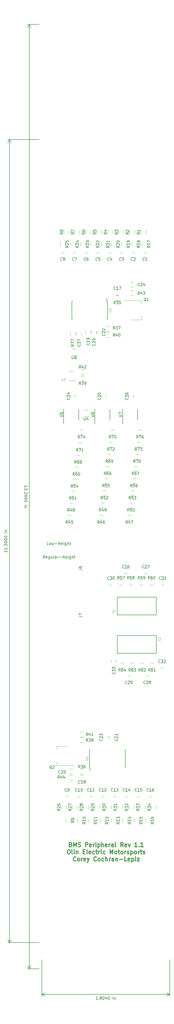
<source format=gto>
G04 #@! TF.GenerationSoftware,KiCad,Pcbnew,5.1.5-52549c5~84~ubuntu18.04.1*
G04 #@! TF.CreationDate,2020-01-27T20:19:36-05:00*
G04 #@! TF.ProjectId,BMS_peripheral,424d535f-7065-4726-9970-686572616c2e,rev?*
G04 #@! TF.SameCoordinates,Original*
G04 #@! TF.FileFunction,Legend,Top*
G04 #@! TF.FilePolarity,Positive*
%FSLAX46Y46*%
G04 Gerber Fmt 4.6, Leading zero omitted, Abs format (unit mm)*
G04 Created by KiCad (PCBNEW 5.1.5-52549c5~84~ubuntu18.04.1) date 2020-01-27 20:19:36*
%MOMM*%
%LPD*%
G04 APERTURE LIST*
%ADD10C,0.300000*%
%ADD11C,0.150000*%
%ADD12C,0.120000*%
G04 APERTURE END LIST*
D10*
X125821428Y-337317857D02*
X126035714Y-337389285D01*
X126107142Y-337460714D01*
X126178571Y-337603571D01*
X126178571Y-337817857D01*
X126107142Y-337960714D01*
X126035714Y-338032142D01*
X125892857Y-338103571D01*
X125321428Y-338103571D01*
X125321428Y-336603571D01*
X125821428Y-336603571D01*
X125964285Y-336675000D01*
X126035714Y-336746428D01*
X126107142Y-336889285D01*
X126107142Y-337032142D01*
X126035714Y-337175000D01*
X125964285Y-337246428D01*
X125821428Y-337317857D01*
X125321428Y-337317857D01*
X126821428Y-338103571D02*
X126821428Y-336603571D01*
X127321428Y-337675000D01*
X127821428Y-336603571D01*
X127821428Y-338103571D01*
X128464285Y-338032142D02*
X128678571Y-338103571D01*
X129035714Y-338103571D01*
X129178571Y-338032142D01*
X129250000Y-337960714D01*
X129321428Y-337817857D01*
X129321428Y-337675000D01*
X129250000Y-337532142D01*
X129178571Y-337460714D01*
X129035714Y-337389285D01*
X128750000Y-337317857D01*
X128607142Y-337246428D01*
X128535714Y-337175000D01*
X128464285Y-337032142D01*
X128464285Y-336889285D01*
X128535714Y-336746428D01*
X128607142Y-336675000D01*
X128750000Y-336603571D01*
X129107142Y-336603571D01*
X129321428Y-336675000D01*
X131107142Y-338103571D02*
X131107142Y-336603571D01*
X131678571Y-336603571D01*
X131821428Y-336675000D01*
X131892857Y-336746428D01*
X131964285Y-336889285D01*
X131964285Y-337103571D01*
X131892857Y-337246428D01*
X131821428Y-337317857D01*
X131678571Y-337389285D01*
X131107142Y-337389285D01*
X133178571Y-338032142D02*
X133035714Y-338103571D01*
X132750000Y-338103571D01*
X132607142Y-338032142D01*
X132535714Y-337889285D01*
X132535714Y-337317857D01*
X132607142Y-337175000D01*
X132750000Y-337103571D01*
X133035714Y-337103571D01*
X133178571Y-337175000D01*
X133250000Y-337317857D01*
X133250000Y-337460714D01*
X132535714Y-337603571D01*
X133892857Y-338103571D02*
X133892857Y-337103571D01*
X133892857Y-337389285D02*
X133964285Y-337246428D01*
X134035714Y-337175000D01*
X134178571Y-337103571D01*
X134321428Y-337103571D01*
X134821428Y-338103571D02*
X134821428Y-337103571D01*
X134821428Y-336603571D02*
X134750000Y-336675000D01*
X134821428Y-336746428D01*
X134892857Y-336675000D01*
X134821428Y-336603571D01*
X134821428Y-336746428D01*
X135535714Y-337103571D02*
X135535714Y-338603571D01*
X135535714Y-337175000D02*
X135678571Y-337103571D01*
X135964285Y-337103571D01*
X136107142Y-337175000D01*
X136178571Y-337246428D01*
X136250000Y-337389285D01*
X136250000Y-337817857D01*
X136178571Y-337960714D01*
X136107142Y-338032142D01*
X135964285Y-338103571D01*
X135678571Y-338103571D01*
X135535714Y-338032142D01*
X136892857Y-338103571D02*
X136892857Y-336603571D01*
X137535714Y-338103571D02*
X137535714Y-337317857D01*
X137464285Y-337175000D01*
X137321428Y-337103571D01*
X137107142Y-337103571D01*
X136964285Y-337175000D01*
X136892857Y-337246428D01*
X138821428Y-338032142D02*
X138678571Y-338103571D01*
X138392857Y-338103571D01*
X138250000Y-338032142D01*
X138178571Y-337889285D01*
X138178571Y-337317857D01*
X138250000Y-337175000D01*
X138392857Y-337103571D01*
X138678571Y-337103571D01*
X138821428Y-337175000D01*
X138892857Y-337317857D01*
X138892857Y-337460714D01*
X138178571Y-337603571D01*
X139535714Y-338103571D02*
X139535714Y-337103571D01*
X139535714Y-337389285D02*
X139607142Y-337246428D01*
X139678571Y-337175000D01*
X139821428Y-337103571D01*
X139964285Y-337103571D01*
X141107142Y-338103571D02*
X141107142Y-337317857D01*
X141035714Y-337175000D01*
X140892857Y-337103571D01*
X140607142Y-337103571D01*
X140464285Y-337175000D01*
X141107142Y-338032142D02*
X140964285Y-338103571D01*
X140607142Y-338103571D01*
X140464285Y-338032142D01*
X140392857Y-337889285D01*
X140392857Y-337746428D01*
X140464285Y-337603571D01*
X140607142Y-337532142D01*
X140964285Y-337532142D01*
X141107142Y-337460714D01*
X142035714Y-338103571D02*
X141892857Y-338032142D01*
X141821428Y-337889285D01*
X141821428Y-336603571D01*
X144607142Y-338103571D02*
X144107142Y-337389285D01*
X143750000Y-338103571D02*
X143750000Y-336603571D01*
X144321428Y-336603571D01*
X144464285Y-336675000D01*
X144535714Y-336746428D01*
X144607142Y-336889285D01*
X144607142Y-337103571D01*
X144535714Y-337246428D01*
X144464285Y-337317857D01*
X144321428Y-337389285D01*
X143750000Y-337389285D01*
X145821428Y-338032142D02*
X145678571Y-338103571D01*
X145392857Y-338103571D01*
X145250000Y-338032142D01*
X145178571Y-337889285D01*
X145178571Y-337317857D01*
X145250000Y-337175000D01*
X145392857Y-337103571D01*
X145678571Y-337103571D01*
X145821428Y-337175000D01*
X145892857Y-337317857D01*
X145892857Y-337460714D01*
X145178571Y-337603571D01*
X146392857Y-337103571D02*
X146750000Y-338103571D01*
X147107142Y-337103571D01*
X149607142Y-338103571D02*
X148750000Y-338103571D01*
X149178571Y-338103571D02*
X149178571Y-336603571D01*
X149035714Y-336817857D01*
X148892857Y-336960714D01*
X148750000Y-337032142D01*
X150250000Y-337960714D02*
X150321428Y-338032142D01*
X150250000Y-338103571D01*
X150178571Y-338032142D01*
X150250000Y-337960714D01*
X150250000Y-338103571D01*
X151750000Y-338103571D02*
X150892857Y-338103571D01*
X151321428Y-338103571D02*
X151321428Y-336603571D01*
X151178571Y-336817857D01*
X151035714Y-336960714D01*
X150892857Y-337032142D01*
X124964285Y-339153571D02*
X125250000Y-339153571D01*
X125392857Y-339225000D01*
X125535714Y-339367857D01*
X125607142Y-339653571D01*
X125607142Y-340153571D01*
X125535714Y-340439285D01*
X125392857Y-340582142D01*
X125250000Y-340653571D01*
X124964285Y-340653571D01*
X124821428Y-340582142D01*
X124678571Y-340439285D01*
X124607142Y-340153571D01*
X124607142Y-339653571D01*
X124678571Y-339367857D01*
X124821428Y-339225000D01*
X124964285Y-339153571D01*
X126464285Y-340653571D02*
X126321428Y-340582142D01*
X126250000Y-340439285D01*
X126250000Y-339153571D01*
X127035714Y-340653571D02*
X127035714Y-339653571D01*
X127035714Y-339153571D02*
X126964285Y-339225000D01*
X127035714Y-339296428D01*
X127107142Y-339225000D01*
X127035714Y-339153571D01*
X127035714Y-339296428D01*
X127750000Y-339653571D02*
X127750000Y-340653571D01*
X127750000Y-339796428D02*
X127821428Y-339725000D01*
X127964285Y-339653571D01*
X128178571Y-339653571D01*
X128321428Y-339725000D01*
X128392857Y-339867857D01*
X128392857Y-340653571D01*
X130250000Y-339867857D02*
X130750000Y-339867857D01*
X130964285Y-340653571D02*
X130250000Y-340653571D01*
X130250000Y-339153571D01*
X130964285Y-339153571D01*
X131821428Y-340653571D02*
X131678571Y-340582142D01*
X131607142Y-340439285D01*
X131607142Y-339153571D01*
X132964285Y-340582142D02*
X132821428Y-340653571D01*
X132535714Y-340653571D01*
X132392857Y-340582142D01*
X132321428Y-340439285D01*
X132321428Y-339867857D01*
X132392857Y-339725000D01*
X132535714Y-339653571D01*
X132821428Y-339653571D01*
X132964285Y-339725000D01*
X133035714Y-339867857D01*
X133035714Y-340010714D01*
X132321428Y-340153571D01*
X134321428Y-340582142D02*
X134178571Y-340653571D01*
X133892857Y-340653571D01*
X133750000Y-340582142D01*
X133678571Y-340510714D01*
X133607142Y-340367857D01*
X133607142Y-339939285D01*
X133678571Y-339796428D01*
X133750000Y-339725000D01*
X133892857Y-339653571D01*
X134178571Y-339653571D01*
X134321428Y-339725000D01*
X134750000Y-339653571D02*
X135321428Y-339653571D01*
X134964285Y-339153571D02*
X134964285Y-340439285D01*
X135035714Y-340582142D01*
X135178571Y-340653571D01*
X135321428Y-340653571D01*
X135821428Y-340653571D02*
X135821428Y-339653571D01*
X135821428Y-339939285D02*
X135892857Y-339796428D01*
X135964285Y-339725000D01*
X136107142Y-339653571D01*
X136250000Y-339653571D01*
X136750000Y-340653571D02*
X136750000Y-339653571D01*
X136750000Y-339153571D02*
X136678571Y-339225000D01*
X136750000Y-339296428D01*
X136821428Y-339225000D01*
X136750000Y-339153571D01*
X136750000Y-339296428D01*
X138107142Y-340582142D02*
X137964285Y-340653571D01*
X137678571Y-340653571D01*
X137535714Y-340582142D01*
X137464285Y-340510714D01*
X137392857Y-340367857D01*
X137392857Y-339939285D01*
X137464285Y-339796428D01*
X137535714Y-339725000D01*
X137678571Y-339653571D01*
X137964285Y-339653571D01*
X138107142Y-339725000D01*
X139892857Y-340653571D02*
X139892857Y-339153571D01*
X140392857Y-340225000D01*
X140892857Y-339153571D01*
X140892857Y-340653571D01*
X141821428Y-340653571D02*
X141678571Y-340582142D01*
X141607142Y-340510714D01*
X141535714Y-340367857D01*
X141535714Y-339939285D01*
X141607142Y-339796428D01*
X141678571Y-339725000D01*
X141821428Y-339653571D01*
X142035714Y-339653571D01*
X142178571Y-339725000D01*
X142250000Y-339796428D01*
X142321428Y-339939285D01*
X142321428Y-340367857D01*
X142250000Y-340510714D01*
X142178571Y-340582142D01*
X142035714Y-340653571D01*
X141821428Y-340653571D01*
X142750000Y-339653571D02*
X143321428Y-339653571D01*
X142964285Y-339153571D02*
X142964285Y-340439285D01*
X143035714Y-340582142D01*
X143178571Y-340653571D01*
X143321428Y-340653571D01*
X144035714Y-340653571D02*
X143892857Y-340582142D01*
X143821428Y-340510714D01*
X143750000Y-340367857D01*
X143750000Y-339939285D01*
X143821428Y-339796428D01*
X143892857Y-339725000D01*
X144035714Y-339653571D01*
X144250000Y-339653571D01*
X144392857Y-339725000D01*
X144464285Y-339796428D01*
X144535714Y-339939285D01*
X144535714Y-340367857D01*
X144464285Y-340510714D01*
X144392857Y-340582142D01*
X144250000Y-340653571D01*
X144035714Y-340653571D01*
X145178571Y-340653571D02*
X145178571Y-339653571D01*
X145178571Y-339939285D02*
X145250000Y-339796428D01*
X145321428Y-339725000D01*
X145464285Y-339653571D01*
X145607142Y-339653571D01*
X146035714Y-340582142D02*
X146178571Y-340653571D01*
X146464285Y-340653571D01*
X146607142Y-340582142D01*
X146678571Y-340439285D01*
X146678571Y-340367857D01*
X146607142Y-340225000D01*
X146464285Y-340153571D01*
X146250000Y-340153571D01*
X146107142Y-340082142D01*
X146035714Y-339939285D01*
X146035714Y-339867857D01*
X146107142Y-339725000D01*
X146250000Y-339653571D01*
X146464285Y-339653571D01*
X146607142Y-339725000D01*
X147321428Y-339653571D02*
X147321428Y-341153571D01*
X147321428Y-339725000D02*
X147464285Y-339653571D01*
X147750000Y-339653571D01*
X147892857Y-339725000D01*
X147964285Y-339796428D01*
X148035714Y-339939285D01*
X148035714Y-340367857D01*
X147964285Y-340510714D01*
X147892857Y-340582142D01*
X147750000Y-340653571D01*
X147464285Y-340653571D01*
X147321428Y-340582142D01*
X148892857Y-340653571D02*
X148750000Y-340582142D01*
X148678571Y-340510714D01*
X148607142Y-340367857D01*
X148607142Y-339939285D01*
X148678571Y-339796428D01*
X148750000Y-339725000D01*
X148892857Y-339653571D01*
X149107142Y-339653571D01*
X149250000Y-339725000D01*
X149321428Y-339796428D01*
X149392857Y-339939285D01*
X149392857Y-340367857D01*
X149321428Y-340510714D01*
X149250000Y-340582142D01*
X149107142Y-340653571D01*
X148892857Y-340653571D01*
X150035714Y-340653571D02*
X150035714Y-339653571D01*
X150035714Y-339939285D02*
X150107142Y-339796428D01*
X150178571Y-339725000D01*
X150321428Y-339653571D01*
X150464285Y-339653571D01*
X150750000Y-339653571D02*
X151321428Y-339653571D01*
X150964285Y-339153571D02*
X150964285Y-340439285D01*
X151035714Y-340582142D01*
X151178571Y-340653571D01*
X151321428Y-340653571D01*
X151750000Y-340582142D02*
X151892857Y-340653571D01*
X152178571Y-340653571D01*
X152321428Y-340582142D01*
X152392857Y-340439285D01*
X152392857Y-340367857D01*
X152321428Y-340225000D01*
X152178571Y-340153571D01*
X151964285Y-340153571D01*
X151821428Y-340082142D01*
X151750000Y-339939285D01*
X151750000Y-339867857D01*
X151821428Y-339725000D01*
X151964285Y-339653571D01*
X152178571Y-339653571D01*
X152321428Y-339725000D01*
X127642857Y-343060714D02*
X127571428Y-343132142D01*
X127357142Y-343203571D01*
X127214285Y-343203571D01*
X127000000Y-343132142D01*
X126857142Y-342989285D01*
X126785714Y-342846428D01*
X126714285Y-342560714D01*
X126714285Y-342346428D01*
X126785714Y-342060714D01*
X126857142Y-341917857D01*
X127000000Y-341775000D01*
X127214285Y-341703571D01*
X127357142Y-341703571D01*
X127571428Y-341775000D01*
X127642857Y-341846428D01*
X128500000Y-343203571D02*
X128357142Y-343132142D01*
X128285714Y-343060714D01*
X128214285Y-342917857D01*
X128214285Y-342489285D01*
X128285714Y-342346428D01*
X128357142Y-342275000D01*
X128500000Y-342203571D01*
X128714285Y-342203571D01*
X128857142Y-342275000D01*
X128928571Y-342346428D01*
X129000000Y-342489285D01*
X129000000Y-342917857D01*
X128928571Y-343060714D01*
X128857142Y-343132142D01*
X128714285Y-343203571D01*
X128500000Y-343203571D01*
X129642857Y-343203571D02*
X129642857Y-342203571D01*
X129642857Y-342489285D02*
X129714285Y-342346428D01*
X129785714Y-342275000D01*
X129928571Y-342203571D01*
X130071428Y-342203571D01*
X131142857Y-343132142D02*
X131000000Y-343203571D01*
X130714285Y-343203571D01*
X130571428Y-343132142D01*
X130500000Y-342989285D01*
X130500000Y-342417857D01*
X130571428Y-342275000D01*
X130714285Y-342203571D01*
X131000000Y-342203571D01*
X131142857Y-342275000D01*
X131214285Y-342417857D01*
X131214285Y-342560714D01*
X130500000Y-342703571D01*
X131714285Y-342203571D02*
X132071428Y-343203571D01*
X132428571Y-342203571D02*
X132071428Y-343203571D01*
X131928571Y-343560714D01*
X131857142Y-343632142D01*
X131714285Y-343703571D01*
X135000000Y-343060714D02*
X134928571Y-343132142D01*
X134714285Y-343203571D01*
X134571428Y-343203571D01*
X134357142Y-343132142D01*
X134214285Y-342989285D01*
X134142857Y-342846428D01*
X134071428Y-342560714D01*
X134071428Y-342346428D01*
X134142857Y-342060714D01*
X134214285Y-341917857D01*
X134357142Y-341775000D01*
X134571428Y-341703571D01*
X134714285Y-341703571D01*
X134928571Y-341775000D01*
X135000000Y-341846428D01*
X135857142Y-343203571D02*
X135714285Y-343132142D01*
X135642857Y-343060714D01*
X135571428Y-342917857D01*
X135571428Y-342489285D01*
X135642857Y-342346428D01*
X135714285Y-342275000D01*
X135857142Y-342203571D01*
X136071428Y-342203571D01*
X136214285Y-342275000D01*
X136285714Y-342346428D01*
X136357142Y-342489285D01*
X136357142Y-342917857D01*
X136285714Y-343060714D01*
X136214285Y-343132142D01*
X136071428Y-343203571D01*
X135857142Y-343203571D01*
X137642857Y-343132142D02*
X137500000Y-343203571D01*
X137214285Y-343203571D01*
X137071428Y-343132142D01*
X137000000Y-343060714D01*
X136928571Y-342917857D01*
X136928571Y-342489285D01*
X137000000Y-342346428D01*
X137071428Y-342275000D01*
X137214285Y-342203571D01*
X137500000Y-342203571D01*
X137642857Y-342275000D01*
X138285714Y-343203571D02*
X138285714Y-341703571D01*
X138928571Y-343203571D02*
X138928571Y-342417857D01*
X138857142Y-342275000D01*
X138714285Y-342203571D01*
X138500000Y-342203571D01*
X138357142Y-342275000D01*
X138285714Y-342346428D01*
X139642857Y-343203571D02*
X139642857Y-342203571D01*
X139642857Y-342489285D02*
X139714285Y-342346428D01*
X139785714Y-342275000D01*
X139928571Y-342203571D01*
X140071428Y-342203571D01*
X141214285Y-343203571D02*
X141214285Y-342417857D01*
X141142857Y-342275000D01*
X141000000Y-342203571D01*
X140714285Y-342203571D01*
X140571428Y-342275000D01*
X141214285Y-343132142D02*
X141071428Y-343203571D01*
X140714285Y-343203571D01*
X140571428Y-343132142D01*
X140500000Y-342989285D01*
X140500000Y-342846428D01*
X140571428Y-342703571D01*
X140714285Y-342632142D01*
X141071428Y-342632142D01*
X141214285Y-342560714D01*
X141928571Y-342203571D02*
X141928571Y-343203571D01*
X141928571Y-342346428D02*
X142000000Y-342275000D01*
X142142857Y-342203571D01*
X142357142Y-342203571D01*
X142500000Y-342275000D01*
X142571428Y-342417857D01*
X142571428Y-343203571D01*
X143285714Y-342632142D02*
X144428571Y-342632142D01*
X145857142Y-343203571D02*
X145142857Y-343203571D01*
X145142857Y-341703571D01*
X146928571Y-343132142D02*
X146785714Y-343203571D01*
X146500000Y-343203571D01*
X146357142Y-343132142D01*
X146285714Y-342989285D01*
X146285714Y-342417857D01*
X146357142Y-342275000D01*
X146500000Y-342203571D01*
X146785714Y-342203571D01*
X146928571Y-342275000D01*
X147000000Y-342417857D01*
X147000000Y-342560714D01*
X146285714Y-342703571D01*
X147642857Y-342203571D02*
X147642857Y-343703571D01*
X147642857Y-342275000D02*
X147785714Y-342203571D01*
X148071428Y-342203571D01*
X148214285Y-342275000D01*
X148285714Y-342346428D01*
X148357142Y-342489285D01*
X148357142Y-342917857D01*
X148285714Y-343060714D01*
X148214285Y-343132142D01*
X148071428Y-343203571D01*
X147785714Y-343203571D01*
X147642857Y-343132142D01*
X149000000Y-343203571D02*
X149000000Y-342203571D01*
X149000000Y-341703571D02*
X148928571Y-341775000D01*
X149000000Y-341846428D01*
X149071428Y-341775000D01*
X149000000Y-341703571D01*
X149000000Y-341846428D01*
X149571428Y-342203571D02*
X150357142Y-342203571D01*
X149571428Y-343203571D01*
X150357142Y-343203571D01*
D11*
X103038380Y-232258761D02*
X103038380Y-232830190D01*
X103038380Y-232544476D02*
X102038380Y-232544476D01*
X102181238Y-232639714D01*
X102276476Y-232734952D01*
X102324095Y-232830190D01*
X103038380Y-231306380D02*
X103038380Y-231877809D01*
X103038380Y-231592095D02*
X102038380Y-231592095D01*
X102181238Y-231687333D01*
X102276476Y-231782571D01*
X102324095Y-231877809D01*
X102943142Y-230877809D02*
X102990761Y-230830190D01*
X103038380Y-230877809D01*
X102990761Y-230925428D01*
X102943142Y-230877809D01*
X103038380Y-230877809D01*
X102038380Y-230496857D02*
X102038380Y-229877809D01*
X102419333Y-230211142D01*
X102419333Y-230068285D01*
X102466952Y-229973047D01*
X102514571Y-229925428D01*
X102609809Y-229877809D01*
X102847904Y-229877809D01*
X102943142Y-229925428D01*
X102990761Y-229973047D01*
X103038380Y-230068285D01*
X103038380Y-230354000D01*
X102990761Y-230449238D01*
X102943142Y-230496857D01*
X102038380Y-229258761D02*
X102038380Y-229163523D01*
X102086000Y-229068285D01*
X102133619Y-229020666D01*
X102228857Y-228973047D01*
X102419333Y-228925428D01*
X102657428Y-228925428D01*
X102847904Y-228973047D01*
X102943142Y-229020666D01*
X102990761Y-229068285D01*
X103038380Y-229163523D01*
X103038380Y-229258761D01*
X102990761Y-229354000D01*
X102943142Y-229401619D01*
X102847904Y-229449238D01*
X102657428Y-229496857D01*
X102419333Y-229496857D01*
X102228857Y-229449238D01*
X102133619Y-229401619D01*
X102086000Y-229354000D01*
X102038380Y-229258761D01*
X102038380Y-228306380D02*
X102038380Y-228211142D01*
X102086000Y-228115904D01*
X102133619Y-228068285D01*
X102228857Y-228020666D01*
X102419333Y-227973047D01*
X102657428Y-227973047D01*
X102847904Y-228020666D01*
X102943142Y-228068285D01*
X102990761Y-228115904D01*
X103038380Y-228211142D01*
X103038380Y-228306380D01*
X102990761Y-228401619D01*
X102943142Y-228449238D01*
X102847904Y-228496857D01*
X102657428Y-228544476D01*
X102419333Y-228544476D01*
X102228857Y-228496857D01*
X102133619Y-228449238D01*
X102086000Y-228401619D01*
X102038380Y-228306380D01*
X102038380Y-227354000D02*
X102038380Y-227258761D01*
X102086000Y-227163523D01*
X102133619Y-227115904D01*
X102228857Y-227068285D01*
X102419333Y-227020666D01*
X102657428Y-227020666D01*
X102847904Y-227068285D01*
X102943142Y-227115904D01*
X102990761Y-227163523D01*
X103038380Y-227258761D01*
X103038380Y-227354000D01*
X102990761Y-227449238D01*
X102943142Y-227496857D01*
X102847904Y-227544476D01*
X102657428Y-227592095D01*
X102419333Y-227592095D01*
X102228857Y-227544476D01*
X102133619Y-227496857D01*
X102086000Y-227449238D01*
X102038380Y-227354000D01*
X103038380Y-225830190D02*
X102371714Y-225830190D01*
X102038380Y-225830190D02*
X102086000Y-225877809D01*
X102133619Y-225830190D01*
X102086000Y-225782571D01*
X102038380Y-225830190D01*
X102133619Y-225830190D01*
X102371714Y-225354000D02*
X103038380Y-225354000D01*
X102466952Y-225354000D02*
X102419333Y-225306380D01*
X102371714Y-225211142D01*
X102371714Y-225068285D01*
X102419333Y-224973047D01*
X102514571Y-224925428D01*
X103038380Y-224925428D01*
X103886000Y-372364000D02*
X103886000Y-85344000D01*
X114554000Y-372364000D02*
X103299579Y-372364000D01*
X114554000Y-85344000D02*
X103299579Y-85344000D01*
X103886000Y-85344000D02*
X104472421Y-86470504D01*
X103886000Y-85344000D02*
X103299579Y-86470504D01*
X103886000Y-372364000D02*
X104472421Y-371237496D01*
X103886000Y-372364000D02*
X103299579Y-371237496D01*
X109245619Y-209574238D02*
X109245619Y-209002809D01*
X109245619Y-209288523D02*
X110245619Y-209288523D01*
X110102761Y-209193285D01*
X110007523Y-209098047D01*
X109959904Y-209002809D01*
X110245619Y-209907571D02*
X110245619Y-210526619D01*
X109864666Y-210193285D01*
X109864666Y-210336142D01*
X109817047Y-210431380D01*
X109769428Y-210479000D01*
X109674190Y-210526619D01*
X109436095Y-210526619D01*
X109340857Y-210479000D01*
X109293238Y-210431380D01*
X109245619Y-210336142D01*
X109245619Y-210050428D01*
X109293238Y-209955190D01*
X109340857Y-209907571D01*
X109340857Y-210955190D02*
X109293238Y-211002809D01*
X109245619Y-210955190D01*
X109293238Y-210907571D01*
X109340857Y-210955190D01*
X109245619Y-210955190D01*
X110150380Y-211383761D02*
X110198000Y-211431380D01*
X110245619Y-211526619D01*
X110245619Y-211764714D01*
X110198000Y-211859952D01*
X110150380Y-211907571D01*
X110055142Y-211955190D01*
X109959904Y-211955190D01*
X109817047Y-211907571D01*
X109245619Y-211336142D01*
X109245619Y-211955190D01*
X109245619Y-212431380D02*
X109245619Y-212621857D01*
X109293238Y-212717095D01*
X109340857Y-212764714D01*
X109483714Y-212859952D01*
X109674190Y-212907571D01*
X110055142Y-212907571D01*
X110150380Y-212859952D01*
X110198000Y-212812333D01*
X110245619Y-212717095D01*
X110245619Y-212526619D01*
X110198000Y-212431380D01*
X110150380Y-212383761D01*
X110055142Y-212336142D01*
X109817047Y-212336142D01*
X109721809Y-212383761D01*
X109674190Y-212431380D01*
X109626571Y-212526619D01*
X109626571Y-212717095D01*
X109674190Y-212812333D01*
X109721809Y-212859952D01*
X109817047Y-212907571D01*
X110245619Y-213526619D02*
X110245619Y-213621857D01*
X110198000Y-213717095D01*
X110150380Y-213764714D01*
X110055142Y-213812333D01*
X109864666Y-213859952D01*
X109626571Y-213859952D01*
X109436095Y-213812333D01*
X109340857Y-213764714D01*
X109293238Y-213717095D01*
X109245619Y-213621857D01*
X109245619Y-213526619D01*
X109293238Y-213431380D01*
X109340857Y-213383761D01*
X109436095Y-213336142D01*
X109626571Y-213288523D01*
X109864666Y-213288523D01*
X110055142Y-213336142D01*
X110150380Y-213383761D01*
X110198000Y-213431380D01*
X110245619Y-213526619D01*
X110245619Y-214479000D02*
X110245619Y-214574238D01*
X110198000Y-214669476D01*
X110150380Y-214717095D01*
X110055142Y-214764714D01*
X109864666Y-214812333D01*
X109626571Y-214812333D01*
X109436095Y-214764714D01*
X109340857Y-214717095D01*
X109293238Y-214669476D01*
X109245619Y-214574238D01*
X109245619Y-214479000D01*
X109293238Y-214383761D01*
X109340857Y-214336142D01*
X109436095Y-214288523D01*
X109626571Y-214240904D01*
X109864666Y-214240904D01*
X110055142Y-214288523D01*
X110150380Y-214336142D01*
X110198000Y-214383761D01*
X110245619Y-214479000D01*
X109245619Y-216002809D02*
X109912285Y-216002809D01*
X110245619Y-216002809D02*
X110198000Y-215955190D01*
X110150380Y-216002809D01*
X110198000Y-216050428D01*
X110245619Y-216002809D01*
X110150380Y-216002809D01*
X109912285Y-216479000D02*
X109245619Y-216479000D01*
X109817047Y-216479000D02*
X109864666Y-216526619D01*
X109912285Y-216621857D01*
X109912285Y-216764714D01*
X109864666Y-216859952D01*
X109769428Y-216907571D01*
X109245619Y-216907571D01*
X110998000Y-44196000D02*
X110998000Y-381762000D01*
X114554000Y-44196000D02*
X110411579Y-44196000D01*
X114554000Y-381762000D02*
X110411579Y-381762000D01*
X110998000Y-381762000D02*
X110411579Y-380635496D01*
X110998000Y-381762000D02*
X111584421Y-380635496D01*
X110998000Y-44196000D02*
X110411579Y-45322504D01*
X110998000Y-44196000D02*
X111584421Y-45322504D01*
X135450628Y-392658380D02*
X134879200Y-392658380D01*
X135164914Y-392658380D02*
X135164914Y-391658380D01*
X135069676Y-391801238D01*
X134974438Y-391896476D01*
X134879200Y-391944095D01*
X135879200Y-392563142D02*
X135926819Y-392610761D01*
X135879200Y-392658380D01*
X135831580Y-392610761D01*
X135879200Y-392563142D01*
X135879200Y-392658380D01*
X136498247Y-392086952D02*
X136403009Y-392039333D01*
X136355390Y-391991714D01*
X136307771Y-391896476D01*
X136307771Y-391848857D01*
X136355390Y-391753619D01*
X136403009Y-391706000D01*
X136498247Y-391658380D01*
X136688723Y-391658380D01*
X136783961Y-391706000D01*
X136831580Y-391753619D01*
X136879200Y-391848857D01*
X136879200Y-391896476D01*
X136831580Y-391991714D01*
X136783961Y-392039333D01*
X136688723Y-392086952D01*
X136498247Y-392086952D01*
X136403009Y-392134571D01*
X136355390Y-392182190D01*
X136307771Y-392277428D01*
X136307771Y-392467904D01*
X136355390Y-392563142D01*
X136403009Y-392610761D01*
X136498247Y-392658380D01*
X136688723Y-392658380D01*
X136783961Y-392610761D01*
X136831580Y-392563142D01*
X136879200Y-392467904D01*
X136879200Y-392277428D01*
X136831580Y-392182190D01*
X136783961Y-392134571D01*
X136688723Y-392086952D01*
X137498247Y-391658380D02*
X137593485Y-391658380D01*
X137688723Y-391706000D01*
X137736342Y-391753619D01*
X137783961Y-391848857D01*
X137831580Y-392039333D01*
X137831580Y-392277428D01*
X137783961Y-392467904D01*
X137736342Y-392563142D01*
X137688723Y-392610761D01*
X137593485Y-392658380D01*
X137498247Y-392658380D01*
X137403009Y-392610761D01*
X137355390Y-392563142D01*
X137307771Y-392467904D01*
X137260152Y-392277428D01*
X137260152Y-392039333D01*
X137307771Y-391848857D01*
X137355390Y-391753619D01*
X137403009Y-391706000D01*
X137498247Y-391658380D01*
X138688723Y-391991714D02*
X138688723Y-392658380D01*
X138450628Y-391610761D02*
X138212533Y-392325047D01*
X138831580Y-392325047D01*
X139403009Y-391658380D02*
X139498247Y-391658380D01*
X139593485Y-391706000D01*
X139641104Y-391753619D01*
X139688723Y-391848857D01*
X139736342Y-392039333D01*
X139736342Y-392277428D01*
X139688723Y-392467904D01*
X139641104Y-392563142D01*
X139593485Y-392610761D01*
X139498247Y-392658380D01*
X139403009Y-392658380D01*
X139307771Y-392610761D01*
X139260152Y-392563142D01*
X139212533Y-392467904D01*
X139164914Y-392277428D01*
X139164914Y-392039333D01*
X139212533Y-391848857D01*
X139260152Y-391753619D01*
X139307771Y-391706000D01*
X139403009Y-391658380D01*
X140926819Y-392658380D02*
X140926819Y-391991714D01*
X140926819Y-391658380D02*
X140879200Y-391706000D01*
X140926819Y-391753619D01*
X140974438Y-391706000D01*
X140926819Y-391658380D01*
X140926819Y-391753619D01*
X141403009Y-391991714D02*
X141403009Y-392658380D01*
X141403009Y-392086952D02*
X141450628Y-392039333D01*
X141545866Y-391991714D01*
X141688723Y-391991714D01*
X141783961Y-392039333D01*
X141831580Y-392134571D01*
X141831580Y-392658380D01*
X161290000Y-390906000D02*
X115468400Y-390906000D01*
X161290000Y-378460000D02*
X161290000Y-391492421D01*
X115468400Y-378460000D02*
X115468400Y-391492421D01*
X115468400Y-390906000D02*
X116594904Y-390319579D01*
X115468400Y-390906000D02*
X116594904Y-391492421D01*
X161290000Y-390906000D02*
X160163496Y-390319579D01*
X161290000Y-390906000D02*
X160163496Y-391492421D01*
X116592980Y-234970580D02*
X116259647Y-234494390D01*
X116021552Y-234970580D02*
X116021552Y-233970580D01*
X116402504Y-233970580D01*
X116497742Y-234018200D01*
X116545361Y-234065819D01*
X116592980Y-234161057D01*
X116592980Y-234303914D01*
X116545361Y-234399152D01*
X116497742Y-234446771D01*
X116402504Y-234494390D01*
X116021552Y-234494390D01*
X117402504Y-234922961D02*
X117307266Y-234970580D01*
X117116790Y-234970580D01*
X117021552Y-234922961D01*
X116973933Y-234827723D01*
X116973933Y-234446771D01*
X117021552Y-234351533D01*
X117116790Y-234303914D01*
X117307266Y-234303914D01*
X117402504Y-234351533D01*
X117450123Y-234446771D01*
X117450123Y-234542009D01*
X116973933Y-234637247D01*
X118307266Y-234303914D02*
X118307266Y-235113438D01*
X118259647Y-235208676D01*
X118212028Y-235256295D01*
X118116790Y-235303914D01*
X117973933Y-235303914D01*
X117878695Y-235256295D01*
X118307266Y-234922961D02*
X118212028Y-234970580D01*
X118021552Y-234970580D01*
X117926314Y-234922961D01*
X117878695Y-234875342D01*
X117831076Y-234780104D01*
X117831076Y-234494390D01*
X117878695Y-234399152D01*
X117926314Y-234351533D01*
X118021552Y-234303914D01*
X118212028Y-234303914D01*
X118307266Y-234351533D01*
X119212028Y-234303914D02*
X119212028Y-234970580D01*
X118783457Y-234303914D02*
X118783457Y-234827723D01*
X118831076Y-234922961D01*
X118926314Y-234970580D01*
X119069171Y-234970580D01*
X119164409Y-234922961D01*
X119212028Y-234875342D01*
X119831076Y-234970580D02*
X119735838Y-234922961D01*
X119688219Y-234827723D01*
X119688219Y-233970580D01*
X120640600Y-234970580D02*
X120640600Y-234446771D01*
X120592980Y-234351533D01*
X120497742Y-234303914D01*
X120307266Y-234303914D01*
X120212028Y-234351533D01*
X120640600Y-234922961D02*
X120545361Y-234970580D01*
X120307266Y-234970580D01*
X120212028Y-234922961D01*
X120164409Y-234827723D01*
X120164409Y-234732485D01*
X120212028Y-234637247D01*
X120307266Y-234589628D01*
X120545361Y-234589628D01*
X120640600Y-234542009D01*
X121116790Y-234970580D02*
X121116790Y-234303914D01*
X121116790Y-234494390D02*
X121164409Y-234399152D01*
X121212028Y-234351533D01*
X121307266Y-234303914D01*
X121402504Y-234303914D01*
X121735838Y-234589628D02*
X122497742Y-234589628D01*
X122973933Y-234970580D02*
X122973933Y-233970580D01*
X122973933Y-234446771D02*
X123545361Y-234446771D01*
X123545361Y-234970580D02*
X123545361Y-233970580D01*
X124402504Y-234922961D02*
X124307266Y-234970580D01*
X124116790Y-234970580D01*
X124021552Y-234922961D01*
X123973933Y-234827723D01*
X123973933Y-234446771D01*
X124021552Y-234351533D01*
X124116790Y-234303914D01*
X124307266Y-234303914D01*
X124402504Y-234351533D01*
X124450123Y-234446771D01*
X124450123Y-234542009D01*
X123973933Y-234637247D01*
X124878695Y-234970580D02*
X124878695Y-234303914D01*
X124878695Y-233970580D02*
X124831076Y-234018200D01*
X124878695Y-234065819D01*
X124926314Y-234018200D01*
X124878695Y-233970580D01*
X124878695Y-234065819D01*
X125783457Y-234303914D02*
X125783457Y-235113438D01*
X125735838Y-235208676D01*
X125688219Y-235256295D01*
X125592980Y-235303914D01*
X125450123Y-235303914D01*
X125354885Y-235256295D01*
X125783457Y-234922961D02*
X125688219Y-234970580D01*
X125497742Y-234970580D01*
X125402504Y-234922961D01*
X125354885Y-234875342D01*
X125307266Y-234780104D01*
X125307266Y-234494390D01*
X125354885Y-234399152D01*
X125402504Y-234351533D01*
X125497742Y-234303914D01*
X125688219Y-234303914D01*
X125783457Y-234351533D01*
X126259647Y-234970580D02*
X126259647Y-233970580D01*
X126688219Y-234970580D02*
X126688219Y-234446771D01*
X126640600Y-234351533D01*
X126545361Y-234303914D01*
X126402504Y-234303914D01*
X126307266Y-234351533D01*
X126259647Y-234399152D01*
X127021552Y-234303914D02*
X127402504Y-234303914D01*
X127164409Y-233970580D02*
X127164409Y-234827723D01*
X127212028Y-234922961D01*
X127307266Y-234970580D01*
X127402504Y-234970580D01*
X117872333Y-230144580D02*
X117396142Y-230144580D01*
X117396142Y-229144580D01*
X118348523Y-230144580D02*
X118253285Y-230096961D01*
X118205666Y-230049342D01*
X118158047Y-229954104D01*
X118158047Y-229668390D01*
X118205666Y-229573152D01*
X118253285Y-229525533D01*
X118348523Y-229477914D01*
X118491380Y-229477914D01*
X118586619Y-229525533D01*
X118634238Y-229573152D01*
X118681857Y-229668390D01*
X118681857Y-229954104D01*
X118634238Y-230049342D01*
X118586619Y-230096961D01*
X118491380Y-230144580D01*
X118348523Y-230144580D01*
X119015190Y-229477914D02*
X119205666Y-230144580D01*
X119396142Y-229668390D01*
X119586619Y-230144580D01*
X119777095Y-229477914D01*
X120158047Y-229763628D02*
X120919952Y-229763628D01*
X121396142Y-230144580D02*
X121396142Y-229144580D01*
X121396142Y-229620771D02*
X121967571Y-229620771D01*
X121967571Y-230144580D02*
X121967571Y-229144580D01*
X122824714Y-230096961D02*
X122729476Y-230144580D01*
X122539000Y-230144580D01*
X122443761Y-230096961D01*
X122396142Y-230001723D01*
X122396142Y-229620771D01*
X122443761Y-229525533D01*
X122539000Y-229477914D01*
X122729476Y-229477914D01*
X122824714Y-229525533D01*
X122872333Y-229620771D01*
X122872333Y-229716009D01*
X122396142Y-229811247D01*
X123300904Y-230144580D02*
X123300904Y-229477914D01*
X123300904Y-229144580D02*
X123253285Y-229192200D01*
X123300904Y-229239819D01*
X123348523Y-229192200D01*
X123300904Y-229144580D01*
X123300904Y-229239819D01*
X124205666Y-229477914D02*
X124205666Y-230287438D01*
X124158047Y-230382676D01*
X124110428Y-230430295D01*
X124015190Y-230477914D01*
X123872333Y-230477914D01*
X123777095Y-230430295D01*
X124205666Y-230096961D02*
X124110428Y-230144580D01*
X123919952Y-230144580D01*
X123824714Y-230096961D01*
X123777095Y-230049342D01*
X123729476Y-229954104D01*
X123729476Y-229668390D01*
X123777095Y-229573152D01*
X123824714Y-229525533D01*
X123919952Y-229477914D01*
X124110428Y-229477914D01*
X124205666Y-229525533D01*
X124681857Y-230144580D02*
X124681857Y-229144580D01*
X125110428Y-230144580D02*
X125110428Y-229620771D01*
X125062809Y-229525533D01*
X124967571Y-229477914D01*
X124824714Y-229477914D01*
X124729476Y-229525533D01*
X124681857Y-229573152D01*
X125443761Y-229477914D02*
X125824714Y-229477914D01*
X125586619Y-229144580D02*
X125586619Y-230001723D01*
X125634238Y-230096961D01*
X125729476Y-230144580D01*
X125824714Y-230144580D01*
D12*
X125084000Y-171536000D02*
X127534000Y-171536000D01*
X126884000Y-168316000D02*
X125084000Y-168316000D01*
X147412000Y-221308820D02*
X146212000Y-221308820D01*
X146212000Y-219548820D02*
X147412000Y-219548820D01*
X147956285Y-216960702D02*
X146756285Y-216960702D01*
X146756285Y-215200702D02*
X147956285Y-215200702D01*
X148500570Y-212612585D02*
X147300570Y-212612585D01*
X147300570Y-210852585D02*
X148500570Y-210852585D01*
X149044855Y-208264468D02*
X147844855Y-208264468D01*
X147844855Y-206504468D02*
X149044855Y-206504468D01*
X149589140Y-203916351D02*
X148389140Y-203916351D01*
X148389140Y-202156351D02*
X149589140Y-202156351D01*
X150133425Y-199568234D02*
X148933425Y-199568234D01*
X148933425Y-197808234D02*
X150133425Y-197808234D01*
X150677710Y-195220117D02*
X149477710Y-195220117D01*
X149477710Y-193460117D02*
X150677710Y-193460117D01*
X151221995Y-190872000D02*
X150021995Y-190872000D01*
X150021995Y-189112000D02*
X151221995Y-189112000D01*
D11*
X144379100Y-186917000D02*
X144379100Y-181642000D01*
X149779100Y-185642000D02*
X149779100Y-181642000D01*
D12*
X148246200Y-177538000D02*
X148246200Y-176538000D01*
X146546200Y-176538000D02*
X146546200Y-177538000D01*
X152900000Y-125769000D02*
X151900000Y-125769000D01*
X151900000Y-127469000D02*
X152900000Y-127469000D01*
X148690852Y-125769000D02*
X147690852Y-125769000D01*
X147690852Y-127469000D02*
X148690852Y-127469000D01*
X144481710Y-125769000D02*
X143481710Y-125769000D01*
X143481710Y-127469000D02*
X144481710Y-127469000D01*
X140272568Y-125769000D02*
X139272568Y-125769000D01*
X139272568Y-127469000D02*
X140272568Y-127469000D01*
X136063426Y-125769000D02*
X135063426Y-125769000D01*
X135063426Y-127469000D02*
X136063426Y-127469000D01*
X131854284Y-125769000D02*
X130854284Y-125769000D01*
X130854284Y-127469000D02*
X131854284Y-127469000D01*
X127645142Y-125769000D02*
X126645142Y-125769000D01*
X126645142Y-127469000D02*
X127645142Y-127469000D01*
X123436000Y-125769000D02*
X122436000Y-125769000D01*
X122436000Y-127469000D02*
X123436000Y-127469000D01*
X123976000Y-320128000D02*
X124976000Y-320128000D01*
X124976000Y-318428000D02*
X123976000Y-318428000D01*
X128240914Y-320128000D02*
X129240914Y-320128000D01*
X129240914Y-318428000D02*
X128240914Y-318428000D01*
X132505828Y-320128000D02*
X133505828Y-320128000D01*
X133505828Y-318428000D02*
X132505828Y-318428000D01*
X136770742Y-320128000D02*
X137770742Y-320128000D01*
X137770742Y-318428000D02*
X136770742Y-318428000D01*
X141035656Y-320128000D02*
X142035656Y-320128000D01*
X142035656Y-318428000D02*
X141035656Y-318428000D01*
X145300570Y-320128000D02*
X146300570Y-320128000D01*
X146300570Y-318428000D02*
X145300570Y-318428000D01*
X149565484Y-320128000D02*
X150565484Y-320128000D01*
X150565484Y-318428000D02*
X149565484Y-318428000D01*
X153830400Y-320128000D02*
X154830400Y-320128000D01*
X154830400Y-318428000D02*
X153830400Y-318428000D01*
X141994000Y-140804000D02*
X142994000Y-140804000D01*
X142994000Y-139104000D02*
X141994000Y-139104000D01*
X130294000Y-312586000D02*
X129294000Y-312586000D01*
X129294000Y-314286000D02*
X130294000Y-314286000D01*
X131230000Y-153662000D02*
X131230000Y-154662000D01*
X132930000Y-154662000D02*
X132930000Y-153662000D01*
X133262000Y-153678000D02*
X133262000Y-154678000D01*
X134962000Y-154678000D02*
X134962000Y-153678000D01*
X141312000Y-299474000D02*
X141312000Y-298474000D01*
X139612000Y-298474000D02*
X139612000Y-299474000D01*
X135294000Y-153678000D02*
X135294000Y-154678000D01*
X136994000Y-154678000D02*
X136994000Y-153678000D01*
X139026000Y-299458000D02*
X139026000Y-298458000D01*
X137326000Y-298458000D02*
X137326000Y-299458000D01*
X148328000Y-136310000D02*
X147328000Y-136310000D01*
X147328000Y-138010000D02*
X148328000Y-138010000D01*
X125484000Y-314286000D02*
X126484000Y-314286000D01*
X126484000Y-312586000D02*
X125484000Y-312586000D01*
X145042000Y-240372000D02*
X146042000Y-240372000D01*
X146042000Y-238672000D02*
X145042000Y-238672000D01*
X153154000Y-238672000D02*
X152154000Y-238672000D01*
X152154000Y-240372000D02*
X153154000Y-240372000D01*
X153678000Y-277026000D02*
X152678000Y-277026000D01*
X152678000Y-278726000D02*
X153678000Y-278726000D01*
X146312000Y-278726000D02*
X147312000Y-278726000D01*
X147312000Y-277026000D02*
X146312000Y-277026000D01*
X140470000Y-242736000D02*
X139470000Y-242736000D01*
X139470000Y-244436000D02*
X140470000Y-244436000D01*
X158234000Y-244436000D02*
X159234000Y-244436000D01*
X159234000Y-242736000D02*
X158234000Y-242736000D01*
X157996000Y-274154000D02*
X158996000Y-274154000D01*
X158996000Y-272454000D02*
X157996000Y-272454000D01*
X140374000Y-271280000D02*
X140374000Y-272280000D01*
X142074000Y-272280000D02*
X142074000Y-271280000D01*
X127342000Y-177538000D02*
X127342000Y-176538000D01*
X125642000Y-176538000D02*
X125642000Y-177538000D01*
X138429100Y-177538000D02*
X138429100Y-176538000D01*
X136729100Y-176538000D02*
X136729100Y-177538000D01*
X127928000Y-154186000D02*
X127928000Y-155186000D01*
X129628000Y-155186000D02*
X129628000Y-154186000D01*
X145073800Y-142894000D02*
X151083800Y-142894000D01*
X147323800Y-149714000D02*
X151083800Y-149714000D01*
X151083800Y-142894000D02*
X151083800Y-144154000D01*
X151083800Y-149714000D02*
X151083800Y-148454000D01*
X126782000Y-308972000D02*
X120772000Y-308972000D01*
X124532000Y-302152000D02*
X120772000Y-302152000D01*
X120772000Y-308972000D02*
X120772000Y-307712000D01*
X120772000Y-302152000D02*
X120772000Y-303412000D01*
X150885000Y-118964000D02*
X150885000Y-117764000D01*
X152645000Y-117764000D02*
X152645000Y-118964000D01*
X146948000Y-118964000D02*
X146948000Y-117764000D01*
X148708000Y-117764000D02*
X148708000Y-118964000D01*
X143011000Y-118964000D02*
X143011000Y-117764000D01*
X144771000Y-117764000D02*
X144771000Y-118964000D01*
X139074000Y-118964000D02*
X139074000Y-117764000D01*
X140834000Y-117764000D02*
X140834000Y-118964000D01*
X135137000Y-118964000D02*
X135137000Y-117764000D01*
X136897000Y-117764000D02*
X136897000Y-118964000D01*
X131200000Y-118964000D02*
X131200000Y-117764000D01*
X132960000Y-117764000D02*
X132960000Y-118964000D01*
X127263000Y-118964000D02*
X127263000Y-117764000D01*
X129023000Y-117764000D02*
X129023000Y-118964000D01*
X123326000Y-118964000D02*
X123326000Y-117764000D01*
X125086000Y-117764000D02*
X125086000Y-118964000D01*
X125848000Y-328076000D02*
X125848000Y-329276000D01*
X124088000Y-329276000D02*
X124088000Y-328076000D01*
X129915628Y-328076000D02*
X129915628Y-329276000D01*
X128155628Y-329276000D02*
X128155628Y-328076000D01*
X133983256Y-328076000D02*
X133983256Y-329276000D01*
X132223256Y-329276000D02*
X132223256Y-328076000D01*
X138050884Y-328076000D02*
X138050884Y-329276000D01*
X136290884Y-329276000D02*
X136290884Y-328076000D01*
X142118512Y-328076000D02*
X142118512Y-329276000D01*
X140358512Y-329276000D02*
X140358512Y-328076000D01*
X146186140Y-328076000D02*
X146186140Y-329276000D01*
X144426140Y-329276000D02*
X144426140Y-328076000D01*
X150253768Y-328076000D02*
X150253768Y-329276000D01*
X148493768Y-329276000D02*
X148493768Y-328076000D01*
X154321400Y-328076000D02*
X154321400Y-329276000D01*
X152561400Y-329276000D02*
X152561400Y-328076000D01*
X153026000Y-122082000D02*
X153026000Y-123282000D01*
X151266000Y-123282000D02*
X151266000Y-122082000D01*
X149374750Y-122082000D02*
X149374750Y-123282000D01*
X147614750Y-123282000D02*
X147614750Y-122082000D01*
X145723500Y-122082000D02*
X145723500Y-123282000D01*
X143963500Y-123282000D02*
X143963500Y-122082000D01*
X142072250Y-122082000D02*
X142072250Y-123282000D01*
X140312250Y-123282000D02*
X140312250Y-122082000D01*
X138421000Y-122082000D02*
X138421000Y-123282000D01*
X136661000Y-123282000D02*
X136661000Y-122082000D01*
X134769750Y-122082000D02*
X134769750Y-123282000D01*
X133009750Y-123282000D02*
X133009750Y-122082000D01*
X131118500Y-122082000D02*
X131118500Y-123282000D01*
X129358500Y-123282000D02*
X129358500Y-122082000D01*
X127467250Y-122082000D02*
X127467250Y-123282000D01*
X125707250Y-123282000D02*
X125707250Y-122082000D01*
X123816000Y-122082000D02*
X123816000Y-123282000D01*
X122056000Y-123282000D02*
X122056000Y-122082000D01*
X122310000Y-324551600D02*
X122310000Y-323351600D01*
X124070000Y-323351600D02*
X124070000Y-324551600D01*
X126361300Y-324551600D02*
X126361300Y-323351600D01*
X128121300Y-323351600D02*
X128121300Y-324551600D01*
X130412600Y-324551600D02*
X130412600Y-323351600D01*
X132172600Y-323351600D02*
X132172600Y-324551600D01*
X134463900Y-324551600D02*
X134463900Y-323351600D01*
X136223900Y-323351600D02*
X136223900Y-324551600D01*
X138515200Y-324551600D02*
X138515200Y-323351600D01*
X140275200Y-323351600D02*
X140275200Y-324551600D01*
X142566500Y-324551600D02*
X142566500Y-323351600D01*
X144326500Y-323351600D02*
X144326500Y-324551600D01*
X146617800Y-324551600D02*
X146617800Y-323351600D01*
X148377800Y-323351600D02*
X148377800Y-324551600D01*
X150669100Y-324551600D02*
X150669100Y-323351600D01*
X152429100Y-323351600D02*
X152429100Y-324551600D01*
X154720400Y-324551600D02*
X154720400Y-323351600D01*
X156480400Y-323351600D02*
X156480400Y-324551600D01*
X143094000Y-142866000D02*
X141894000Y-142866000D01*
X141894000Y-141106000D02*
X143094000Y-141106000D01*
X129194000Y-310270000D02*
X130394000Y-310270000D01*
X130394000Y-312030000D02*
X129194000Y-312030000D01*
X139792000Y-153788000D02*
X138592000Y-153788000D01*
X138592000Y-152028000D02*
X139792000Y-152028000D01*
X130394000Y-300854000D02*
X129194000Y-300854000D01*
X129194000Y-299094000D02*
X130394000Y-299094000D01*
X129448000Y-169808000D02*
X130648000Y-169808000D01*
X130648000Y-171568000D02*
X129448000Y-171568000D01*
X139726000Y-156074000D02*
X138526000Y-156074000D01*
X138526000Y-154314000D02*
X139726000Y-154314000D01*
X130394000Y-298822000D02*
X129194000Y-298822000D01*
X129194000Y-297062000D02*
X130394000Y-297062000D01*
X129448000Y-167522000D02*
X130648000Y-167522000D01*
X130648000Y-169282000D02*
X129448000Y-169282000D01*
X147228000Y-139328000D02*
X148428000Y-139328000D01*
X148428000Y-141088000D02*
X147228000Y-141088000D01*
X126584000Y-312030000D02*
X125384000Y-312030000D01*
X125384000Y-310270000D02*
X126584000Y-310270000D01*
X125918520Y-221308820D02*
X124718520Y-221308820D01*
X124718520Y-219548820D02*
X125918520Y-219548820D01*
X137300260Y-221308820D02*
X136100260Y-221308820D01*
X136100260Y-219548820D02*
X137300260Y-219548820D01*
X126541908Y-217013312D02*
X125341908Y-217013312D01*
X125341908Y-215253312D02*
X126541908Y-215253312D01*
X137884096Y-216960702D02*
X136684096Y-216960702D01*
X136684096Y-215200702D02*
X137884096Y-215200702D01*
X127165296Y-212717810D02*
X125965296Y-212717810D01*
X125965296Y-210957810D02*
X127165296Y-210957810D01*
X138467932Y-212612585D02*
X137267932Y-212612585D01*
X137267932Y-210852585D02*
X138467932Y-210852585D01*
X127788684Y-208422308D02*
X126588684Y-208422308D01*
X126588684Y-206662308D02*
X127788684Y-206662308D01*
X139051768Y-208264468D02*
X137851768Y-208264468D01*
X137851768Y-206504468D02*
X139051768Y-206504468D01*
X143189400Y-242731400D02*
X144389400Y-242731400D01*
X144389400Y-244491400D02*
X143189400Y-244491400D01*
X146720000Y-242706000D02*
X147920000Y-242706000D01*
X147920000Y-244466000D02*
X146720000Y-244466000D01*
X150530000Y-242706000D02*
X151730000Y-242706000D01*
X151730000Y-244466000D02*
X150530000Y-244466000D01*
X154152000Y-242706000D02*
X155352000Y-242706000D01*
X155352000Y-244466000D02*
X154152000Y-244466000D01*
X155540000Y-274184000D02*
X154340000Y-274184000D01*
X154340000Y-272424000D02*
X155540000Y-272424000D01*
X151984000Y-274184000D02*
X150784000Y-274184000D01*
X150784000Y-272424000D02*
X151984000Y-272424000D01*
X148428000Y-274184000D02*
X147228000Y-274184000D01*
X147228000Y-272424000D02*
X148428000Y-272424000D01*
X144872000Y-274184000D02*
X143672000Y-274184000D01*
X143672000Y-272424000D02*
X144872000Y-272424000D01*
X128412072Y-204126806D02*
X127212072Y-204126806D01*
X127212072Y-202366806D02*
X128412072Y-202366806D01*
X139635604Y-203916351D02*
X138435604Y-203916351D01*
X138435604Y-202156351D02*
X139635604Y-202156351D01*
X129035460Y-199831304D02*
X127835460Y-199831304D01*
X127835460Y-198071304D02*
X129035460Y-198071304D01*
X140219440Y-199568234D02*
X139019440Y-199568234D01*
X139019440Y-197808234D02*
X140219440Y-197808234D01*
X129658848Y-195535802D02*
X128458848Y-195535802D01*
X128458848Y-193775802D02*
X129658848Y-193775802D01*
X140803276Y-195220117D02*
X139603276Y-195220117D01*
X139603276Y-193460117D02*
X140803276Y-193460117D01*
X130282236Y-190872000D02*
X129082236Y-190872000D01*
X129082236Y-189112000D02*
X130282236Y-189112000D01*
X141387112Y-190872000D02*
X140187112Y-190872000D01*
X140187112Y-189112000D02*
X141387112Y-189112000D01*
X127372000Y-154086000D02*
X127372000Y-155286000D01*
X125612000Y-155286000D02*
X125612000Y-154086000D01*
D11*
X156438600Y-248869200D02*
X156438600Y-255219200D01*
X142468600Y-255219200D02*
X142468600Y-248869200D01*
X142468600Y-248869200D02*
X156438600Y-248869200D01*
X156438600Y-255219200D02*
X142468600Y-255219200D01*
X142468600Y-268960600D02*
X142468600Y-262610600D01*
X156438600Y-262610600D02*
X156438600Y-268960600D01*
X156438600Y-268960600D02*
X142468600Y-268960600D01*
X142468600Y-262610600D02*
X156438600Y-262610600D01*
X138788000Y-143129000D02*
X138788000Y-142054000D01*
X126213000Y-143129000D02*
X126213000Y-149479000D01*
X138963000Y-143129000D02*
X138963000Y-149479000D01*
X126213000Y-143129000D02*
X126470500Y-143129000D01*
X126213000Y-149479000D02*
X126470500Y-149479000D01*
X138963000Y-149479000D02*
X138705500Y-149479000D01*
X138963000Y-143129000D02*
X138788000Y-143129000D01*
X132738000Y-309753000D02*
X132738000Y-310828000D01*
X145313000Y-309753000D02*
X145313000Y-303403000D01*
X132563000Y-309753000D02*
X132563000Y-303403000D01*
X145313000Y-309753000D02*
X145055500Y-309753000D01*
X145313000Y-303403000D02*
X145055500Y-303403000D01*
X132563000Y-303403000D02*
X132820500Y-303403000D01*
X132563000Y-309753000D02*
X132738000Y-309753000D01*
D12*
X132018000Y-181974000D02*
X130618000Y-181974000D01*
X130618000Y-184294000D02*
X132518000Y-184294000D01*
D11*
X123284400Y-186917000D02*
X123284400Y-181642000D01*
X128684400Y-185642000D02*
X128684400Y-181642000D01*
X134466750Y-186917000D02*
X134466750Y-181642000D01*
X139866750Y-185642000D02*
X139866750Y-181642000D01*
D12*
X127700000Y-160130000D02*
X126300000Y-160130000D01*
X126300000Y-162450000D02*
X128200000Y-162450000D01*
X122580476Y-170757904D02*
X122580476Y-171405523D01*
X122618571Y-171481714D01*
X122656666Y-171519809D01*
X122732857Y-171557904D01*
X122885238Y-171557904D01*
X122961428Y-171519809D01*
X122999523Y-171481714D01*
X123037619Y-171405523D01*
X123037619Y-170757904D01*
X123342380Y-170757904D02*
X123837619Y-170757904D01*
X123570952Y-171062666D01*
X123685238Y-171062666D01*
X123761428Y-171100761D01*
X123799523Y-171138857D01*
X123837619Y-171215047D01*
X123837619Y-171405523D01*
X123799523Y-171481714D01*
X123761428Y-171519809D01*
X123685238Y-171557904D01*
X123456666Y-171557904D01*
X123380476Y-171519809D01*
X123342380Y-171481714D01*
D11*
X146169142Y-222531200D02*
X145835809Y-222055010D01*
X145597714Y-222531200D02*
X145597714Y-221531200D01*
X145978666Y-221531200D01*
X146073904Y-221578820D01*
X146121523Y-221626439D01*
X146169142Y-221721677D01*
X146169142Y-221864534D01*
X146121523Y-221959772D01*
X146073904Y-222007391D01*
X145978666Y-222055010D01*
X145597714Y-222055010D01*
X147026285Y-221864534D02*
X147026285Y-222531200D01*
X146788190Y-221483581D02*
X146550095Y-222197867D01*
X147169142Y-222197867D01*
X147454857Y-221531200D02*
X148121523Y-221531200D01*
X147692952Y-222531200D01*
X146713427Y-218183082D02*
X146380094Y-217706892D01*
X146141999Y-218183082D02*
X146141999Y-217183082D01*
X146522951Y-217183082D01*
X146618189Y-217230702D01*
X146665808Y-217278321D01*
X146713427Y-217373559D01*
X146713427Y-217516416D01*
X146665808Y-217611654D01*
X146618189Y-217659273D01*
X146522951Y-217706892D01*
X146141999Y-217706892D01*
X147618189Y-217183082D02*
X147141999Y-217183082D01*
X147094380Y-217659273D01*
X147141999Y-217611654D01*
X147237237Y-217564035D01*
X147475332Y-217564035D01*
X147570570Y-217611654D01*
X147618189Y-217659273D01*
X147665808Y-217754511D01*
X147665808Y-217992606D01*
X147618189Y-218087844D01*
X147570570Y-218135463D01*
X147475332Y-218183082D01*
X147237237Y-218183082D01*
X147141999Y-218135463D01*
X147094380Y-218087844D01*
X148284856Y-217183082D02*
X148380094Y-217183082D01*
X148475332Y-217230702D01*
X148522951Y-217278321D01*
X148570570Y-217373559D01*
X148618189Y-217564035D01*
X148618189Y-217802130D01*
X148570570Y-217992606D01*
X148522951Y-218087844D01*
X148475332Y-218135463D01*
X148380094Y-218183082D01*
X148284856Y-218183082D01*
X148189618Y-218135463D01*
X148141999Y-218087844D01*
X148094380Y-217992606D01*
X148046761Y-217802130D01*
X148046761Y-217564035D01*
X148094380Y-217373559D01*
X148141999Y-217278321D01*
X148189618Y-217230702D01*
X148284856Y-217183082D01*
X147257712Y-213834965D02*
X146924379Y-213358775D01*
X146686284Y-213834965D02*
X146686284Y-212834965D01*
X147067236Y-212834965D01*
X147162474Y-212882585D01*
X147210093Y-212930204D01*
X147257712Y-213025442D01*
X147257712Y-213168299D01*
X147210093Y-213263537D01*
X147162474Y-213311156D01*
X147067236Y-213358775D01*
X146686284Y-213358775D01*
X148162474Y-212834965D02*
X147686284Y-212834965D01*
X147638665Y-213311156D01*
X147686284Y-213263537D01*
X147781522Y-213215918D01*
X148019617Y-213215918D01*
X148114855Y-213263537D01*
X148162474Y-213311156D01*
X148210093Y-213406394D01*
X148210093Y-213644489D01*
X148162474Y-213739727D01*
X148114855Y-213787346D01*
X148019617Y-213834965D01*
X147781522Y-213834965D01*
X147686284Y-213787346D01*
X147638665Y-213739727D01*
X148543427Y-212834965D02*
X149162474Y-212834965D01*
X148829141Y-213215918D01*
X148971998Y-213215918D01*
X149067236Y-213263537D01*
X149114855Y-213311156D01*
X149162474Y-213406394D01*
X149162474Y-213644489D01*
X149114855Y-213739727D01*
X149067236Y-213787346D01*
X148971998Y-213834965D01*
X148686284Y-213834965D01*
X148591046Y-213787346D01*
X148543427Y-213739727D01*
X147801997Y-209486848D02*
X147468664Y-209010658D01*
X147230569Y-209486848D02*
X147230569Y-208486848D01*
X147611521Y-208486848D01*
X147706759Y-208534468D01*
X147754378Y-208582087D01*
X147801997Y-208677325D01*
X147801997Y-208820182D01*
X147754378Y-208915420D01*
X147706759Y-208963039D01*
X147611521Y-209010658D01*
X147230569Y-209010658D01*
X148706759Y-208486848D02*
X148230569Y-208486848D01*
X148182950Y-208963039D01*
X148230569Y-208915420D01*
X148325807Y-208867801D01*
X148563902Y-208867801D01*
X148659140Y-208915420D01*
X148706759Y-208963039D01*
X148754378Y-209058277D01*
X148754378Y-209296372D01*
X148706759Y-209391610D01*
X148659140Y-209439229D01*
X148563902Y-209486848D01*
X148325807Y-209486848D01*
X148230569Y-209439229D01*
X148182950Y-209391610D01*
X149611521Y-208486848D02*
X149421045Y-208486848D01*
X149325807Y-208534468D01*
X149278188Y-208582087D01*
X149182950Y-208724944D01*
X149135331Y-208915420D01*
X149135331Y-209296372D01*
X149182950Y-209391610D01*
X149230569Y-209439229D01*
X149325807Y-209486848D01*
X149516283Y-209486848D01*
X149611521Y-209439229D01*
X149659140Y-209391610D01*
X149706759Y-209296372D01*
X149706759Y-209058277D01*
X149659140Y-208963039D01*
X149611521Y-208915420D01*
X149516283Y-208867801D01*
X149325807Y-208867801D01*
X149230569Y-208915420D01*
X149182950Y-208963039D01*
X149135331Y-209058277D01*
X148346282Y-205138731D02*
X148012949Y-204662541D01*
X147774854Y-205138731D02*
X147774854Y-204138731D01*
X148155806Y-204138731D01*
X148251044Y-204186351D01*
X148298663Y-204233970D01*
X148346282Y-204329208D01*
X148346282Y-204472065D01*
X148298663Y-204567303D01*
X148251044Y-204614922D01*
X148155806Y-204662541D01*
X147774854Y-204662541D01*
X149203425Y-204138731D02*
X149012949Y-204138731D01*
X148917711Y-204186351D01*
X148870092Y-204233970D01*
X148774854Y-204376827D01*
X148727235Y-204567303D01*
X148727235Y-204948255D01*
X148774854Y-205043493D01*
X148822473Y-205091112D01*
X148917711Y-205138731D01*
X149108187Y-205138731D01*
X149203425Y-205091112D01*
X149251044Y-205043493D01*
X149298663Y-204948255D01*
X149298663Y-204710160D01*
X149251044Y-204614922D01*
X149203425Y-204567303D01*
X149108187Y-204519684D01*
X148917711Y-204519684D01*
X148822473Y-204567303D01*
X148774854Y-204614922D01*
X148727235Y-204710160D01*
X149631997Y-204138731D02*
X150298663Y-204138731D01*
X149870092Y-205138731D01*
X148890567Y-200790614D02*
X148557234Y-200314424D01*
X148319139Y-200790614D02*
X148319139Y-199790614D01*
X148700091Y-199790614D01*
X148795329Y-199838234D01*
X148842948Y-199885853D01*
X148890567Y-199981091D01*
X148890567Y-200123948D01*
X148842948Y-200219186D01*
X148795329Y-200266805D01*
X148700091Y-200314424D01*
X148319139Y-200314424D01*
X149223901Y-199790614D02*
X149890567Y-199790614D01*
X149461996Y-200790614D01*
X150461996Y-199790614D02*
X150557234Y-199790614D01*
X150652472Y-199838234D01*
X150700091Y-199885853D01*
X150747710Y-199981091D01*
X150795329Y-200171567D01*
X150795329Y-200409662D01*
X150747710Y-200600138D01*
X150700091Y-200695376D01*
X150652472Y-200742995D01*
X150557234Y-200790614D01*
X150461996Y-200790614D01*
X150366758Y-200742995D01*
X150319139Y-200695376D01*
X150271520Y-200600138D01*
X150223901Y-200409662D01*
X150223901Y-200171567D01*
X150271520Y-199981091D01*
X150319139Y-199885853D01*
X150366758Y-199838234D01*
X150461996Y-199790614D01*
X149434852Y-196442497D02*
X149101519Y-195966307D01*
X148863424Y-196442497D02*
X148863424Y-195442497D01*
X149244376Y-195442497D01*
X149339614Y-195490117D01*
X149387233Y-195537736D01*
X149434852Y-195632974D01*
X149434852Y-195775831D01*
X149387233Y-195871069D01*
X149339614Y-195918688D01*
X149244376Y-195966307D01*
X148863424Y-195966307D01*
X149768186Y-195442497D02*
X150434852Y-195442497D01*
X150006281Y-196442497D01*
X150720567Y-195442497D02*
X151339614Y-195442497D01*
X151006281Y-195823450D01*
X151149138Y-195823450D01*
X151244376Y-195871069D01*
X151291995Y-195918688D01*
X151339614Y-196013926D01*
X151339614Y-196252021D01*
X151291995Y-196347259D01*
X151244376Y-196394878D01*
X151149138Y-196442497D01*
X150863424Y-196442497D01*
X150768186Y-196394878D01*
X150720567Y-196347259D01*
X149979137Y-192094380D02*
X149645804Y-191618190D01*
X149407709Y-192094380D02*
X149407709Y-191094380D01*
X149788661Y-191094380D01*
X149883899Y-191142000D01*
X149931518Y-191189619D01*
X149979137Y-191284857D01*
X149979137Y-191427714D01*
X149931518Y-191522952D01*
X149883899Y-191570571D01*
X149788661Y-191618190D01*
X149407709Y-191618190D01*
X150312471Y-191094380D02*
X150979137Y-191094380D01*
X150550566Y-192094380D01*
X151788661Y-191094380D02*
X151598185Y-191094380D01*
X151502947Y-191142000D01*
X151455328Y-191189619D01*
X151360090Y-191332476D01*
X151312471Y-191522952D01*
X151312471Y-191903904D01*
X151360090Y-191999142D01*
X151407709Y-192046761D01*
X151502947Y-192094380D01*
X151693423Y-192094380D01*
X151788661Y-192046761D01*
X151836280Y-191999142D01*
X151883899Y-191903904D01*
X151883899Y-191665809D01*
X151836280Y-191570571D01*
X151788661Y-191522952D01*
X151693423Y-191475333D01*
X151502947Y-191475333D01*
X151407709Y-191522952D01*
X151360090Y-191570571D01*
X151312471Y-191665809D01*
X143056480Y-184403904D02*
X143866004Y-184403904D01*
X143961242Y-184356285D01*
X144008861Y-184308666D01*
X144056480Y-184213428D01*
X144056480Y-184022952D01*
X144008861Y-183927714D01*
X143961242Y-183880095D01*
X143866004Y-183832476D01*
X143056480Y-183832476D01*
X143056480Y-183451523D02*
X143056480Y-182784857D01*
X144056480Y-183213428D01*
X146253342Y-177680857D02*
X146300961Y-177728476D01*
X146348580Y-177871333D01*
X146348580Y-177966571D01*
X146300961Y-178109428D01*
X146205723Y-178204666D01*
X146110485Y-178252285D01*
X145920009Y-178299904D01*
X145777152Y-178299904D01*
X145586676Y-178252285D01*
X145491438Y-178204666D01*
X145396200Y-178109428D01*
X145348580Y-177966571D01*
X145348580Y-177871333D01*
X145396200Y-177728476D01*
X145443819Y-177680857D01*
X145348580Y-177347523D02*
X145348580Y-176728476D01*
X145729533Y-177061809D01*
X145729533Y-176918952D01*
X145777152Y-176823714D01*
X145824771Y-176776095D01*
X145920009Y-176728476D01*
X146158104Y-176728476D01*
X146253342Y-176776095D01*
X146300961Y-176823714D01*
X146348580Y-176918952D01*
X146348580Y-177204666D01*
X146300961Y-177299904D01*
X146253342Y-177347523D01*
X145348580Y-175871333D02*
X145348580Y-176061809D01*
X145396200Y-176157047D01*
X145443819Y-176204666D01*
X145586676Y-176299904D01*
X145777152Y-176347523D01*
X146158104Y-176347523D01*
X146253342Y-176299904D01*
X146300961Y-176252285D01*
X146348580Y-176157047D01*
X146348580Y-175966571D01*
X146300961Y-175871333D01*
X146253342Y-175823714D01*
X146158104Y-175776095D01*
X145920009Y-175776095D01*
X145824771Y-175823714D01*
X145777152Y-175871333D01*
X145729533Y-175966571D01*
X145729533Y-176157047D01*
X145777152Y-176252285D01*
X145824771Y-176299904D01*
X145920009Y-176347523D01*
X152233333Y-128476142D02*
X152185714Y-128523761D01*
X152042857Y-128571380D01*
X151947619Y-128571380D01*
X151804761Y-128523761D01*
X151709523Y-128428523D01*
X151661904Y-128333285D01*
X151614285Y-128142809D01*
X151614285Y-127999952D01*
X151661904Y-127809476D01*
X151709523Y-127714238D01*
X151804761Y-127619000D01*
X151947619Y-127571380D01*
X152042857Y-127571380D01*
X152185714Y-127619000D01*
X152233333Y-127666619D01*
X153185714Y-128571380D02*
X152614285Y-128571380D01*
X152900000Y-128571380D02*
X152900000Y-127571380D01*
X152804761Y-127714238D01*
X152709523Y-127809476D01*
X152614285Y-127857095D01*
X148024185Y-128476142D02*
X147976566Y-128523761D01*
X147833709Y-128571380D01*
X147738471Y-128571380D01*
X147595613Y-128523761D01*
X147500375Y-128428523D01*
X147452756Y-128333285D01*
X147405137Y-128142809D01*
X147405137Y-127999952D01*
X147452756Y-127809476D01*
X147500375Y-127714238D01*
X147595613Y-127619000D01*
X147738471Y-127571380D01*
X147833709Y-127571380D01*
X147976566Y-127619000D01*
X148024185Y-127666619D01*
X148405137Y-127666619D02*
X148452756Y-127619000D01*
X148547994Y-127571380D01*
X148786090Y-127571380D01*
X148881328Y-127619000D01*
X148928947Y-127666619D01*
X148976566Y-127761857D01*
X148976566Y-127857095D01*
X148928947Y-127999952D01*
X148357518Y-128571380D01*
X148976566Y-128571380D01*
X143815043Y-128476142D02*
X143767424Y-128523761D01*
X143624567Y-128571380D01*
X143529329Y-128571380D01*
X143386471Y-128523761D01*
X143291233Y-128428523D01*
X143243614Y-128333285D01*
X143195995Y-128142809D01*
X143195995Y-127999952D01*
X143243614Y-127809476D01*
X143291233Y-127714238D01*
X143386471Y-127619000D01*
X143529329Y-127571380D01*
X143624567Y-127571380D01*
X143767424Y-127619000D01*
X143815043Y-127666619D01*
X144148376Y-127571380D02*
X144767424Y-127571380D01*
X144434090Y-127952333D01*
X144576948Y-127952333D01*
X144672186Y-127999952D01*
X144719805Y-128047571D01*
X144767424Y-128142809D01*
X144767424Y-128380904D01*
X144719805Y-128476142D01*
X144672186Y-128523761D01*
X144576948Y-128571380D01*
X144291233Y-128571380D01*
X144195995Y-128523761D01*
X144148376Y-128476142D01*
X139605901Y-128476142D02*
X139558282Y-128523761D01*
X139415425Y-128571380D01*
X139320187Y-128571380D01*
X139177329Y-128523761D01*
X139082091Y-128428523D01*
X139034472Y-128333285D01*
X138986853Y-128142809D01*
X138986853Y-127999952D01*
X139034472Y-127809476D01*
X139082091Y-127714238D01*
X139177329Y-127619000D01*
X139320187Y-127571380D01*
X139415425Y-127571380D01*
X139558282Y-127619000D01*
X139605901Y-127666619D01*
X140463044Y-127904714D02*
X140463044Y-128571380D01*
X140224948Y-127523761D02*
X139986853Y-128238047D01*
X140605901Y-128238047D01*
X135396759Y-128476142D02*
X135349140Y-128523761D01*
X135206283Y-128571380D01*
X135111045Y-128571380D01*
X134968187Y-128523761D01*
X134872949Y-128428523D01*
X134825330Y-128333285D01*
X134777711Y-128142809D01*
X134777711Y-127999952D01*
X134825330Y-127809476D01*
X134872949Y-127714238D01*
X134968187Y-127619000D01*
X135111045Y-127571380D01*
X135206283Y-127571380D01*
X135349140Y-127619000D01*
X135396759Y-127666619D01*
X136301521Y-127571380D02*
X135825330Y-127571380D01*
X135777711Y-128047571D01*
X135825330Y-127999952D01*
X135920568Y-127952333D01*
X136158664Y-127952333D01*
X136253902Y-127999952D01*
X136301521Y-128047571D01*
X136349140Y-128142809D01*
X136349140Y-128380904D01*
X136301521Y-128476142D01*
X136253902Y-128523761D01*
X136158664Y-128571380D01*
X135920568Y-128571380D01*
X135825330Y-128523761D01*
X135777711Y-128476142D01*
X131187617Y-128476142D02*
X131139998Y-128523761D01*
X130997141Y-128571380D01*
X130901903Y-128571380D01*
X130759045Y-128523761D01*
X130663807Y-128428523D01*
X130616188Y-128333285D01*
X130568569Y-128142809D01*
X130568569Y-127999952D01*
X130616188Y-127809476D01*
X130663807Y-127714238D01*
X130759045Y-127619000D01*
X130901903Y-127571380D01*
X130997141Y-127571380D01*
X131139998Y-127619000D01*
X131187617Y-127666619D01*
X132044760Y-127571380D02*
X131854284Y-127571380D01*
X131759045Y-127619000D01*
X131711426Y-127666619D01*
X131616188Y-127809476D01*
X131568569Y-127999952D01*
X131568569Y-128380904D01*
X131616188Y-128476142D01*
X131663807Y-128523761D01*
X131759045Y-128571380D01*
X131949522Y-128571380D01*
X132044760Y-128523761D01*
X132092379Y-128476142D01*
X132139998Y-128380904D01*
X132139998Y-128142809D01*
X132092379Y-128047571D01*
X132044760Y-127999952D01*
X131949522Y-127952333D01*
X131759045Y-127952333D01*
X131663807Y-127999952D01*
X131616188Y-128047571D01*
X131568569Y-128142809D01*
X126978475Y-128476142D02*
X126930856Y-128523761D01*
X126787999Y-128571380D01*
X126692761Y-128571380D01*
X126549903Y-128523761D01*
X126454665Y-128428523D01*
X126407046Y-128333285D01*
X126359427Y-128142809D01*
X126359427Y-127999952D01*
X126407046Y-127809476D01*
X126454665Y-127714238D01*
X126549903Y-127619000D01*
X126692761Y-127571380D01*
X126787999Y-127571380D01*
X126930856Y-127619000D01*
X126978475Y-127666619D01*
X127311808Y-127571380D02*
X127978475Y-127571380D01*
X127549903Y-128571380D01*
X122769333Y-128476142D02*
X122721714Y-128523761D01*
X122578857Y-128571380D01*
X122483619Y-128571380D01*
X122340761Y-128523761D01*
X122245523Y-128428523D01*
X122197904Y-128333285D01*
X122150285Y-128142809D01*
X122150285Y-127999952D01*
X122197904Y-127809476D01*
X122245523Y-127714238D01*
X122340761Y-127619000D01*
X122483619Y-127571380D01*
X122578857Y-127571380D01*
X122721714Y-127619000D01*
X122769333Y-127666619D01*
X123340761Y-127999952D02*
X123245523Y-127952333D01*
X123197904Y-127904714D01*
X123150285Y-127809476D01*
X123150285Y-127761857D01*
X123197904Y-127666619D01*
X123245523Y-127619000D01*
X123340761Y-127571380D01*
X123531238Y-127571380D01*
X123626476Y-127619000D01*
X123674095Y-127666619D01*
X123721714Y-127761857D01*
X123721714Y-127809476D01*
X123674095Y-127904714D01*
X123626476Y-127952333D01*
X123531238Y-127999952D01*
X123340761Y-127999952D01*
X123245523Y-128047571D01*
X123197904Y-128095190D01*
X123150285Y-128190428D01*
X123150285Y-128380904D01*
X123197904Y-128476142D01*
X123245523Y-128523761D01*
X123340761Y-128571380D01*
X123531238Y-128571380D01*
X123626476Y-128523761D01*
X123674095Y-128476142D01*
X123721714Y-128380904D01*
X123721714Y-128190428D01*
X123674095Y-128095190D01*
X123626476Y-128047571D01*
X123531238Y-127999952D01*
X124309333Y-318135142D02*
X124261714Y-318182761D01*
X124118857Y-318230380D01*
X124023619Y-318230380D01*
X123880761Y-318182761D01*
X123785523Y-318087523D01*
X123737904Y-317992285D01*
X123690285Y-317801809D01*
X123690285Y-317658952D01*
X123737904Y-317468476D01*
X123785523Y-317373238D01*
X123880761Y-317278000D01*
X124023619Y-317230380D01*
X124118857Y-317230380D01*
X124261714Y-317278000D01*
X124309333Y-317325619D01*
X124785523Y-318230380D02*
X124976000Y-318230380D01*
X125071238Y-318182761D01*
X125118857Y-318135142D01*
X125214095Y-317992285D01*
X125261714Y-317801809D01*
X125261714Y-317420857D01*
X125214095Y-317325619D01*
X125166476Y-317278000D01*
X125071238Y-317230380D01*
X124880761Y-317230380D01*
X124785523Y-317278000D01*
X124737904Y-317325619D01*
X124690285Y-317420857D01*
X124690285Y-317658952D01*
X124737904Y-317754190D01*
X124785523Y-317801809D01*
X124880761Y-317849428D01*
X125071238Y-317849428D01*
X125166476Y-317801809D01*
X125214095Y-317754190D01*
X125261714Y-317658952D01*
X128098056Y-318135142D02*
X128050437Y-318182761D01*
X127907580Y-318230380D01*
X127812342Y-318230380D01*
X127669485Y-318182761D01*
X127574247Y-318087523D01*
X127526628Y-317992285D01*
X127479009Y-317801809D01*
X127479009Y-317658952D01*
X127526628Y-317468476D01*
X127574247Y-317373238D01*
X127669485Y-317278000D01*
X127812342Y-317230380D01*
X127907580Y-317230380D01*
X128050437Y-317278000D01*
X128098056Y-317325619D01*
X129050437Y-318230380D02*
X128479009Y-318230380D01*
X128764723Y-318230380D02*
X128764723Y-317230380D01*
X128669485Y-317373238D01*
X128574247Y-317468476D01*
X128479009Y-317516095D01*
X129669485Y-317230380D02*
X129764723Y-317230380D01*
X129859961Y-317278000D01*
X129907580Y-317325619D01*
X129955199Y-317420857D01*
X130002818Y-317611333D01*
X130002818Y-317849428D01*
X129955199Y-318039904D01*
X129907580Y-318135142D01*
X129859961Y-318182761D01*
X129764723Y-318230380D01*
X129669485Y-318230380D01*
X129574247Y-318182761D01*
X129526628Y-318135142D01*
X129479009Y-318039904D01*
X129431390Y-317849428D01*
X129431390Y-317611333D01*
X129479009Y-317420857D01*
X129526628Y-317325619D01*
X129574247Y-317278000D01*
X129669485Y-317230380D01*
X132362970Y-318135142D02*
X132315351Y-318182761D01*
X132172494Y-318230380D01*
X132077256Y-318230380D01*
X131934399Y-318182761D01*
X131839161Y-318087523D01*
X131791542Y-317992285D01*
X131743923Y-317801809D01*
X131743923Y-317658952D01*
X131791542Y-317468476D01*
X131839161Y-317373238D01*
X131934399Y-317278000D01*
X132077256Y-317230380D01*
X132172494Y-317230380D01*
X132315351Y-317278000D01*
X132362970Y-317325619D01*
X133315351Y-318230380D02*
X132743923Y-318230380D01*
X133029637Y-318230380D02*
X133029637Y-317230380D01*
X132934399Y-317373238D01*
X132839161Y-317468476D01*
X132743923Y-317516095D01*
X134267732Y-318230380D02*
X133696304Y-318230380D01*
X133982018Y-318230380D02*
X133982018Y-317230380D01*
X133886780Y-317373238D01*
X133791542Y-317468476D01*
X133696304Y-317516095D01*
X136627884Y-318135142D02*
X136580265Y-318182761D01*
X136437408Y-318230380D01*
X136342170Y-318230380D01*
X136199313Y-318182761D01*
X136104075Y-318087523D01*
X136056456Y-317992285D01*
X136008837Y-317801809D01*
X136008837Y-317658952D01*
X136056456Y-317468476D01*
X136104075Y-317373238D01*
X136199313Y-317278000D01*
X136342170Y-317230380D01*
X136437408Y-317230380D01*
X136580265Y-317278000D01*
X136627884Y-317325619D01*
X137580265Y-318230380D02*
X137008837Y-318230380D01*
X137294551Y-318230380D02*
X137294551Y-317230380D01*
X137199313Y-317373238D01*
X137104075Y-317468476D01*
X137008837Y-317516095D01*
X137961218Y-317325619D02*
X138008837Y-317278000D01*
X138104075Y-317230380D01*
X138342170Y-317230380D01*
X138437408Y-317278000D01*
X138485027Y-317325619D01*
X138532646Y-317420857D01*
X138532646Y-317516095D01*
X138485027Y-317658952D01*
X137913599Y-318230380D01*
X138532646Y-318230380D01*
X140892798Y-318135142D02*
X140845179Y-318182761D01*
X140702322Y-318230380D01*
X140607084Y-318230380D01*
X140464227Y-318182761D01*
X140368989Y-318087523D01*
X140321370Y-317992285D01*
X140273751Y-317801809D01*
X140273751Y-317658952D01*
X140321370Y-317468476D01*
X140368989Y-317373238D01*
X140464227Y-317278000D01*
X140607084Y-317230380D01*
X140702322Y-317230380D01*
X140845179Y-317278000D01*
X140892798Y-317325619D01*
X141845179Y-318230380D02*
X141273751Y-318230380D01*
X141559465Y-318230380D02*
X141559465Y-317230380D01*
X141464227Y-317373238D01*
X141368989Y-317468476D01*
X141273751Y-317516095D01*
X142178513Y-317230380D02*
X142797560Y-317230380D01*
X142464227Y-317611333D01*
X142607084Y-317611333D01*
X142702322Y-317658952D01*
X142749941Y-317706571D01*
X142797560Y-317801809D01*
X142797560Y-318039904D01*
X142749941Y-318135142D01*
X142702322Y-318182761D01*
X142607084Y-318230380D01*
X142321370Y-318230380D01*
X142226132Y-318182761D01*
X142178513Y-318135142D01*
X145157712Y-318135142D02*
X145110093Y-318182761D01*
X144967236Y-318230380D01*
X144871998Y-318230380D01*
X144729141Y-318182761D01*
X144633903Y-318087523D01*
X144586284Y-317992285D01*
X144538665Y-317801809D01*
X144538665Y-317658952D01*
X144586284Y-317468476D01*
X144633903Y-317373238D01*
X144729141Y-317278000D01*
X144871998Y-317230380D01*
X144967236Y-317230380D01*
X145110093Y-317278000D01*
X145157712Y-317325619D01*
X146110093Y-318230380D02*
X145538665Y-318230380D01*
X145824379Y-318230380D02*
X145824379Y-317230380D01*
X145729141Y-317373238D01*
X145633903Y-317468476D01*
X145538665Y-317516095D01*
X146967236Y-317563714D02*
X146967236Y-318230380D01*
X146729141Y-317182761D02*
X146491046Y-317897047D01*
X147110093Y-317897047D01*
X149422626Y-318135142D02*
X149375007Y-318182761D01*
X149232150Y-318230380D01*
X149136912Y-318230380D01*
X148994055Y-318182761D01*
X148898817Y-318087523D01*
X148851198Y-317992285D01*
X148803579Y-317801809D01*
X148803579Y-317658952D01*
X148851198Y-317468476D01*
X148898817Y-317373238D01*
X148994055Y-317278000D01*
X149136912Y-317230380D01*
X149232150Y-317230380D01*
X149375007Y-317278000D01*
X149422626Y-317325619D01*
X150375007Y-318230380D02*
X149803579Y-318230380D01*
X150089293Y-318230380D02*
X150089293Y-317230380D01*
X149994055Y-317373238D01*
X149898817Y-317468476D01*
X149803579Y-317516095D01*
X151279769Y-317230380D02*
X150803579Y-317230380D01*
X150755960Y-317706571D01*
X150803579Y-317658952D01*
X150898817Y-317611333D01*
X151136912Y-317611333D01*
X151232150Y-317658952D01*
X151279769Y-317706571D01*
X151327388Y-317801809D01*
X151327388Y-318039904D01*
X151279769Y-318135142D01*
X151232150Y-318182761D01*
X151136912Y-318230380D01*
X150898817Y-318230380D01*
X150803579Y-318182761D01*
X150755960Y-318135142D01*
X153687542Y-318135142D02*
X153639923Y-318182761D01*
X153497066Y-318230380D01*
X153401828Y-318230380D01*
X153258971Y-318182761D01*
X153163733Y-318087523D01*
X153116114Y-317992285D01*
X153068495Y-317801809D01*
X153068495Y-317658952D01*
X153116114Y-317468476D01*
X153163733Y-317373238D01*
X153258971Y-317278000D01*
X153401828Y-317230380D01*
X153497066Y-317230380D01*
X153639923Y-317278000D01*
X153687542Y-317325619D01*
X154639923Y-318230380D02*
X154068495Y-318230380D01*
X154354209Y-318230380D02*
X154354209Y-317230380D01*
X154258971Y-317373238D01*
X154163733Y-317468476D01*
X154068495Y-317516095D01*
X155497066Y-317230380D02*
X155306590Y-317230380D01*
X155211352Y-317278000D01*
X155163733Y-317325619D01*
X155068495Y-317468476D01*
X155020876Y-317658952D01*
X155020876Y-318039904D01*
X155068495Y-318135142D01*
X155116114Y-318182761D01*
X155211352Y-318230380D01*
X155401828Y-318230380D01*
X155497066Y-318182761D01*
X155544685Y-318135142D01*
X155592304Y-318039904D01*
X155592304Y-317801809D01*
X155544685Y-317706571D01*
X155497066Y-317658952D01*
X155401828Y-317611333D01*
X155211352Y-317611333D01*
X155116114Y-317658952D01*
X155068495Y-317706571D01*
X155020876Y-317801809D01*
X141851142Y-138811142D02*
X141803523Y-138858761D01*
X141660666Y-138906380D01*
X141565428Y-138906380D01*
X141422571Y-138858761D01*
X141327333Y-138763523D01*
X141279714Y-138668285D01*
X141232095Y-138477809D01*
X141232095Y-138334952D01*
X141279714Y-138144476D01*
X141327333Y-138049238D01*
X141422571Y-137954000D01*
X141565428Y-137906380D01*
X141660666Y-137906380D01*
X141803523Y-137954000D01*
X141851142Y-138001619D01*
X142803523Y-138906380D02*
X142232095Y-138906380D01*
X142517809Y-138906380D02*
X142517809Y-137906380D01*
X142422571Y-138049238D01*
X142327333Y-138144476D01*
X142232095Y-138192095D01*
X143136857Y-137906380D02*
X143803523Y-137906380D01*
X143374952Y-138906380D01*
X129151142Y-315293142D02*
X129103523Y-315340761D01*
X128960666Y-315388380D01*
X128865428Y-315388380D01*
X128722571Y-315340761D01*
X128627333Y-315245523D01*
X128579714Y-315150285D01*
X128532095Y-314959809D01*
X128532095Y-314816952D01*
X128579714Y-314626476D01*
X128627333Y-314531238D01*
X128722571Y-314436000D01*
X128865428Y-314388380D01*
X128960666Y-314388380D01*
X129103523Y-314436000D01*
X129151142Y-314483619D01*
X130103523Y-315388380D02*
X129532095Y-315388380D01*
X129817809Y-315388380D02*
X129817809Y-314388380D01*
X129722571Y-314531238D01*
X129627333Y-314626476D01*
X129532095Y-314674095D01*
X130674952Y-314816952D02*
X130579714Y-314769333D01*
X130532095Y-314721714D01*
X130484476Y-314626476D01*
X130484476Y-314578857D01*
X130532095Y-314483619D01*
X130579714Y-314436000D01*
X130674952Y-314388380D01*
X130865428Y-314388380D01*
X130960666Y-314436000D01*
X131008285Y-314483619D01*
X131055904Y-314578857D01*
X131055904Y-314626476D01*
X131008285Y-314721714D01*
X130960666Y-314769333D01*
X130865428Y-314816952D01*
X130674952Y-314816952D01*
X130579714Y-314864571D01*
X130532095Y-314912190D01*
X130484476Y-315007428D01*
X130484476Y-315197904D01*
X130532095Y-315293142D01*
X130579714Y-315340761D01*
X130674952Y-315388380D01*
X130865428Y-315388380D01*
X130960666Y-315340761D01*
X131008285Y-315293142D01*
X131055904Y-315197904D01*
X131055904Y-315007428D01*
X131008285Y-314912190D01*
X130960666Y-314864571D01*
X130865428Y-314816952D01*
X132437142Y-158122857D02*
X132484761Y-158170476D01*
X132532380Y-158313333D01*
X132532380Y-158408571D01*
X132484761Y-158551428D01*
X132389523Y-158646666D01*
X132294285Y-158694285D01*
X132103809Y-158741904D01*
X131960952Y-158741904D01*
X131770476Y-158694285D01*
X131675238Y-158646666D01*
X131580000Y-158551428D01*
X131532380Y-158408571D01*
X131532380Y-158313333D01*
X131580000Y-158170476D01*
X131627619Y-158122857D01*
X132532380Y-157170476D02*
X132532380Y-157741904D01*
X132532380Y-157456190D02*
X131532380Y-157456190D01*
X131675238Y-157551428D01*
X131770476Y-157646666D01*
X131818095Y-157741904D01*
X132532380Y-156694285D02*
X132532380Y-156503809D01*
X132484761Y-156408571D01*
X132437142Y-156360952D01*
X132294285Y-156265714D01*
X132103809Y-156218095D01*
X131722857Y-156218095D01*
X131627619Y-156265714D01*
X131580000Y-156313333D01*
X131532380Y-156408571D01*
X131532380Y-156599047D01*
X131580000Y-156694285D01*
X131627619Y-156741904D01*
X131722857Y-156789523D01*
X131960952Y-156789523D01*
X132056190Y-156741904D01*
X132103809Y-156694285D01*
X132151428Y-156599047D01*
X132151428Y-156408571D01*
X132103809Y-156313333D01*
X132056190Y-156265714D01*
X131960952Y-156218095D01*
X134469142Y-158376857D02*
X134516761Y-158424476D01*
X134564380Y-158567333D01*
X134564380Y-158662571D01*
X134516761Y-158805428D01*
X134421523Y-158900666D01*
X134326285Y-158948285D01*
X134135809Y-158995904D01*
X133992952Y-158995904D01*
X133802476Y-158948285D01*
X133707238Y-158900666D01*
X133612000Y-158805428D01*
X133564380Y-158662571D01*
X133564380Y-158567333D01*
X133612000Y-158424476D01*
X133659619Y-158376857D01*
X133659619Y-157995904D02*
X133612000Y-157948285D01*
X133564380Y-157853047D01*
X133564380Y-157614952D01*
X133612000Y-157519714D01*
X133659619Y-157472095D01*
X133754857Y-157424476D01*
X133850095Y-157424476D01*
X133992952Y-157472095D01*
X134564380Y-158043523D01*
X134564380Y-157424476D01*
X133564380Y-156805428D02*
X133564380Y-156710190D01*
X133612000Y-156614952D01*
X133659619Y-156567333D01*
X133754857Y-156519714D01*
X133945333Y-156472095D01*
X134183428Y-156472095D01*
X134373904Y-156519714D01*
X134469142Y-156567333D01*
X134516761Y-156614952D01*
X134564380Y-156710190D01*
X134564380Y-156805428D01*
X134516761Y-156900666D01*
X134469142Y-156948285D01*
X134373904Y-156995904D01*
X134183428Y-157043523D01*
X133945333Y-157043523D01*
X133754857Y-156995904D01*
X133659619Y-156948285D01*
X133612000Y-156900666D01*
X133564380Y-156805428D01*
X142597142Y-299616857D02*
X142644761Y-299664476D01*
X142692380Y-299807333D01*
X142692380Y-299902571D01*
X142644761Y-300045428D01*
X142549523Y-300140666D01*
X142454285Y-300188285D01*
X142263809Y-300235904D01*
X142120952Y-300235904D01*
X141930476Y-300188285D01*
X141835238Y-300140666D01*
X141740000Y-300045428D01*
X141692380Y-299902571D01*
X141692380Y-299807333D01*
X141740000Y-299664476D01*
X141787619Y-299616857D01*
X141787619Y-299235904D02*
X141740000Y-299188285D01*
X141692380Y-299093047D01*
X141692380Y-298854952D01*
X141740000Y-298759714D01*
X141787619Y-298712095D01*
X141882857Y-298664476D01*
X141978095Y-298664476D01*
X142120952Y-298712095D01*
X142692380Y-299283523D01*
X142692380Y-298664476D01*
X142692380Y-297712095D02*
X142692380Y-298283523D01*
X142692380Y-297997809D02*
X141692380Y-297997809D01*
X141835238Y-298093047D01*
X141930476Y-298188285D01*
X141978095Y-298283523D01*
X138001142Y-154820857D02*
X138048761Y-154868476D01*
X138096380Y-155011333D01*
X138096380Y-155106571D01*
X138048761Y-155249428D01*
X137953523Y-155344666D01*
X137858285Y-155392285D01*
X137667809Y-155439904D01*
X137524952Y-155439904D01*
X137334476Y-155392285D01*
X137239238Y-155344666D01*
X137144000Y-155249428D01*
X137096380Y-155106571D01*
X137096380Y-155011333D01*
X137144000Y-154868476D01*
X137191619Y-154820857D01*
X137191619Y-154439904D02*
X137144000Y-154392285D01*
X137096380Y-154297047D01*
X137096380Y-154058952D01*
X137144000Y-153963714D01*
X137191619Y-153916095D01*
X137286857Y-153868476D01*
X137382095Y-153868476D01*
X137524952Y-153916095D01*
X138096380Y-154487523D01*
X138096380Y-153868476D01*
X137191619Y-153487523D02*
X137144000Y-153439904D01*
X137096380Y-153344666D01*
X137096380Y-153106571D01*
X137144000Y-153011333D01*
X137191619Y-152963714D01*
X137286857Y-152916095D01*
X137382095Y-152916095D01*
X137524952Y-152963714D01*
X138096380Y-153535142D01*
X138096380Y-152916095D01*
X137033142Y-299600857D02*
X137080761Y-299648476D01*
X137128380Y-299791333D01*
X137128380Y-299886571D01*
X137080761Y-300029428D01*
X136985523Y-300124666D01*
X136890285Y-300172285D01*
X136699809Y-300219904D01*
X136556952Y-300219904D01*
X136366476Y-300172285D01*
X136271238Y-300124666D01*
X136176000Y-300029428D01*
X136128380Y-299886571D01*
X136128380Y-299791333D01*
X136176000Y-299648476D01*
X136223619Y-299600857D01*
X136223619Y-299219904D02*
X136176000Y-299172285D01*
X136128380Y-299077047D01*
X136128380Y-298838952D01*
X136176000Y-298743714D01*
X136223619Y-298696095D01*
X136318857Y-298648476D01*
X136414095Y-298648476D01*
X136556952Y-298696095D01*
X137128380Y-299267523D01*
X137128380Y-298648476D01*
X136128380Y-298315142D02*
X136128380Y-297696095D01*
X136509333Y-298029428D01*
X136509333Y-297886571D01*
X136556952Y-297791333D01*
X136604571Y-297743714D01*
X136699809Y-297696095D01*
X136937904Y-297696095D01*
X137033142Y-297743714D01*
X137080761Y-297791333D01*
X137128380Y-297886571D01*
X137128380Y-298172285D01*
X137080761Y-298267523D01*
X137033142Y-298315142D01*
X150487142Y-137517142D02*
X150439523Y-137564761D01*
X150296666Y-137612380D01*
X150201428Y-137612380D01*
X150058571Y-137564761D01*
X149963333Y-137469523D01*
X149915714Y-137374285D01*
X149868095Y-137183809D01*
X149868095Y-137040952D01*
X149915714Y-136850476D01*
X149963333Y-136755238D01*
X150058571Y-136660000D01*
X150201428Y-136612380D01*
X150296666Y-136612380D01*
X150439523Y-136660000D01*
X150487142Y-136707619D01*
X150868095Y-136707619D02*
X150915714Y-136660000D01*
X151010952Y-136612380D01*
X151249047Y-136612380D01*
X151344285Y-136660000D01*
X151391904Y-136707619D01*
X151439523Y-136802857D01*
X151439523Y-136898095D01*
X151391904Y-137040952D01*
X150820476Y-137612380D01*
X151439523Y-137612380D01*
X152296666Y-136945714D02*
X152296666Y-137612380D01*
X152058571Y-136564761D02*
X151820476Y-137279047D01*
X152439523Y-137279047D01*
X122039142Y-311761142D02*
X121991523Y-311808761D01*
X121848666Y-311856380D01*
X121753428Y-311856380D01*
X121610571Y-311808761D01*
X121515333Y-311713523D01*
X121467714Y-311618285D01*
X121420095Y-311427809D01*
X121420095Y-311284952D01*
X121467714Y-311094476D01*
X121515333Y-310999238D01*
X121610571Y-310904000D01*
X121753428Y-310856380D01*
X121848666Y-310856380D01*
X121991523Y-310904000D01*
X122039142Y-310951619D01*
X122420095Y-310951619D02*
X122467714Y-310904000D01*
X122562952Y-310856380D01*
X122801047Y-310856380D01*
X122896285Y-310904000D01*
X122943904Y-310951619D01*
X122991523Y-311046857D01*
X122991523Y-311142095D01*
X122943904Y-311284952D01*
X122372476Y-311856380D01*
X122991523Y-311856380D01*
X123896285Y-310856380D02*
X123420095Y-310856380D01*
X123372476Y-311332571D01*
X123420095Y-311284952D01*
X123515333Y-311237333D01*
X123753428Y-311237333D01*
X123848666Y-311284952D01*
X123896285Y-311332571D01*
X123943904Y-311427809D01*
X123943904Y-311665904D01*
X123896285Y-311761142D01*
X123848666Y-311808761D01*
X123753428Y-311856380D01*
X123515333Y-311856380D01*
X123420095Y-311808761D01*
X123372476Y-311761142D01*
X144899142Y-238379142D02*
X144851523Y-238426761D01*
X144708666Y-238474380D01*
X144613428Y-238474380D01*
X144470571Y-238426761D01*
X144375333Y-238331523D01*
X144327714Y-238236285D01*
X144280095Y-238045809D01*
X144280095Y-237902952D01*
X144327714Y-237712476D01*
X144375333Y-237617238D01*
X144470571Y-237522000D01*
X144613428Y-237474380D01*
X144708666Y-237474380D01*
X144851523Y-237522000D01*
X144899142Y-237569619D01*
X145280095Y-237569619D02*
X145327714Y-237522000D01*
X145422952Y-237474380D01*
X145661047Y-237474380D01*
X145756285Y-237522000D01*
X145803904Y-237569619D01*
X145851523Y-237664857D01*
X145851523Y-237760095D01*
X145803904Y-237902952D01*
X145232476Y-238474380D01*
X145851523Y-238474380D01*
X146708666Y-237474380D02*
X146518190Y-237474380D01*
X146422952Y-237522000D01*
X146375333Y-237569619D01*
X146280095Y-237712476D01*
X146232476Y-237902952D01*
X146232476Y-238283904D01*
X146280095Y-238379142D01*
X146327714Y-238426761D01*
X146422952Y-238474380D01*
X146613428Y-238474380D01*
X146708666Y-238426761D01*
X146756285Y-238379142D01*
X146803904Y-238283904D01*
X146803904Y-238045809D01*
X146756285Y-237950571D01*
X146708666Y-237902952D01*
X146613428Y-237855333D01*
X146422952Y-237855333D01*
X146327714Y-237902952D01*
X146280095Y-237950571D01*
X146232476Y-238045809D01*
X152011142Y-238355142D02*
X151963523Y-238402761D01*
X151820666Y-238450380D01*
X151725428Y-238450380D01*
X151582571Y-238402761D01*
X151487333Y-238307523D01*
X151439714Y-238212285D01*
X151392095Y-238021809D01*
X151392095Y-237878952D01*
X151439714Y-237688476D01*
X151487333Y-237593238D01*
X151582571Y-237498000D01*
X151725428Y-237450380D01*
X151820666Y-237450380D01*
X151963523Y-237498000D01*
X152011142Y-237545619D01*
X152392095Y-237545619D02*
X152439714Y-237498000D01*
X152534952Y-237450380D01*
X152773047Y-237450380D01*
X152868285Y-237498000D01*
X152915904Y-237545619D01*
X152963523Y-237640857D01*
X152963523Y-237736095D01*
X152915904Y-237878952D01*
X152344476Y-238450380D01*
X152963523Y-238450380D01*
X153296857Y-237450380D02*
X153963523Y-237450380D01*
X153534952Y-238450380D01*
X152535142Y-279733142D02*
X152487523Y-279780761D01*
X152344666Y-279828380D01*
X152249428Y-279828380D01*
X152106571Y-279780761D01*
X152011333Y-279685523D01*
X151963714Y-279590285D01*
X151916095Y-279399809D01*
X151916095Y-279256952D01*
X151963714Y-279066476D01*
X152011333Y-278971238D01*
X152106571Y-278876000D01*
X152249428Y-278828380D01*
X152344666Y-278828380D01*
X152487523Y-278876000D01*
X152535142Y-278923619D01*
X152916095Y-278923619D02*
X152963714Y-278876000D01*
X153058952Y-278828380D01*
X153297047Y-278828380D01*
X153392285Y-278876000D01*
X153439904Y-278923619D01*
X153487523Y-279018857D01*
X153487523Y-279114095D01*
X153439904Y-279256952D01*
X152868476Y-279828380D01*
X153487523Y-279828380D01*
X154058952Y-279256952D02*
X153963714Y-279209333D01*
X153916095Y-279161714D01*
X153868476Y-279066476D01*
X153868476Y-279018857D01*
X153916095Y-278923619D01*
X153963714Y-278876000D01*
X154058952Y-278828380D01*
X154249428Y-278828380D01*
X154344666Y-278876000D01*
X154392285Y-278923619D01*
X154439904Y-279018857D01*
X154439904Y-279066476D01*
X154392285Y-279161714D01*
X154344666Y-279209333D01*
X154249428Y-279256952D01*
X154058952Y-279256952D01*
X153963714Y-279304571D01*
X153916095Y-279352190D01*
X153868476Y-279447428D01*
X153868476Y-279637904D01*
X153916095Y-279733142D01*
X153963714Y-279780761D01*
X154058952Y-279828380D01*
X154249428Y-279828380D01*
X154344666Y-279780761D01*
X154392285Y-279733142D01*
X154439904Y-279637904D01*
X154439904Y-279447428D01*
X154392285Y-279352190D01*
X154344666Y-279304571D01*
X154249428Y-279256952D01*
X145915142Y-279757142D02*
X145867523Y-279804761D01*
X145724666Y-279852380D01*
X145629428Y-279852380D01*
X145486571Y-279804761D01*
X145391333Y-279709523D01*
X145343714Y-279614285D01*
X145296095Y-279423809D01*
X145296095Y-279280952D01*
X145343714Y-279090476D01*
X145391333Y-278995238D01*
X145486571Y-278900000D01*
X145629428Y-278852380D01*
X145724666Y-278852380D01*
X145867523Y-278900000D01*
X145915142Y-278947619D01*
X146296095Y-278947619D02*
X146343714Y-278900000D01*
X146438952Y-278852380D01*
X146677047Y-278852380D01*
X146772285Y-278900000D01*
X146819904Y-278947619D01*
X146867523Y-279042857D01*
X146867523Y-279138095D01*
X146819904Y-279280952D01*
X146248476Y-279852380D01*
X146867523Y-279852380D01*
X147343714Y-279852380D02*
X147534190Y-279852380D01*
X147629428Y-279804761D01*
X147677047Y-279757142D01*
X147772285Y-279614285D01*
X147819904Y-279423809D01*
X147819904Y-279042857D01*
X147772285Y-278947619D01*
X147724666Y-278900000D01*
X147629428Y-278852380D01*
X147438952Y-278852380D01*
X147343714Y-278900000D01*
X147296095Y-278947619D01*
X147248476Y-279042857D01*
X147248476Y-279280952D01*
X147296095Y-279376190D01*
X147343714Y-279423809D01*
X147438952Y-279471428D01*
X147629428Y-279471428D01*
X147724666Y-279423809D01*
X147772285Y-279376190D01*
X147819904Y-279280952D01*
X139565142Y-242419142D02*
X139517523Y-242466761D01*
X139374666Y-242514380D01*
X139279428Y-242514380D01*
X139136571Y-242466761D01*
X139041333Y-242371523D01*
X138993714Y-242276285D01*
X138946095Y-242085809D01*
X138946095Y-241942952D01*
X138993714Y-241752476D01*
X139041333Y-241657238D01*
X139136571Y-241562000D01*
X139279428Y-241514380D01*
X139374666Y-241514380D01*
X139517523Y-241562000D01*
X139565142Y-241609619D01*
X139898476Y-241514380D02*
X140517523Y-241514380D01*
X140184190Y-241895333D01*
X140327047Y-241895333D01*
X140422285Y-241942952D01*
X140469904Y-241990571D01*
X140517523Y-242085809D01*
X140517523Y-242323904D01*
X140469904Y-242419142D01*
X140422285Y-242466761D01*
X140327047Y-242514380D01*
X140041333Y-242514380D01*
X139946095Y-242466761D01*
X139898476Y-242419142D01*
X141136571Y-241514380D02*
X141231809Y-241514380D01*
X141327047Y-241562000D01*
X141374666Y-241609619D01*
X141422285Y-241704857D01*
X141469904Y-241895333D01*
X141469904Y-242133428D01*
X141422285Y-242323904D01*
X141374666Y-242419142D01*
X141327047Y-242466761D01*
X141231809Y-242514380D01*
X141136571Y-242514380D01*
X141041333Y-242466761D01*
X140993714Y-242419142D01*
X140946095Y-242323904D01*
X140898476Y-242133428D01*
X140898476Y-241895333D01*
X140946095Y-241704857D01*
X140993714Y-241609619D01*
X141041333Y-241562000D01*
X141136571Y-241514380D01*
X158091142Y-242443142D02*
X158043523Y-242490761D01*
X157900666Y-242538380D01*
X157805428Y-242538380D01*
X157662571Y-242490761D01*
X157567333Y-242395523D01*
X157519714Y-242300285D01*
X157472095Y-242109809D01*
X157472095Y-241966952D01*
X157519714Y-241776476D01*
X157567333Y-241681238D01*
X157662571Y-241586000D01*
X157805428Y-241538380D01*
X157900666Y-241538380D01*
X158043523Y-241586000D01*
X158091142Y-241633619D01*
X158424476Y-241538380D02*
X159043523Y-241538380D01*
X158710190Y-241919333D01*
X158853047Y-241919333D01*
X158948285Y-241966952D01*
X158995904Y-242014571D01*
X159043523Y-242109809D01*
X159043523Y-242347904D01*
X158995904Y-242443142D01*
X158948285Y-242490761D01*
X158853047Y-242538380D01*
X158567333Y-242538380D01*
X158472095Y-242490761D01*
X158424476Y-242443142D01*
X159995904Y-242538380D02*
X159424476Y-242538380D01*
X159710190Y-242538380D02*
X159710190Y-241538380D01*
X159614952Y-241681238D01*
X159519714Y-241776476D01*
X159424476Y-241824095D01*
X157853142Y-272161142D02*
X157805523Y-272208761D01*
X157662666Y-272256380D01*
X157567428Y-272256380D01*
X157424571Y-272208761D01*
X157329333Y-272113523D01*
X157281714Y-272018285D01*
X157234095Y-271827809D01*
X157234095Y-271684952D01*
X157281714Y-271494476D01*
X157329333Y-271399238D01*
X157424571Y-271304000D01*
X157567428Y-271256380D01*
X157662666Y-271256380D01*
X157805523Y-271304000D01*
X157853142Y-271351619D01*
X158186476Y-271256380D02*
X158805523Y-271256380D01*
X158472190Y-271637333D01*
X158615047Y-271637333D01*
X158710285Y-271684952D01*
X158757904Y-271732571D01*
X158805523Y-271827809D01*
X158805523Y-272065904D01*
X158757904Y-272161142D01*
X158710285Y-272208761D01*
X158615047Y-272256380D01*
X158329333Y-272256380D01*
X158234095Y-272208761D01*
X158186476Y-272161142D01*
X159186476Y-271351619D02*
X159234095Y-271304000D01*
X159329333Y-271256380D01*
X159567428Y-271256380D01*
X159662666Y-271304000D01*
X159710285Y-271351619D01*
X159757904Y-271446857D01*
X159757904Y-271542095D01*
X159710285Y-271684952D01*
X159138857Y-272256380D01*
X159757904Y-272256380D01*
X141581142Y-275724857D02*
X141628761Y-275772476D01*
X141676380Y-275915333D01*
X141676380Y-276010571D01*
X141628761Y-276153428D01*
X141533523Y-276248666D01*
X141438285Y-276296285D01*
X141247809Y-276343904D01*
X141104952Y-276343904D01*
X140914476Y-276296285D01*
X140819238Y-276248666D01*
X140724000Y-276153428D01*
X140676380Y-276010571D01*
X140676380Y-275915333D01*
X140724000Y-275772476D01*
X140771619Y-275724857D01*
X140676380Y-275391523D02*
X140676380Y-274772476D01*
X141057333Y-275105809D01*
X141057333Y-274962952D01*
X141104952Y-274867714D01*
X141152571Y-274820095D01*
X141247809Y-274772476D01*
X141485904Y-274772476D01*
X141581142Y-274820095D01*
X141628761Y-274867714D01*
X141676380Y-274962952D01*
X141676380Y-275248666D01*
X141628761Y-275343904D01*
X141581142Y-275391523D01*
X140676380Y-274439142D02*
X140676380Y-273820095D01*
X141057333Y-274153428D01*
X141057333Y-274010571D01*
X141104952Y-273915333D01*
X141152571Y-273867714D01*
X141247809Y-273820095D01*
X141485904Y-273820095D01*
X141581142Y-273867714D01*
X141628761Y-273915333D01*
X141676380Y-274010571D01*
X141676380Y-274296285D01*
X141628761Y-274391523D01*
X141581142Y-274439142D01*
X125349142Y-177680857D02*
X125396761Y-177728476D01*
X125444380Y-177871333D01*
X125444380Y-177966571D01*
X125396761Y-178109428D01*
X125301523Y-178204666D01*
X125206285Y-178252285D01*
X125015809Y-178299904D01*
X124872952Y-178299904D01*
X124682476Y-178252285D01*
X124587238Y-178204666D01*
X124492000Y-178109428D01*
X124444380Y-177966571D01*
X124444380Y-177871333D01*
X124492000Y-177728476D01*
X124539619Y-177680857D01*
X124444380Y-177347523D02*
X124444380Y-176728476D01*
X124825333Y-177061809D01*
X124825333Y-176918952D01*
X124872952Y-176823714D01*
X124920571Y-176776095D01*
X125015809Y-176728476D01*
X125253904Y-176728476D01*
X125349142Y-176776095D01*
X125396761Y-176823714D01*
X125444380Y-176918952D01*
X125444380Y-177204666D01*
X125396761Y-177299904D01*
X125349142Y-177347523D01*
X124777714Y-175871333D02*
X125444380Y-175871333D01*
X124396761Y-176109428D02*
X125111047Y-176347523D01*
X125111047Y-175728476D01*
X136436242Y-177680857D02*
X136483861Y-177728476D01*
X136531480Y-177871333D01*
X136531480Y-177966571D01*
X136483861Y-178109428D01*
X136388623Y-178204666D01*
X136293385Y-178252285D01*
X136102909Y-178299904D01*
X135960052Y-178299904D01*
X135769576Y-178252285D01*
X135674338Y-178204666D01*
X135579100Y-178109428D01*
X135531480Y-177966571D01*
X135531480Y-177871333D01*
X135579100Y-177728476D01*
X135626719Y-177680857D01*
X135531480Y-177347523D02*
X135531480Y-176728476D01*
X135912433Y-177061809D01*
X135912433Y-176918952D01*
X135960052Y-176823714D01*
X136007671Y-176776095D01*
X136102909Y-176728476D01*
X136341004Y-176728476D01*
X136436242Y-176776095D01*
X136483861Y-176823714D01*
X136531480Y-176918952D01*
X136531480Y-177204666D01*
X136483861Y-177299904D01*
X136436242Y-177347523D01*
X135531480Y-175823714D02*
X135531480Y-176299904D01*
X136007671Y-176347523D01*
X135960052Y-176299904D01*
X135912433Y-176204666D01*
X135912433Y-175966571D01*
X135960052Y-175871333D01*
X136007671Y-175823714D01*
X136102909Y-175776095D01*
X136341004Y-175776095D01*
X136436242Y-175823714D01*
X136483861Y-175871333D01*
X136531480Y-175966571D01*
X136531480Y-176204666D01*
X136483861Y-176299904D01*
X136436242Y-176347523D01*
X129135142Y-158630857D02*
X129182761Y-158678476D01*
X129230380Y-158821333D01*
X129230380Y-158916571D01*
X129182761Y-159059428D01*
X129087523Y-159154666D01*
X128992285Y-159202285D01*
X128801809Y-159249904D01*
X128658952Y-159249904D01*
X128468476Y-159202285D01*
X128373238Y-159154666D01*
X128278000Y-159059428D01*
X128230380Y-158916571D01*
X128230380Y-158821333D01*
X128278000Y-158678476D01*
X128325619Y-158630857D01*
X128230380Y-158297523D02*
X128230380Y-157678476D01*
X128611333Y-158011809D01*
X128611333Y-157868952D01*
X128658952Y-157773714D01*
X128706571Y-157726095D01*
X128801809Y-157678476D01*
X129039904Y-157678476D01*
X129135142Y-157726095D01*
X129182761Y-157773714D01*
X129230380Y-157868952D01*
X129230380Y-158154666D01*
X129182761Y-158249904D01*
X129135142Y-158297523D01*
X128230380Y-157345142D02*
X128230380Y-156678476D01*
X129230380Y-157107047D01*
X152812761Y-143041619D02*
X152717523Y-142994000D01*
X152622285Y-142898761D01*
X152479428Y-142755904D01*
X152384190Y-142708285D01*
X152288952Y-142708285D01*
X152336571Y-142946380D02*
X152241333Y-142898761D01*
X152146095Y-142803523D01*
X152098476Y-142613047D01*
X152098476Y-142279714D01*
X152146095Y-142089238D01*
X152241333Y-141994000D01*
X152336571Y-141946380D01*
X152527047Y-141946380D01*
X152622285Y-141994000D01*
X152717523Y-142089238D01*
X152765142Y-142279714D01*
X152765142Y-142613047D01*
X152717523Y-142803523D01*
X152622285Y-142898761D01*
X152527047Y-142946380D01*
X152336571Y-142946380D01*
X153717523Y-142946380D02*
X153146095Y-142946380D01*
X153431809Y-142946380D02*
X153431809Y-141946380D01*
X153336571Y-142089238D01*
X153241333Y-142184476D01*
X153146095Y-142232095D01*
X119030761Y-310173619D02*
X118935523Y-310126000D01*
X118840285Y-310030761D01*
X118697428Y-309887904D01*
X118602190Y-309840285D01*
X118506952Y-309840285D01*
X118554571Y-310078380D02*
X118459333Y-310030761D01*
X118364095Y-309935523D01*
X118316476Y-309745047D01*
X118316476Y-309411714D01*
X118364095Y-309221238D01*
X118459333Y-309126000D01*
X118554571Y-309078380D01*
X118745047Y-309078380D01*
X118840285Y-309126000D01*
X118935523Y-309221238D01*
X118983142Y-309411714D01*
X118983142Y-309745047D01*
X118935523Y-309935523D01*
X118840285Y-310030761D01*
X118745047Y-310078380D01*
X118554571Y-310078380D01*
X119364095Y-309173619D02*
X119411714Y-309126000D01*
X119506952Y-309078380D01*
X119745047Y-309078380D01*
X119840285Y-309126000D01*
X119887904Y-309173619D01*
X119935523Y-309268857D01*
X119935523Y-309364095D01*
X119887904Y-309506952D01*
X119316476Y-310078380D01*
X119935523Y-310078380D01*
X150567380Y-118530666D02*
X150091190Y-118864000D01*
X150567380Y-119102095D02*
X149567380Y-119102095D01*
X149567380Y-118721142D01*
X149615000Y-118625904D01*
X149662619Y-118578285D01*
X149757857Y-118530666D01*
X149900714Y-118530666D01*
X149995952Y-118578285D01*
X150043571Y-118625904D01*
X150091190Y-118721142D01*
X150091190Y-119102095D01*
X150567380Y-117578285D02*
X150567380Y-118149714D01*
X150567380Y-117864000D02*
X149567380Y-117864000D01*
X149710238Y-117959238D01*
X149805476Y-118054476D01*
X149853095Y-118149714D01*
X146630380Y-118530666D02*
X146154190Y-118864000D01*
X146630380Y-119102095D02*
X145630380Y-119102095D01*
X145630380Y-118721142D01*
X145678000Y-118625904D01*
X145725619Y-118578285D01*
X145820857Y-118530666D01*
X145963714Y-118530666D01*
X146058952Y-118578285D01*
X146106571Y-118625904D01*
X146154190Y-118721142D01*
X146154190Y-119102095D01*
X145725619Y-118149714D02*
X145678000Y-118102095D01*
X145630380Y-118006857D01*
X145630380Y-117768761D01*
X145678000Y-117673523D01*
X145725619Y-117625904D01*
X145820857Y-117578285D01*
X145916095Y-117578285D01*
X146058952Y-117625904D01*
X146630380Y-118197333D01*
X146630380Y-117578285D01*
X142693380Y-118530666D02*
X142217190Y-118864000D01*
X142693380Y-119102095D02*
X141693380Y-119102095D01*
X141693380Y-118721142D01*
X141741000Y-118625904D01*
X141788619Y-118578285D01*
X141883857Y-118530666D01*
X142026714Y-118530666D01*
X142121952Y-118578285D01*
X142169571Y-118625904D01*
X142217190Y-118721142D01*
X142217190Y-119102095D01*
X141693380Y-118197333D02*
X141693380Y-117578285D01*
X142074333Y-117911619D01*
X142074333Y-117768761D01*
X142121952Y-117673523D01*
X142169571Y-117625904D01*
X142264809Y-117578285D01*
X142502904Y-117578285D01*
X142598142Y-117625904D01*
X142645761Y-117673523D01*
X142693380Y-117768761D01*
X142693380Y-118054476D01*
X142645761Y-118149714D01*
X142598142Y-118197333D01*
X138756380Y-118530666D02*
X138280190Y-118864000D01*
X138756380Y-119102095D02*
X137756380Y-119102095D01*
X137756380Y-118721142D01*
X137804000Y-118625904D01*
X137851619Y-118578285D01*
X137946857Y-118530666D01*
X138089714Y-118530666D01*
X138184952Y-118578285D01*
X138232571Y-118625904D01*
X138280190Y-118721142D01*
X138280190Y-119102095D01*
X138089714Y-117673523D02*
X138756380Y-117673523D01*
X137708761Y-117911619D02*
X138423047Y-118149714D01*
X138423047Y-117530666D01*
X134819380Y-118530666D02*
X134343190Y-118864000D01*
X134819380Y-119102095D02*
X133819380Y-119102095D01*
X133819380Y-118721142D01*
X133867000Y-118625904D01*
X133914619Y-118578285D01*
X134009857Y-118530666D01*
X134152714Y-118530666D01*
X134247952Y-118578285D01*
X134295571Y-118625904D01*
X134343190Y-118721142D01*
X134343190Y-119102095D01*
X133819380Y-117625904D02*
X133819380Y-118102095D01*
X134295571Y-118149714D01*
X134247952Y-118102095D01*
X134200333Y-118006857D01*
X134200333Y-117768761D01*
X134247952Y-117673523D01*
X134295571Y-117625904D01*
X134390809Y-117578285D01*
X134628904Y-117578285D01*
X134724142Y-117625904D01*
X134771761Y-117673523D01*
X134819380Y-117768761D01*
X134819380Y-118006857D01*
X134771761Y-118102095D01*
X134724142Y-118149714D01*
X130882380Y-118530666D02*
X130406190Y-118864000D01*
X130882380Y-119102095D02*
X129882380Y-119102095D01*
X129882380Y-118721142D01*
X129930000Y-118625904D01*
X129977619Y-118578285D01*
X130072857Y-118530666D01*
X130215714Y-118530666D01*
X130310952Y-118578285D01*
X130358571Y-118625904D01*
X130406190Y-118721142D01*
X130406190Y-119102095D01*
X129882380Y-117673523D02*
X129882380Y-117864000D01*
X129930000Y-117959238D01*
X129977619Y-118006857D01*
X130120476Y-118102095D01*
X130310952Y-118149714D01*
X130691904Y-118149714D01*
X130787142Y-118102095D01*
X130834761Y-118054476D01*
X130882380Y-117959238D01*
X130882380Y-117768761D01*
X130834761Y-117673523D01*
X130787142Y-117625904D01*
X130691904Y-117578285D01*
X130453809Y-117578285D01*
X130358571Y-117625904D01*
X130310952Y-117673523D01*
X130263333Y-117768761D01*
X130263333Y-117959238D01*
X130310952Y-118054476D01*
X130358571Y-118102095D01*
X130453809Y-118149714D01*
X126945380Y-118530666D02*
X126469190Y-118864000D01*
X126945380Y-119102095D02*
X125945380Y-119102095D01*
X125945380Y-118721142D01*
X125993000Y-118625904D01*
X126040619Y-118578285D01*
X126135857Y-118530666D01*
X126278714Y-118530666D01*
X126373952Y-118578285D01*
X126421571Y-118625904D01*
X126469190Y-118721142D01*
X126469190Y-119102095D01*
X125945380Y-118197333D02*
X125945380Y-117530666D01*
X126945380Y-117959238D01*
X123008380Y-118530666D02*
X122532190Y-118864000D01*
X123008380Y-119102095D02*
X122008380Y-119102095D01*
X122008380Y-118721142D01*
X122056000Y-118625904D01*
X122103619Y-118578285D01*
X122198857Y-118530666D01*
X122341714Y-118530666D01*
X122436952Y-118578285D01*
X122484571Y-118625904D01*
X122532190Y-118721142D01*
X122532190Y-119102095D01*
X122436952Y-117959238D02*
X122389333Y-118054476D01*
X122341714Y-118102095D01*
X122246476Y-118149714D01*
X122198857Y-118149714D01*
X122103619Y-118102095D01*
X122056000Y-118054476D01*
X122008380Y-117959238D01*
X122008380Y-117768761D01*
X122056000Y-117673523D01*
X122103619Y-117625904D01*
X122198857Y-117578285D01*
X122246476Y-117578285D01*
X122341714Y-117625904D01*
X122389333Y-117673523D01*
X122436952Y-117768761D01*
X122436952Y-117959238D01*
X122484571Y-118054476D01*
X122532190Y-118102095D01*
X122627428Y-118149714D01*
X122817904Y-118149714D01*
X122913142Y-118102095D01*
X122960761Y-118054476D01*
X123008380Y-117959238D01*
X123008380Y-117768761D01*
X122960761Y-117673523D01*
X122913142Y-117625904D01*
X122817904Y-117578285D01*
X122627428Y-117578285D01*
X122532190Y-117625904D01*
X122484571Y-117673523D01*
X122436952Y-117768761D01*
X127070380Y-328842666D02*
X126594190Y-329176000D01*
X127070380Y-329414095D02*
X126070380Y-329414095D01*
X126070380Y-329033142D01*
X126118000Y-328937904D01*
X126165619Y-328890285D01*
X126260857Y-328842666D01*
X126403714Y-328842666D01*
X126498952Y-328890285D01*
X126546571Y-328937904D01*
X126594190Y-329033142D01*
X126594190Y-329414095D01*
X127070380Y-328366476D02*
X127070380Y-328176000D01*
X127022761Y-328080761D01*
X126975142Y-328033142D01*
X126832285Y-327937904D01*
X126641809Y-327890285D01*
X126260857Y-327890285D01*
X126165619Y-327937904D01*
X126118000Y-327985523D01*
X126070380Y-328080761D01*
X126070380Y-328271238D01*
X126118000Y-328366476D01*
X126165619Y-328414095D01*
X126260857Y-328461714D01*
X126498952Y-328461714D01*
X126594190Y-328414095D01*
X126641809Y-328366476D01*
X126689428Y-328271238D01*
X126689428Y-328080761D01*
X126641809Y-327985523D01*
X126594190Y-327937904D01*
X126498952Y-327890285D01*
X131138008Y-329318857D02*
X130661818Y-329652190D01*
X131138008Y-329890285D02*
X130138008Y-329890285D01*
X130138008Y-329509333D01*
X130185628Y-329414095D01*
X130233247Y-329366476D01*
X130328485Y-329318857D01*
X130471342Y-329318857D01*
X130566580Y-329366476D01*
X130614199Y-329414095D01*
X130661818Y-329509333D01*
X130661818Y-329890285D01*
X131138008Y-328366476D02*
X131138008Y-328937904D01*
X131138008Y-328652190D02*
X130138008Y-328652190D01*
X130280866Y-328747428D01*
X130376104Y-328842666D01*
X130423723Y-328937904D01*
X130138008Y-327747428D02*
X130138008Y-327652190D01*
X130185628Y-327556952D01*
X130233247Y-327509333D01*
X130328485Y-327461714D01*
X130518961Y-327414095D01*
X130757056Y-327414095D01*
X130947532Y-327461714D01*
X131042770Y-327509333D01*
X131090389Y-327556952D01*
X131138008Y-327652190D01*
X131138008Y-327747428D01*
X131090389Y-327842666D01*
X131042770Y-327890285D01*
X130947532Y-327937904D01*
X130757056Y-327985523D01*
X130518961Y-327985523D01*
X130328485Y-327937904D01*
X130233247Y-327890285D01*
X130185628Y-327842666D01*
X130138008Y-327747428D01*
X135205636Y-329318857D02*
X134729446Y-329652190D01*
X135205636Y-329890285D02*
X134205636Y-329890285D01*
X134205636Y-329509333D01*
X134253256Y-329414095D01*
X134300875Y-329366476D01*
X134396113Y-329318857D01*
X134538970Y-329318857D01*
X134634208Y-329366476D01*
X134681827Y-329414095D01*
X134729446Y-329509333D01*
X134729446Y-329890285D01*
X135205636Y-328366476D02*
X135205636Y-328937904D01*
X135205636Y-328652190D02*
X134205636Y-328652190D01*
X134348494Y-328747428D01*
X134443732Y-328842666D01*
X134491351Y-328937904D01*
X135205636Y-327414095D02*
X135205636Y-327985523D01*
X135205636Y-327699809D02*
X134205636Y-327699809D01*
X134348494Y-327795047D01*
X134443732Y-327890285D01*
X134491351Y-327985523D01*
X139273264Y-329318857D02*
X138797074Y-329652190D01*
X139273264Y-329890285D02*
X138273264Y-329890285D01*
X138273264Y-329509333D01*
X138320884Y-329414095D01*
X138368503Y-329366476D01*
X138463741Y-329318857D01*
X138606598Y-329318857D01*
X138701836Y-329366476D01*
X138749455Y-329414095D01*
X138797074Y-329509333D01*
X138797074Y-329890285D01*
X139273264Y-328366476D02*
X139273264Y-328937904D01*
X139273264Y-328652190D02*
X138273264Y-328652190D01*
X138416122Y-328747428D01*
X138511360Y-328842666D01*
X138558979Y-328937904D01*
X138368503Y-327985523D02*
X138320884Y-327937904D01*
X138273264Y-327842666D01*
X138273264Y-327604571D01*
X138320884Y-327509333D01*
X138368503Y-327461714D01*
X138463741Y-327414095D01*
X138558979Y-327414095D01*
X138701836Y-327461714D01*
X139273264Y-328033142D01*
X139273264Y-327414095D01*
X143340892Y-329318857D02*
X142864702Y-329652190D01*
X143340892Y-329890285D02*
X142340892Y-329890285D01*
X142340892Y-329509333D01*
X142388512Y-329414095D01*
X142436131Y-329366476D01*
X142531369Y-329318857D01*
X142674226Y-329318857D01*
X142769464Y-329366476D01*
X142817083Y-329414095D01*
X142864702Y-329509333D01*
X142864702Y-329890285D01*
X143340892Y-328366476D02*
X143340892Y-328937904D01*
X143340892Y-328652190D02*
X142340892Y-328652190D01*
X142483750Y-328747428D01*
X142578988Y-328842666D01*
X142626607Y-328937904D01*
X142340892Y-328033142D02*
X142340892Y-327414095D01*
X142721845Y-327747428D01*
X142721845Y-327604571D01*
X142769464Y-327509333D01*
X142817083Y-327461714D01*
X142912321Y-327414095D01*
X143150416Y-327414095D01*
X143245654Y-327461714D01*
X143293273Y-327509333D01*
X143340892Y-327604571D01*
X143340892Y-327890285D01*
X143293273Y-327985523D01*
X143245654Y-328033142D01*
X147408520Y-329318857D02*
X146932330Y-329652190D01*
X147408520Y-329890285D02*
X146408520Y-329890285D01*
X146408520Y-329509333D01*
X146456140Y-329414095D01*
X146503759Y-329366476D01*
X146598997Y-329318857D01*
X146741854Y-329318857D01*
X146837092Y-329366476D01*
X146884711Y-329414095D01*
X146932330Y-329509333D01*
X146932330Y-329890285D01*
X147408520Y-328366476D02*
X147408520Y-328937904D01*
X147408520Y-328652190D02*
X146408520Y-328652190D01*
X146551378Y-328747428D01*
X146646616Y-328842666D01*
X146694235Y-328937904D01*
X146741854Y-327509333D02*
X147408520Y-327509333D01*
X146360901Y-327747428D02*
X147075187Y-327985523D01*
X147075187Y-327366476D01*
X151476148Y-329318857D02*
X150999958Y-329652190D01*
X151476148Y-329890285D02*
X150476148Y-329890285D01*
X150476148Y-329509333D01*
X150523768Y-329414095D01*
X150571387Y-329366476D01*
X150666625Y-329318857D01*
X150809482Y-329318857D01*
X150904720Y-329366476D01*
X150952339Y-329414095D01*
X150999958Y-329509333D01*
X150999958Y-329890285D01*
X151476148Y-328366476D02*
X151476148Y-328937904D01*
X151476148Y-328652190D02*
X150476148Y-328652190D01*
X150619006Y-328747428D01*
X150714244Y-328842666D01*
X150761863Y-328937904D01*
X150476148Y-327461714D02*
X150476148Y-327937904D01*
X150952339Y-327985523D01*
X150904720Y-327937904D01*
X150857101Y-327842666D01*
X150857101Y-327604571D01*
X150904720Y-327509333D01*
X150952339Y-327461714D01*
X151047577Y-327414095D01*
X151285672Y-327414095D01*
X151380910Y-327461714D01*
X151428529Y-327509333D01*
X151476148Y-327604571D01*
X151476148Y-327842666D01*
X151428529Y-327937904D01*
X151380910Y-327985523D01*
X155543780Y-329318857D02*
X155067590Y-329652190D01*
X155543780Y-329890285D02*
X154543780Y-329890285D01*
X154543780Y-329509333D01*
X154591400Y-329414095D01*
X154639019Y-329366476D01*
X154734257Y-329318857D01*
X154877114Y-329318857D01*
X154972352Y-329366476D01*
X155019971Y-329414095D01*
X155067590Y-329509333D01*
X155067590Y-329890285D01*
X155543780Y-328366476D02*
X155543780Y-328937904D01*
X155543780Y-328652190D02*
X154543780Y-328652190D01*
X154686638Y-328747428D01*
X154781876Y-328842666D01*
X154829495Y-328937904D01*
X154543780Y-327509333D02*
X154543780Y-327699809D01*
X154591400Y-327795047D01*
X154639019Y-327842666D01*
X154781876Y-327937904D01*
X154972352Y-327985523D01*
X155353304Y-327985523D01*
X155448542Y-327937904D01*
X155496161Y-327890285D01*
X155543780Y-327795047D01*
X155543780Y-327604571D01*
X155496161Y-327509333D01*
X155448542Y-327461714D01*
X155353304Y-327414095D01*
X155115209Y-327414095D01*
X155019971Y-327461714D01*
X154972352Y-327509333D01*
X154924733Y-327604571D01*
X154924733Y-327795047D01*
X154972352Y-327890285D01*
X155019971Y-327937904D01*
X155115209Y-327985523D01*
X154248380Y-123324857D02*
X153772190Y-123658190D01*
X154248380Y-123896285D02*
X153248380Y-123896285D01*
X153248380Y-123515333D01*
X153296000Y-123420095D01*
X153343619Y-123372476D01*
X153438857Y-123324857D01*
X153581714Y-123324857D01*
X153676952Y-123372476D01*
X153724571Y-123420095D01*
X153772190Y-123515333D01*
X153772190Y-123896285D01*
X154248380Y-122372476D02*
X154248380Y-122943904D01*
X154248380Y-122658190D02*
X153248380Y-122658190D01*
X153391238Y-122753428D01*
X153486476Y-122848666D01*
X153534095Y-122943904D01*
X153248380Y-122039142D02*
X153248380Y-121372476D01*
X154248380Y-121801047D01*
X150597130Y-123324857D02*
X150120940Y-123658190D01*
X150597130Y-123896285D02*
X149597130Y-123896285D01*
X149597130Y-123515333D01*
X149644750Y-123420095D01*
X149692369Y-123372476D01*
X149787607Y-123324857D01*
X149930464Y-123324857D01*
X150025702Y-123372476D01*
X150073321Y-123420095D01*
X150120940Y-123515333D01*
X150120940Y-123896285D01*
X150597130Y-122372476D02*
X150597130Y-122943904D01*
X150597130Y-122658190D02*
X149597130Y-122658190D01*
X149739988Y-122753428D01*
X149835226Y-122848666D01*
X149882845Y-122943904D01*
X150025702Y-121801047D02*
X149978083Y-121896285D01*
X149930464Y-121943904D01*
X149835226Y-121991523D01*
X149787607Y-121991523D01*
X149692369Y-121943904D01*
X149644750Y-121896285D01*
X149597130Y-121801047D01*
X149597130Y-121610571D01*
X149644750Y-121515333D01*
X149692369Y-121467714D01*
X149787607Y-121420095D01*
X149835226Y-121420095D01*
X149930464Y-121467714D01*
X149978083Y-121515333D01*
X150025702Y-121610571D01*
X150025702Y-121801047D01*
X150073321Y-121896285D01*
X150120940Y-121943904D01*
X150216178Y-121991523D01*
X150406654Y-121991523D01*
X150501892Y-121943904D01*
X150549511Y-121896285D01*
X150597130Y-121801047D01*
X150597130Y-121610571D01*
X150549511Y-121515333D01*
X150501892Y-121467714D01*
X150406654Y-121420095D01*
X150216178Y-121420095D01*
X150120940Y-121467714D01*
X150073321Y-121515333D01*
X150025702Y-121610571D01*
X146945880Y-123324857D02*
X146469690Y-123658190D01*
X146945880Y-123896285D02*
X145945880Y-123896285D01*
X145945880Y-123515333D01*
X145993500Y-123420095D01*
X146041119Y-123372476D01*
X146136357Y-123324857D01*
X146279214Y-123324857D01*
X146374452Y-123372476D01*
X146422071Y-123420095D01*
X146469690Y-123515333D01*
X146469690Y-123896285D01*
X146945880Y-122372476D02*
X146945880Y-122943904D01*
X146945880Y-122658190D02*
X145945880Y-122658190D01*
X146088738Y-122753428D01*
X146183976Y-122848666D01*
X146231595Y-122943904D01*
X146945880Y-121896285D02*
X146945880Y-121705809D01*
X146898261Y-121610571D01*
X146850642Y-121562952D01*
X146707785Y-121467714D01*
X146517309Y-121420095D01*
X146136357Y-121420095D01*
X146041119Y-121467714D01*
X145993500Y-121515333D01*
X145945880Y-121610571D01*
X145945880Y-121801047D01*
X145993500Y-121896285D01*
X146041119Y-121943904D01*
X146136357Y-121991523D01*
X146374452Y-121991523D01*
X146469690Y-121943904D01*
X146517309Y-121896285D01*
X146564928Y-121801047D01*
X146564928Y-121610571D01*
X146517309Y-121515333D01*
X146469690Y-121467714D01*
X146374452Y-121420095D01*
X143294630Y-123324857D02*
X142818440Y-123658190D01*
X143294630Y-123896285D02*
X142294630Y-123896285D01*
X142294630Y-123515333D01*
X142342250Y-123420095D01*
X142389869Y-123372476D01*
X142485107Y-123324857D01*
X142627964Y-123324857D01*
X142723202Y-123372476D01*
X142770821Y-123420095D01*
X142818440Y-123515333D01*
X142818440Y-123896285D01*
X142389869Y-122943904D02*
X142342250Y-122896285D01*
X142294630Y-122801047D01*
X142294630Y-122562952D01*
X142342250Y-122467714D01*
X142389869Y-122420095D01*
X142485107Y-122372476D01*
X142580345Y-122372476D01*
X142723202Y-122420095D01*
X143294630Y-122991523D01*
X143294630Y-122372476D01*
X142294630Y-121753428D02*
X142294630Y-121658190D01*
X142342250Y-121562952D01*
X142389869Y-121515333D01*
X142485107Y-121467714D01*
X142675583Y-121420095D01*
X142913678Y-121420095D01*
X143104154Y-121467714D01*
X143199392Y-121515333D01*
X143247011Y-121562952D01*
X143294630Y-121658190D01*
X143294630Y-121753428D01*
X143247011Y-121848666D01*
X143199392Y-121896285D01*
X143104154Y-121943904D01*
X142913678Y-121991523D01*
X142675583Y-121991523D01*
X142485107Y-121943904D01*
X142389869Y-121896285D01*
X142342250Y-121848666D01*
X142294630Y-121753428D01*
X139643380Y-123324857D02*
X139167190Y-123658190D01*
X139643380Y-123896285D02*
X138643380Y-123896285D01*
X138643380Y-123515333D01*
X138691000Y-123420095D01*
X138738619Y-123372476D01*
X138833857Y-123324857D01*
X138976714Y-123324857D01*
X139071952Y-123372476D01*
X139119571Y-123420095D01*
X139167190Y-123515333D01*
X139167190Y-123896285D01*
X138738619Y-122943904D02*
X138691000Y-122896285D01*
X138643380Y-122801047D01*
X138643380Y-122562952D01*
X138691000Y-122467714D01*
X138738619Y-122420095D01*
X138833857Y-122372476D01*
X138929095Y-122372476D01*
X139071952Y-122420095D01*
X139643380Y-122991523D01*
X139643380Y-122372476D01*
X139643380Y-121420095D02*
X139643380Y-121991523D01*
X139643380Y-121705809D02*
X138643380Y-121705809D01*
X138786238Y-121801047D01*
X138881476Y-121896285D01*
X138929095Y-121991523D01*
X135992130Y-123324857D02*
X135515940Y-123658190D01*
X135992130Y-123896285D02*
X134992130Y-123896285D01*
X134992130Y-123515333D01*
X135039750Y-123420095D01*
X135087369Y-123372476D01*
X135182607Y-123324857D01*
X135325464Y-123324857D01*
X135420702Y-123372476D01*
X135468321Y-123420095D01*
X135515940Y-123515333D01*
X135515940Y-123896285D01*
X135087369Y-122943904D02*
X135039750Y-122896285D01*
X134992130Y-122801047D01*
X134992130Y-122562952D01*
X135039750Y-122467714D01*
X135087369Y-122420095D01*
X135182607Y-122372476D01*
X135277845Y-122372476D01*
X135420702Y-122420095D01*
X135992130Y-122991523D01*
X135992130Y-122372476D01*
X135087369Y-121991523D02*
X135039750Y-121943904D01*
X134992130Y-121848666D01*
X134992130Y-121610571D01*
X135039750Y-121515333D01*
X135087369Y-121467714D01*
X135182607Y-121420095D01*
X135277845Y-121420095D01*
X135420702Y-121467714D01*
X135992130Y-122039142D01*
X135992130Y-121420095D01*
X132340880Y-123324857D02*
X131864690Y-123658190D01*
X132340880Y-123896285D02*
X131340880Y-123896285D01*
X131340880Y-123515333D01*
X131388500Y-123420095D01*
X131436119Y-123372476D01*
X131531357Y-123324857D01*
X131674214Y-123324857D01*
X131769452Y-123372476D01*
X131817071Y-123420095D01*
X131864690Y-123515333D01*
X131864690Y-123896285D01*
X131436119Y-122943904D02*
X131388500Y-122896285D01*
X131340880Y-122801047D01*
X131340880Y-122562952D01*
X131388500Y-122467714D01*
X131436119Y-122420095D01*
X131531357Y-122372476D01*
X131626595Y-122372476D01*
X131769452Y-122420095D01*
X132340880Y-122991523D01*
X132340880Y-122372476D01*
X131340880Y-122039142D02*
X131340880Y-121420095D01*
X131721833Y-121753428D01*
X131721833Y-121610571D01*
X131769452Y-121515333D01*
X131817071Y-121467714D01*
X131912309Y-121420095D01*
X132150404Y-121420095D01*
X132245642Y-121467714D01*
X132293261Y-121515333D01*
X132340880Y-121610571D01*
X132340880Y-121896285D01*
X132293261Y-121991523D01*
X132245642Y-122039142D01*
X128689630Y-123324857D02*
X128213440Y-123658190D01*
X128689630Y-123896285D02*
X127689630Y-123896285D01*
X127689630Y-123515333D01*
X127737250Y-123420095D01*
X127784869Y-123372476D01*
X127880107Y-123324857D01*
X128022964Y-123324857D01*
X128118202Y-123372476D01*
X128165821Y-123420095D01*
X128213440Y-123515333D01*
X128213440Y-123896285D01*
X127784869Y-122943904D02*
X127737250Y-122896285D01*
X127689630Y-122801047D01*
X127689630Y-122562952D01*
X127737250Y-122467714D01*
X127784869Y-122420095D01*
X127880107Y-122372476D01*
X127975345Y-122372476D01*
X128118202Y-122420095D01*
X128689630Y-122991523D01*
X128689630Y-122372476D01*
X128022964Y-121515333D02*
X128689630Y-121515333D01*
X127642011Y-121753428D02*
X128356297Y-121991523D01*
X128356297Y-121372476D01*
X125038380Y-123324857D02*
X124562190Y-123658190D01*
X125038380Y-123896285D02*
X124038380Y-123896285D01*
X124038380Y-123515333D01*
X124086000Y-123420095D01*
X124133619Y-123372476D01*
X124228857Y-123324857D01*
X124371714Y-123324857D01*
X124466952Y-123372476D01*
X124514571Y-123420095D01*
X124562190Y-123515333D01*
X124562190Y-123896285D01*
X124133619Y-122943904D02*
X124086000Y-122896285D01*
X124038380Y-122801047D01*
X124038380Y-122562952D01*
X124086000Y-122467714D01*
X124133619Y-122420095D01*
X124228857Y-122372476D01*
X124324095Y-122372476D01*
X124466952Y-122420095D01*
X125038380Y-122991523D01*
X125038380Y-122372476D01*
X124038380Y-121467714D02*
X124038380Y-121943904D01*
X124514571Y-121991523D01*
X124466952Y-121943904D01*
X124419333Y-121848666D01*
X124419333Y-121610571D01*
X124466952Y-121515333D01*
X124514571Y-121467714D01*
X124609809Y-121420095D01*
X124847904Y-121420095D01*
X124943142Y-121467714D01*
X124990761Y-121515333D01*
X125038380Y-121610571D01*
X125038380Y-121848666D01*
X124990761Y-121943904D01*
X124943142Y-121991523D01*
X121992380Y-324594457D02*
X121516190Y-324927790D01*
X121992380Y-325165885D02*
X120992380Y-325165885D01*
X120992380Y-324784933D01*
X121040000Y-324689695D01*
X121087619Y-324642076D01*
X121182857Y-324594457D01*
X121325714Y-324594457D01*
X121420952Y-324642076D01*
X121468571Y-324689695D01*
X121516190Y-324784933D01*
X121516190Y-325165885D01*
X121087619Y-324213504D02*
X121040000Y-324165885D01*
X120992380Y-324070647D01*
X120992380Y-323832552D01*
X121040000Y-323737314D01*
X121087619Y-323689695D01*
X121182857Y-323642076D01*
X121278095Y-323642076D01*
X121420952Y-323689695D01*
X121992380Y-324261123D01*
X121992380Y-323642076D01*
X120992380Y-322784933D02*
X120992380Y-322975409D01*
X121040000Y-323070647D01*
X121087619Y-323118266D01*
X121230476Y-323213504D01*
X121420952Y-323261123D01*
X121801904Y-323261123D01*
X121897142Y-323213504D01*
X121944761Y-323165885D01*
X121992380Y-323070647D01*
X121992380Y-322880171D01*
X121944761Y-322784933D01*
X121897142Y-322737314D01*
X121801904Y-322689695D01*
X121563809Y-322689695D01*
X121468571Y-322737314D01*
X121420952Y-322784933D01*
X121373333Y-322880171D01*
X121373333Y-323070647D01*
X121420952Y-323165885D01*
X121468571Y-323213504D01*
X121563809Y-323261123D01*
X126043680Y-324594457D02*
X125567490Y-324927790D01*
X126043680Y-325165885D02*
X125043680Y-325165885D01*
X125043680Y-324784933D01*
X125091300Y-324689695D01*
X125138919Y-324642076D01*
X125234157Y-324594457D01*
X125377014Y-324594457D01*
X125472252Y-324642076D01*
X125519871Y-324689695D01*
X125567490Y-324784933D01*
X125567490Y-325165885D01*
X125138919Y-324213504D02*
X125091300Y-324165885D01*
X125043680Y-324070647D01*
X125043680Y-323832552D01*
X125091300Y-323737314D01*
X125138919Y-323689695D01*
X125234157Y-323642076D01*
X125329395Y-323642076D01*
X125472252Y-323689695D01*
X126043680Y-324261123D01*
X126043680Y-323642076D01*
X125043680Y-323308742D02*
X125043680Y-322642076D01*
X126043680Y-323070647D01*
X130094980Y-324594457D02*
X129618790Y-324927790D01*
X130094980Y-325165885D02*
X129094980Y-325165885D01*
X129094980Y-324784933D01*
X129142600Y-324689695D01*
X129190219Y-324642076D01*
X129285457Y-324594457D01*
X129428314Y-324594457D01*
X129523552Y-324642076D01*
X129571171Y-324689695D01*
X129618790Y-324784933D01*
X129618790Y-325165885D01*
X129190219Y-324213504D02*
X129142600Y-324165885D01*
X129094980Y-324070647D01*
X129094980Y-323832552D01*
X129142600Y-323737314D01*
X129190219Y-323689695D01*
X129285457Y-323642076D01*
X129380695Y-323642076D01*
X129523552Y-323689695D01*
X130094980Y-324261123D01*
X130094980Y-323642076D01*
X129523552Y-323070647D02*
X129475933Y-323165885D01*
X129428314Y-323213504D01*
X129333076Y-323261123D01*
X129285457Y-323261123D01*
X129190219Y-323213504D01*
X129142600Y-323165885D01*
X129094980Y-323070647D01*
X129094980Y-322880171D01*
X129142600Y-322784933D01*
X129190219Y-322737314D01*
X129285457Y-322689695D01*
X129333076Y-322689695D01*
X129428314Y-322737314D01*
X129475933Y-322784933D01*
X129523552Y-322880171D01*
X129523552Y-323070647D01*
X129571171Y-323165885D01*
X129618790Y-323213504D01*
X129714028Y-323261123D01*
X129904504Y-323261123D01*
X129999742Y-323213504D01*
X130047361Y-323165885D01*
X130094980Y-323070647D01*
X130094980Y-322880171D01*
X130047361Y-322784933D01*
X129999742Y-322737314D01*
X129904504Y-322689695D01*
X129714028Y-322689695D01*
X129618790Y-322737314D01*
X129571171Y-322784933D01*
X129523552Y-322880171D01*
X134146280Y-324594457D02*
X133670090Y-324927790D01*
X134146280Y-325165885D02*
X133146280Y-325165885D01*
X133146280Y-324784933D01*
X133193900Y-324689695D01*
X133241519Y-324642076D01*
X133336757Y-324594457D01*
X133479614Y-324594457D01*
X133574852Y-324642076D01*
X133622471Y-324689695D01*
X133670090Y-324784933D01*
X133670090Y-325165885D01*
X133241519Y-324213504D02*
X133193900Y-324165885D01*
X133146280Y-324070647D01*
X133146280Y-323832552D01*
X133193900Y-323737314D01*
X133241519Y-323689695D01*
X133336757Y-323642076D01*
X133431995Y-323642076D01*
X133574852Y-323689695D01*
X134146280Y-324261123D01*
X134146280Y-323642076D01*
X134146280Y-323165885D02*
X134146280Y-322975409D01*
X134098661Y-322880171D01*
X134051042Y-322832552D01*
X133908185Y-322737314D01*
X133717709Y-322689695D01*
X133336757Y-322689695D01*
X133241519Y-322737314D01*
X133193900Y-322784933D01*
X133146280Y-322880171D01*
X133146280Y-323070647D01*
X133193900Y-323165885D01*
X133241519Y-323213504D01*
X133336757Y-323261123D01*
X133574852Y-323261123D01*
X133670090Y-323213504D01*
X133717709Y-323165885D01*
X133765328Y-323070647D01*
X133765328Y-322880171D01*
X133717709Y-322784933D01*
X133670090Y-322737314D01*
X133574852Y-322689695D01*
X138197580Y-324594457D02*
X137721390Y-324927790D01*
X138197580Y-325165885D02*
X137197580Y-325165885D01*
X137197580Y-324784933D01*
X137245200Y-324689695D01*
X137292819Y-324642076D01*
X137388057Y-324594457D01*
X137530914Y-324594457D01*
X137626152Y-324642076D01*
X137673771Y-324689695D01*
X137721390Y-324784933D01*
X137721390Y-325165885D01*
X137197580Y-324261123D02*
X137197580Y-323642076D01*
X137578533Y-323975409D01*
X137578533Y-323832552D01*
X137626152Y-323737314D01*
X137673771Y-323689695D01*
X137769009Y-323642076D01*
X138007104Y-323642076D01*
X138102342Y-323689695D01*
X138149961Y-323737314D01*
X138197580Y-323832552D01*
X138197580Y-324118266D01*
X138149961Y-324213504D01*
X138102342Y-324261123D01*
X137197580Y-323023028D02*
X137197580Y-322927790D01*
X137245200Y-322832552D01*
X137292819Y-322784933D01*
X137388057Y-322737314D01*
X137578533Y-322689695D01*
X137816628Y-322689695D01*
X138007104Y-322737314D01*
X138102342Y-322784933D01*
X138149961Y-322832552D01*
X138197580Y-322927790D01*
X138197580Y-323023028D01*
X138149961Y-323118266D01*
X138102342Y-323165885D01*
X138007104Y-323213504D01*
X137816628Y-323261123D01*
X137578533Y-323261123D01*
X137388057Y-323213504D01*
X137292819Y-323165885D01*
X137245200Y-323118266D01*
X137197580Y-323023028D01*
X142248880Y-324594457D02*
X141772690Y-324927790D01*
X142248880Y-325165885D02*
X141248880Y-325165885D01*
X141248880Y-324784933D01*
X141296500Y-324689695D01*
X141344119Y-324642076D01*
X141439357Y-324594457D01*
X141582214Y-324594457D01*
X141677452Y-324642076D01*
X141725071Y-324689695D01*
X141772690Y-324784933D01*
X141772690Y-325165885D01*
X141248880Y-324261123D02*
X141248880Y-323642076D01*
X141629833Y-323975409D01*
X141629833Y-323832552D01*
X141677452Y-323737314D01*
X141725071Y-323689695D01*
X141820309Y-323642076D01*
X142058404Y-323642076D01*
X142153642Y-323689695D01*
X142201261Y-323737314D01*
X142248880Y-323832552D01*
X142248880Y-324118266D01*
X142201261Y-324213504D01*
X142153642Y-324261123D01*
X142248880Y-322689695D02*
X142248880Y-323261123D01*
X142248880Y-322975409D02*
X141248880Y-322975409D01*
X141391738Y-323070647D01*
X141486976Y-323165885D01*
X141534595Y-323261123D01*
X146300180Y-324594457D02*
X145823990Y-324927790D01*
X146300180Y-325165885D02*
X145300180Y-325165885D01*
X145300180Y-324784933D01*
X145347800Y-324689695D01*
X145395419Y-324642076D01*
X145490657Y-324594457D01*
X145633514Y-324594457D01*
X145728752Y-324642076D01*
X145776371Y-324689695D01*
X145823990Y-324784933D01*
X145823990Y-325165885D01*
X145300180Y-324261123D02*
X145300180Y-323642076D01*
X145681133Y-323975409D01*
X145681133Y-323832552D01*
X145728752Y-323737314D01*
X145776371Y-323689695D01*
X145871609Y-323642076D01*
X146109704Y-323642076D01*
X146204942Y-323689695D01*
X146252561Y-323737314D01*
X146300180Y-323832552D01*
X146300180Y-324118266D01*
X146252561Y-324213504D01*
X146204942Y-324261123D01*
X145395419Y-323261123D02*
X145347800Y-323213504D01*
X145300180Y-323118266D01*
X145300180Y-322880171D01*
X145347800Y-322784933D01*
X145395419Y-322737314D01*
X145490657Y-322689695D01*
X145585895Y-322689695D01*
X145728752Y-322737314D01*
X146300180Y-323308742D01*
X146300180Y-322689695D01*
X150351480Y-324594457D02*
X149875290Y-324927790D01*
X150351480Y-325165885D02*
X149351480Y-325165885D01*
X149351480Y-324784933D01*
X149399100Y-324689695D01*
X149446719Y-324642076D01*
X149541957Y-324594457D01*
X149684814Y-324594457D01*
X149780052Y-324642076D01*
X149827671Y-324689695D01*
X149875290Y-324784933D01*
X149875290Y-325165885D01*
X149351480Y-324261123D02*
X149351480Y-323642076D01*
X149732433Y-323975409D01*
X149732433Y-323832552D01*
X149780052Y-323737314D01*
X149827671Y-323689695D01*
X149922909Y-323642076D01*
X150161004Y-323642076D01*
X150256242Y-323689695D01*
X150303861Y-323737314D01*
X150351480Y-323832552D01*
X150351480Y-324118266D01*
X150303861Y-324213504D01*
X150256242Y-324261123D01*
X149351480Y-323308742D02*
X149351480Y-322689695D01*
X149732433Y-323023028D01*
X149732433Y-322880171D01*
X149780052Y-322784933D01*
X149827671Y-322737314D01*
X149922909Y-322689695D01*
X150161004Y-322689695D01*
X150256242Y-322737314D01*
X150303861Y-322784933D01*
X150351480Y-322880171D01*
X150351480Y-323165885D01*
X150303861Y-323261123D01*
X150256242Y-323308742D01*
X154402780Y-324594457D02*
X153926590Y-324927790D01*
X154402780Y-325165885D02*
X153402780Y-325165885D01*
X153402780Y-324784933D01*
X153450400Y-324689695D01*
X153498019Y-324642076D01*
X153593257Y-324594457D01*
X153736114Y-324594457D01*
X153831352Y-324642076D01*
X153878971Y-324689695D01*
X153926590Y-324784933D01*
X153926590Y-325165885D01*
X153402780Y-324261123D02*
X153402780Y-323642076D01*
X153783733Y-323975409D01*
X153783733Y-323832552D01*
X153831352Y-323737314D01*
X153878971Y-323689695D01*
X153974209Y-323642076D01*
X154212304Y-323642076D01*
X154307542Y-323689695D01*
X154355161Y-323737314D01*
X154402780Y-323832552D01*
X154402780Y-324118266D01*
X154355161Y-324213504D01*
X154307542Y-324261123D01*
X153736114Y-322784933D02*
X154402780Y-322784933D01*
X153355161Y-323023028D02*
X154069447Y-323261123D01*
X154069447Y-322642076D01*
X141851142Y-144088380D02*
X141517809Y-143612190D01*
X141279714Y-144088380D02*
X141279714Y-143088380D01*
X141660666Y-143088380D01*
X141755904Y-143136000D01*
X141803523Y-143183619D01*
X141851142Y-143278857D01*
X141851142Y-143421714D01*
X141803523Y-143516952D01*
X141755904Y-143564571D01*
X141660666Y-143612190D01*
X141279714Y-143612190D01*
X142184476Y-143088380D02*
X142803523Y-143088380D01*
X142470190Y-143469333D01*
X142613047Y-143469333D01*
X142708285Y-143516952D01*
X142755904Y-143564571D01*
X142803523Y-143659809D01*
X142803523Y-143897904D01*
X142755904Y-143993142D01*
X142708285Y-144040761D01*
X142613047Y-144088380D01*
X142327333Y-144088380D01*
X142232095Y-144040761D01*
X142184476Y-143993142D01*
X143708285Y-143088380D02*
X143232095Y-143088380D01*
X143184476Y-143564571D01*
X143232095Y-143516952D01*
X143327333Y-143469333D01*
X143565428Y-143469333D01*
X143660666Y-143516952D01*
X143708285Y-143564571D01*
X143755904Y-143659809D01*
X143755904Y-143897904D01*
X143708285Y-143993142D01*
X143660666Y-144040761D01*
X143565428Y-144088380D01*
X143327333Y-144088380D01*
X143232095Y-144040761D01*
X143184476Y-143993142D01*
X129151142Y-309952380D02*
X128817809Y-309476190D01*
X128579714Y-309952380D02*
X128579714Y-308952380D01*
X128960666Y-308952380D01*
X129055904Y-309000000D01*
X129103523Y-309047619D01*
X129151142Y-309142857D01*
X129151142Y-309285714D01*
X129103523Y-309380952D01*
X129055904Y-309428571D01*
X128960666Y-309476190D01*
X128579714Y-309476190D01*
X129484476Y-308952380D02*
X130103523Y-308952380D01*
X129770190Y-309333333D01*
X129913047Y-309333333D01*
X130008285Y-309380952D01*
X130055904Y-309428571D01*
X130103523Y-309523809D01*
X130103523Y-309761904D01*
X130055904Y-309857142D01*
X130008285Y-309904761D01*
X129913047Y-309952380D01*
X129627333Y-309952380D01*
X129532095Y-309904761D01*
X129484476Y-309857142D01*
X130960666Y-308952380D02*
X130770190Y-308952380D01*
X130674952Y-309000000D01*
X130627333Y-309047619D01*
X130532095Y-309190476D01*
X130484476Y-309380952D01*
X130484476Y-309761904D01*
X130532095Y-309857142D01*
X130579714Y-309904761D01*
X130674952Y-309952380D01*
X130865428Y-309952380D01*
X130960666Y-309904761D01*
X131008285Y-309857142D01*
X131055904Y-309761904D01*
X131055904Y-309523809D01*
X131008285Y-309428571D01*
X130960666Y-309380952D01*
X130865428Y-309333333D01*
X130674952Y-309333333D01*
X130579714Y-309380952D01*
X130532095Y-309428571D01*
X130484476Y-309523809D01*
X141597142Y-153106380D02*
X141263809Y-152630190D01*
X141025714Y-153106380D02*
X141025714Y-152106380D01*
X141406666Y-152106380D01*
X141501904Y-152154000D01*
X141549523Y-152201619D01*
X141597142Y-152296857D01*
X141597142Y-152439714D01*
X141549523Y-152534952D01*
X141501904Y-152582571D01*
X141406666Y-152630190D01*
X141025714Y-152630190D01*
X141930476Y-152106380D02*
X142549523Y-152106380D01*
X142216190Y-152487333D01*
X142359047Y-152487333D01*
X142454285Y-152534952D01*
X142501904Y-152582571D01*
X142549523Y-152677809D01*
X142549523Y-152915904D01*
X142501904Y-153011142D01*
X142454285Y-153058761D01*
X142359047Y-153106380D01*
X142073333Y-153106380D01*
X141978095Y-153058761D01*
X141930476Y-153011142D01*
X142882857Y-152106380D02*
X143549523Y-152106380D01*
X143120952Y-153106380D01*
X131945142Y-300426380D02*
X131611809Y-299950190D01*
X131373714Y-300426380D02*
X131373714Y-299426380D01*
X131754666Y-299426380D01*
X131849904Y-299474000D01*
X131897523Y-299521619D01*
X131945142Y-299616857D01*
X131945142Y-299759714D01*
X131897523Y-299854952D01*
X131849904Y-299902571D01*
X131754666Y-299950190D01*
X131373714Y-299950190D01*
X132278476Y-299426380D02*
X132897523Y-299426380D01*
X132564190Y-299807333D01*
X132707047Y-299807333D01*
X132802285Y-299854952D01*
X132849904Y-299902571D01*
X132897523Y-299997809D01*
X132897523Y-300235904D01*
X132849904Y-300331142D01*
X132802285Y-300378761D01*
X132707047Y-300426380D01*
X132421333Y-300426380D01*
X132326095Y-300378761D01*
X132278476Y-300331142D01*
X133468952Y-299854952D02*
X133373714Y-299807333D01*
X133326095Y-299759714D01*
X133278476Y-299664476D01*
X133278476Y-299616857D01*
X133326095Y-299521619D01*
X133373714Y-299474000D01*
X133468952Y-299426380D01*
X133659428Y-299426380D01*
X133754666Y-299474000D01*
X133802285Y-299521619D01*
X133849904Y-299616857D01*
X133849904Y-299664476D01*
X133802285Y-299759714D01*
X133754666Y-299807333D01*
X133659428Y-299854952D01*
X133468952Y-299854952D01*
X133373714Y-299902571D01*
X133326095Y-299950190D01*
X133278476Y-300045428D01*
X133278476Y-300235904D01*
X133326095Y-300331142D01*
X133373714Y-300378761D01*
X133468952Y-300426380D01*
X133659428Y-300426380D01*
X133754666Y-300378761D01*
X133802285Y-300331142D01*
X133849904Y-300235904D01*
X133849904Y-300045428D01*
X133802285Y-299950190D01*
X133754666Y-299902571D01*
X133659428Y-299854952D01*
X129405142Y-172918380D02*
X129071809Y-172442190D01*
X128833714Y-172918380D02*
X128833714Y-171918380D01*
X129214666Y-171918380D01*
X129309904Y-171966000D01*
X129357523Y-172013619D01*
X129405142Y-172108857D01*
X129405142Y-172251714D01*
X129357523Y-172346952D01*
X129309904Y-172394571D01*
X129214666Y-172442190D01*
X128833714Y-172442190D01*
X129738476Y-171918380D02*
X130357523Y-171918380D01*
X130024190Y-172299333D01*
X130167047Y-172299333D01*
X130262285Y-172346952D01*
X130309904Y-172394571D01*
X130357523Y-172489809D01*
X130357523Y-172727904D01*
X130309904Y-172823142D01*
X130262285Y-172870761D01*
X130167047Y-172918380D01*
X129881333Y-172918380D01*
X129786095Y-172870761D01*
X129738476Y-172823142D01*
X130833714Y-172918380D02*
X131024190Y-172918380D01*
X131119428Y-172870761D01*
X131167047Y-172823142D01*
X131262285Y-172680285D01*
X131309904Y-172489809D01*
X131309904Y-172108857D01*
X131262285Y-172013619D01*
X131214666Y-171966000D01*
X131119428Y-171918380D01*
X130928952Y-171918380D01*
X130833714Y-171966000D01*
X130786095Y-172013619D01*
X130738476Y-172108857D01*
X130738476Y-172346952D01*
X130786095Y-172442190D01*
X130833714Y-172489809D01*
X130928952Y-172537428D01*
X131119428Y-172537428D01*
X131214666Y-172489809D01*
X131262285Y-172442190D01*
X131309904Y-172346952D01*
X141597142Y-155646380D02*
X141263809Y-155170190D01*
X141025714Y-155646380D02*
X141025714Y-154646380D01*
X141406666Y-154646380D01*
X141501904Y-154694000D01*
X141549523Y-154741619D01*
X141597142Y-154836857D01*
X141597142Y-154979714D01*
X141549523Y-155074952D01*
X141501904Y-155122571D01*
X141406666Y-155170190D01*
X141025714Y-155170190D01*
X142454285Y-154979714D02*
X142454285Y-155646380D01*
X142216190Y-154598761D02*
X141978095Y-155313047D01*
X142597142Y-155313047D01*
X143168571Y-154646380D02*
X143263809Y-154646380D01*
X143359047Y-154694000D01*
X143406666Y-154741619D01*
X143454285Y-154836857D01*
X143501904Y-155027333D01*
X143501904Y-155265428D01*
X143454285Y-155455904D01*
X143406666Y-155551142D01*
X143359047Y-155598761D01*
X143263809Y-155646380D01*
X143168571Y-155646380D01*
X143073333Y-155598761D01*
X143025714Y-155551142D01*
X142978095Y-155455904D01*
X142930476Y-155265428D01*
X142930476Y-155027333D01*
X142978095Y-154836857D01*
X143025714Y-154741619D01*
X143073333Y-154694000D01*
X143168571Y-154646380D01*
X131945142Y-298394380D02*
X131611809Y-297918190D01*
X131373714Y-298394380D02*
X131373714Y-297394380D01*
X131754666Y-297394380D01*
X131849904Y-297442000D01*
X131897523Y-297489619D01*
X131945142Y-297584857D01*
X131945142Y-297727714D01*
X131897523Y-297822952D01*
X131849904Y-297870571D01*
X131754666Y-297918190D01*
X131373714Y-297918190D01*
X132802285Y-297727714D02*
X132802285Y-298394380D01*
X132564190Y-297346761D02*
X132326095Y-298061047D01*
X132945142Y-298061047D01*
X133849904Y-298394380D02*
X133278476Y-298394380D01*
X133564190Y-298394380D02*
X133564190Y-297394380D01*
X133468952Y-297537238D01*
X133373714Y-297632476D01*
X133278476Y-297680095D01*
X129405142Y-167076380D02*
X129071809Y-166600190D01*
X128833714Y-167076380D02*
X128833714Y-166076380D01*
X129214666Y-166076380D01*
X129309904Y-166124000D01*
X129357523Y-166171619D01*
X129405142Y-166266857D01*
X129405142Y-166409714D01*
X129357523Y-166504952D01*
X129309904Y-166552571D01*
X129214666Y-166600190D01*
X128833714Y-166600190D01*
X130262285Y-166409714D02*
X130262285Y-167076380D01*
X130024190Y-166028761D02*
X129786095Y-166743047D01*
X130405142Y-166743047D01*
X130738476Y-166171619D02*
X130786095Y-166124000D01*
X130881333Y-166076380D01*
X131119428Y-166076380D01*
X131214666Y-166124000D01*
X131262285Y-166171619D01*
X131309904Y-166266857D01*
X131309904Y-166362095D01*
X131262285Y-166504952D01*
X130690857Y-167076380D01*
X131309904Y-167076380D01*
X150487142Y-140660380D02*
X150153809Y-140184190D01*
X149915714Y-140660380D02*
X149915714Y-139660380D01*
X150296666Y-139660380D01*
X150391904Y-139708000D01*
X150439523Y-139755619D01*
X150487142Y-139850857D01*
X150487142Y-139993714D01*
X150439523Y-140088952D01*
X150391904Y-140136571D01*
X150296666Y-140184190D01*
X149915714Y-140184190D01*
X151344285Y-139993714D02*
X151344285Y-140660380D01*
X151106190Y-139612761D02*
X150868095Y-140327047D01*
X151487142Y-140327047D01*
X151772857Y-139660380D02*
X152391904Y-139660380D01*
X152058571Y-140041333D01*
X152201428Y-140041333D01*
X152296666Y-140088952D01*
X152344285Y-140136571D01*
X152391904Y-140231809D01*
X152391904Y-140469904D01*
X152344285Y-140565142D01*
X152296666Y-140612761D01*
X152201428Y-140660380D01*
X151915714Y-140660380D01*
X151820476Y-140612761D01*
X151772857Y-140565142D01*
X121785142Y-313634380D02*
X121451809Y-313158190D01*
X121213714Y-313634380D02*
X121213714Y-312634380D01*
X121594666Y-312634380D01*
X121689904Y-312682000D01*
X121737523Y-312729619D01*
X121785142Y-312824857D01*
X121785142Y-312967714D01*
X121737523Y-313062952D01*
X121689904Y-313110571D01*
X121594666Y-313158190D01*
X121213714Y-313158190D01*
X122642285Y-312967714D02*
X122642285Y-313634380D01*
X122404190Y-312586761D02*
X122166095Y-313301047D01*
X122785142Y-313301047D01*
X123594666Y-312967714D02*
X123594666Y-313634380D01*
X123356571Y-312586761D02*
X123118476Y-313301047D01*
X123737523Y-313301047D01*
X124675662Y-222531200D02*
X124342329Y-222055010D01*
X124104234Y-222531200D02*
X124104234Y-221531200D01*
X124485186Y-221531200D01*
X124580424Y-221578820D01*
X124628043Y-221626439D01*
X124675662Y-221721677D01*
X124675662Y-221864534D01*
X124628043Y-221959772D01*
X124580424Y-222007391D01*
X124485186Y-222055010D01*
X124104234Y-222055010D01*
X125532805Y-221864534D02*
X125532805Y-222531200D01*
X125294710Y-221483581D02*
X125056615Y-222197867D01*
X125675662Y-222197867D01*
X126532805Y-221531200D02*
X126056615Y-221531200D01*
X126008996Y-222007391D01*
X126056615Y-221959772D01*
X126151853Y-221912153D01*
X126389948Y-221912153D01*
X126485186Y-221959772D01*
X126532805Y-222007391D01*
X126580424Y-222102629D01*
X126580424Y-222340724D01*
X126532805Y-222435962D01*
X126485186Y-222483581D01*
X126389948Y-222531200D01*
X126151853Y-222531200D01*
X126056615Y-222483581D01*
X126008996Y-222435962D01*
X136057402Y-222531200D02*
X135724069Y-222055010D01*
X135485974Y-222531200D02*
X135485974Y-221531200D01*
X135866926Y-221531200D01*
X135962164Y-221578820D01*
X136009783Y-221626439D01*
X136057402Y-221721677D01*
X136057402Y-221864534D01*
X136009783Y-221959772D01*
X135962164Y-222007391D01*
X135866926Y-222055010D01*
X135485974Y-222055010D01*
X136914545Y-221864534D02*
X136914545Y-222531200D01*
X136676450Y-221483581D02*
X136438355Y-222197867D01*
X137057402Y-222197867D01*
X137866926Y-221531200D02*
X137676450Y-221531200D01*
X137581212Y-221578820D01*
X137533593Y-221626439D01*
X137438355Y-221769296D01*
X137390736Y-221959772D01*
X137390736Y-222340724D01*
X137438355Y-222435962D01*
X137485974Y-222483581D01*
X137581212Y-222531200D01*
X137771688Y-222531200D01*
X137866926Y-222483581D01*
X137914545Y-222435962D01*
X137962164Y-222340724D01*
X137962164Y-222102629D01*
X137914545Y-222007391D01*
X137866926Y-221959772D01*
X137771688Y-221912153D01*
X137581212Y-221912153D01*
X137485974Y-221959772D01*
X137438355Y-222007391D01*
X137390736Y-222102629D01*
X125299050Y-218235692D02*
X124965717Y-217759502D01*
X124727622Y-218235692D02*
X124727622Y-217235692D01*
X125108574Y-217235692D01*
X125203812Y-217283312D01*
X125251431Y-217330931D01*
X125299050Y-217426169D01*
X125299050Y-217569026D01*
X125251431Y-217664264D01*
X125203812Y-217711883D01*
X125108574Y-217759502D01*
X124727622Y-217759502D01*
X126156193Y-217569026D02*
X126156193Y-218235692D01*
X125918098Y-217188073D02*
X125680003Y-217902359D01*
X126299050Y-217902359D01*
X126822860Y-217664264D02*
X126727622Y-217616645D01*
X126680003Y-217569026D01*
X126632384Y-217473788D01*
X126632384Y-217426169D01*
X126680003Y-217330931D01*
X126727622Y-217283312D01*
X126822860Y-217235692D01*
X127013336Y-217235692D01*
X127108574Y-217283312D01*
X127156193Y-217330931D01*
X127203812Y-217426169D01*
X127203812Y-217473788D01*
X127156193Y-217569026D01*
X127108574Y-217616645D01*
X127013336Y-217664264D01*
X126822860Y-217664264D01*
X126727622Y-217711883D01*
X126680003Y-217759502D01*
X126632384Y-217854740D01*
X126632384Y-218045216D01*
X126680003Y-218140454D01*
X126727622Y-218188073D01*
X126822860Y-218235692D01*
X127013336Y-218235692D01*
X127108574Y-218188073D01*
X127156193Y-218140454D01*
X127203812Y-218045216D01*
X127203812Y-217854740D01*
X127156193Y-217759502D01*
X127108574Y-217711883D01*
X127013336Y-217664264D01*
X136641238Y-218183082D02*
X136307905Y-217706892D01*
X136069810Y-218183082D02*
X136069810Y-217183082D01*
X136450762Y-217183082D01*
X136546000Y-217230702D01*
X136593619Y-217278321D01*
X136641238Y-217373559D01*
X136641238Y-217516416D01*
X136593619Y-217611654D01*
X136546000Y-217659273D01*
X136450762Y-217706892D01*
X136069810Y-217706892D01*
X137498381Y-217516416D02*
X137498381Y-218183082D01*
X137260286Y-217135463D02*
X137022191Y-217849749D01*
X137641238Y-217849749D01*
X138069810Y-218183082D02*
X138260286Y-218183082D01*
X138355524Y-218135463D01*
X138403143Y-218087844D01*
X138498381Y-217944987D01*
X138546000Y-217754511D01*
X138546000Y-217373559D01*
X138498381Y-217278321D01*
X138450762Y-217230702D01*
X138355524Y-217183082D01*
X138165048Y-217183082D01*
X138069810Y-217230702D01*
X138022191Y-217278321D01*
X137974572Y-217373559D01*
X137974572Y-217611654D01*
X138022191Y-217706892D01*
X138069810Y-217754511D01*
X138165048Y-217802130D01*
X138355524Y-217802130D01*
X138450762Y-217754511D01*
X138498381Y-217706892D01*
X138546000Y-217611654D01*
X125922438Y-213940190D02*
X125589105Y-213464000D01*
X125351010Y-213940190D02*
X125351010Y-212940190D01*
X125731962Y-212940190D01*
X125827200Y-212987810D01*
X125874819Y-213035429D01*
X125922438Y-213130667D01*
X125922438Y-213273524D01*
X125874819Y-213368762D01*
X125827200Y-213416381D01*
X125731962Y-213464000D01*
X125351010Y-213464000D01*
X126827200Y-212940190D02*
X126351010Y-212940190D01*
X126303391Y-213416381D01*
X126351010Y-213368762D01*
X126446248Y-213321143D01*
X126684343Y-213321143D01*
X126779581Y-213368762D01*
X126827200Y-213416381D01*
X126874819Y-213511619D01*
X126874819Y-213749714D01*
X126827200Y-213844952D01*
X126779581Y-213892571D01*
X126684343Y-213940190D01*
X126446248Y-213940190D01*
X126351010Y-213892571D01*
X126303391Y-213844952D01*
X127827200Y-213940190D02*
X127255772Y-213940190D01*
X127541486Y-213940190D02*
X127541486Y-212940190D01*
X127446248Y-213083048D01*
X127351010Y-213178286D01*
X127255772Y-213225905D01*
X137225074Y-213834965D02*
X136891741Y-213358775D01*
X136653646Y-213834965D02*
X136653646Y-212834965D01*
X137034598Y-212834965D01*
X137129836Y-212882585D01*
X137177455Y-212930204D01*
X137225074Y-213025442D01*
X137225074Y-213168299D01*
X137177455Y-213263537D01*
X137129836Y-213311156D01*
X137034598Y-213358775D01*
X136653646Y-213358775D01*
X138129836Y-212834965D02*
X137653646Y-212834965D01*
X137606027Y-213311156D01*
X137653646Y-213263537D01*
X137748884Y-213215918D01*
X137986979Y-213215918D01*
X138082217Y-213263537D01*
X138129836Y-213311156D01*
X138177455Y-213406394D01*
X138177455Y-213644489D01*
X138129836Y-213739727D01*
X138082217Y-213787346D01*
X137986979Y-213834965D01*
X137748884Y-213834965D01*
X137653646Y-213787346D01*
X137606027Y-213739727D01*
X138558408Y-212930204D02*
X138606027Y-212882585D01*
X138701265Y-212834965D01*
X138939360Y-212834965D01*
X139034598Y-212882585D01*
X139082217Y-212930204D01*
X139129836Y-213025442D01*
X139129836Y-213120680D01*
X139082217Y-213263537D01*
X138510789Y-213834965D01*
X139129836Y-213834965D01*
X126545826Y-209644688D02*
X126212493Y-209168498D01*
X125974398Y-209644688D02*
X125974398Y-208644688D01*
X126355350Y-208644688D01*
X126450588Y-208692308D01*
X126498207Y-208739927D01*
X126545826Y-208835165D01*
X126545826Y-208978022D01*
X126498207Y-209073260D01*
X126450588Y-209120879D01*
X126355350Y-209168498D01*
X125974398Y-209168498D01*
X127450588Y-208644688D02*
X126974398Y-208644688D01*
X126926779Y-209120879D01*
X126974398Y-209073260D01*
X127069636Y-209025641D01*
X127307731Y-209025641D01*
X127402969Y-209073260D01*
X127450588Y-209120879D01*
X127498207Y-209216117D01*
X127498207Y-209454212D01*
X127450588Y-209549450D01*
X127402969Y-209597069D01*
X127307731Y-209644688D01*
X127069636Y-209644688D01*
X126974398Y-209597069D01*
X126926779Y-209549450D01*
X128355350Y-208978022D02*
X128355350Y-209644688D01*
X128117255Y-208597069D02*
X127879160Y-209311355D01*
X128498207Y-209311355D01*
X137808910Y-209486848D02*
X137475577Y-209010658D01*
X137237482Y-209486848D02*
X137237482Y-208486848D01*
X137618434Y-208486848D01*
X137713672Y-208534468D01*
X137761291Y-208582087D01*
X137808910Y-208677325D01*
X137808910Y-208820182D01*
X137761291Y-208915420D01*
X137713672Y-208963039D01*
X137618434Y-209010658D01*
X137237482Y-209010658D01*
X138713672Y-208486848D02*
X138237482Y-208486848D01*
X138189863Y-208963039D01*
X138237482Y-208915420D01*
X138332720Y-208867801D01*
X138570815Y-208867801D01*
X138666053Y-208915420D01*
X138713672Y-208963039D01*
X138761291Y-209058277D01*
X138761291Y-209296372D01*
X138713672Y-209391610D01*
X138666053Y-209439229D01*
X138570815Y-209486848D01*
X138332720Y-209486848D01*
X138237482Y-209439229D01*
X138189863Y-209391610D01*
X139666053Y-208486848D02*
X139189863Y-208486848D01*
X139142244Y-208963039D01*
X139189863Y-208915420D01*
X139285101Y-208867801D01*
X139523196Y-208867801D01*
X139618434Y-208915420D01*
X139666053Y-208963039D01*
X139713672Y-209058277D01*
X139713672Y-209296372D01*
X139666053Y-209391610D01*
X139618434Y-209439229D01*
X139523196Y-209486848D01*
X139285101Y-209486848D01*
X139189863Y-209439229D01*
X139142244Y-209391610D01*
X143146542Y-242413780D02*
X142813209Y-241937590D01*
X142575114Y-242413780D02*
X142575114Y-241413780D01*
X142956066Y-241413780D01*
X143051304Y-241461400D01*
X143098923Y-241509019D01*
X143146542Y-241604257D01*
X143146542Y-241747114D01*
X143098923Y-241842352D01*
X143051304Y-241889971D01*
X142956066Y-241937590D01*
X142575114Y-241937590D01*
X144051304Y-241413780D02*
X143575114Y-241413780D01*
X143527495Y-241889971D01*
X143575114Y-241842352D01*
X143670352Y-241794733D01*
X143908447Y-241794733D01*
X144003685Y-241842352D01*
X144051304Y-241889971D01*
X144098923Y-241985209D01*
X144098923Y-242223304D01*
X144051304Y-242318542D01*
X144003685Y-242366161D01*
X143908447Y-242413780D01*
X143670352Y-242413780D01*
X143575114Y-242366161D01*
X143527495Y-242318542D01*
X144432257Y-241413780D02*
X145098923Y-241413780D01*
X144670352Y-242413780D01*
X146677142Y-242388380D02*
X146343809Y-241912190D01*
X146105714Y-242388380D02*
X146105714Y-241388380D01*
X146486666Y-241388380D01*
X146581904Y-241436000D01*
X146629523Y-241483619D01*
X146677142Y-241578857D01*
X146677142Y-241721714D01*
X146629523Y-241816952D01*
X146581904Y-241864571D01*
X146486666Y-241912190D01*
X146105714Y-241912190D01*
X147581904Y-241388380D02*
X147105714Y-241388380D01*
X147058095Y-241864571D01*
X147105714Y-241816952D01*
X147200952Y-241769333D01*
X147439047Y-241769333D01*
X147534285Y-241816952D01*
X147581904Y-241864571D01*
X147629523Y-241959809D01*
X147629523Y-242197904D01*
X147581904Y-242293142D01*
X147534285Y-242340761D01*
X147439047Y-242388380D01*
X147200952Y-242388380D01*
X147105714Y-242340761D01*
X147058095Y-242293142D01*
X148200952Y-241816952D02*
X148105714Y-241769333D01*
X148058095Y-241721714D01*
X148010476Y-241626476D01*
X148010476Y-241578857D01*
X148058095Y-241483619D01*
X148105714Y-241436000D01*
X148200952Y-241388380D01*
X148391428Y-241388380D01*
X148486666Y-241436000D01*
X148534285Y-241483619D01*
X148581904Y-241578857D01*
X148581904Y-241626476D01*
X148534285Y-241721714D01*
X148486666Y-241769333D01*
X148391428Y-241816952D01*
X148200952Y-241816952D01*
X148105714Y-241864571D01*
X148058095Y-241912190D01*
X148010476Y-242007428D01*
X148010476Y-242197904D01*
X148058095Y-242293142D01*
X148105714Y-242340761D01*
X148200952Y-242388380D01*
X148391428Y-242388380D01*
X148486666Y-242340761D01*
X148534285Y-242293142D01*
X148581904Y-242197904D01*
X148581904Y-242007428D01*
X148534285Y-241912190D01*
X148486666Y-241864571D01*
X148391428Y-241816952D01*
X150487142Y-242388380D02*
X150153809Y-241912190D01*
X149915714Y-242388380D02*
X149915714Y-241388380D01*
X150296666Y-241388380D01*
X150391904Y-241436000D01*
X150439523Y-241483619D01*
X150487142Y-241578857D01*
X150487142Y-241721714D01*
X150439523Y-241816952D01*
X150391904Y-241864571D01*
X150296666Y-241912190D01*
X149915714Y-241912190D01*
X151391904Y-241388380D02*
X150915714Y-241388380D01*
X150868095Y-241864571D01*
X150915714Y-241816952D01*
X151010952Y-241769333D01*
X151249047Y-241769333D01*
X151344285Y-241816952D01*
X151391904Y-241864571D01*
X151439523Y-241959809D01*
X151439523Y-242197904D01*
X151391904Y-242293142D01*
X151344285Y-242340761D01*
X151249047Y-242388380D01*
X151010952Y-242388380D01*
X150915714Y-242340761D01*
X150868095Y-242293142D01*
X151915714Y-242388380D02*
X152106190Y-242388380D01*
X152201428Y-242340761D01*
X152249047Y-242293142D01*
X152344285Y-242150285D01*
X152391904Y-241959809D01*
X152391904Y-241578857D01*
X152344285Y-241483619D01*
X152296666Y-241436000D01*
X152201428Y-241388380D01*
X152010952Y-241388380D01*
X151915714Y-241436000D01*
X151868095Y-241483619D01*
X151820476Y-241578857D01*
X151820476Y-241816952D01*
X151868095Y-241912190D01*
X151915714Y-241959809D01*
X152010952Y-242007428D01*
X152201428Y-242007428D01*
X152296666Y-241959809D01*
X152344285Y-241912190D01*
X152391904Y-241816952D01*
X154109142Y-242388380D02*
X153775809Y-241912190D01*
X153537714Y-242388380D02*
X153537714Y-241388380D01*
X153918666Y-241388380D01*
X154013904Y-241436000D01*
X154061523Y-241483619D01*
X154109142Y-241578857D01*
X154109142Y-241721714D01*
X154061523Y-241816952D01*
X154013904Y-241864571D01*
X153918666Y-241912190D01*
X153537714Y-241912190D01*
X154966285Y-241388380D02*
X154775809Y-241388380D01*
X154680571Y-241436000D01*
X154632952Y-241483619D01*
X154537714Y-241626476D01*
X154490095Y-241816952D01*
X154490095Y-242197904D01*
X154537714Y-242293142D01*
X154585333Y-242340761D01*
X154680571Y-242388380D01*
X154871047Y-242388380D01*
X154966285Y-242340761D01*
X155013904Y-242293142D01*
X155061523Y-242197904D01*
X155061523Y-241959809D01*
X155013904Y-241864571D01*
X154966285Y-241816952D01*
X154871047Y-241769333D01*
X154680571Y-241769333D01*
X154585333Y-241816952D01*
X154537714Y-241864571D01*
X154490095Y-241959809D01*
X155680571Y-241388380D02*
X155775809Y-241388380D01*
X155871047Y-241436000D01*
X155918666Y-241483619D01*
X155966285Y-241578857D01*
X156013904Y-241769333D01*
X156013904Y-242007428D01*
X155966285Y-242197904D01*
X155918666Y-242293142D01*
X155871047Y-242340761D01*
X155775809Y-242388380D01*
X155680571Y-242388380D01*
X155585333Y-242340761D01*
X155537714Y-242293142D01*
X155490095Y-242197904D01*
X155442476Y-242007428D01*
X155442476Y-241769333D01*
X155490095Y-241578857D01*
X155537714Y-241483619D01*
X155585333Y-241436000D01*
X155680571Y-241388380D01*
X154297142Y-275406380D02*
X153963809Y-274930190D01*
X153725714Y-275406380D02*
X153725714Y-274406380D01*
X154106666Y-274406380D01*
X154201904Y-274454000D01*
X154249523Y-274501619D01*
X154297142Y-274596857D01*
X154297142Y-274739714D01*
X154249523Y-274834952D01*
X154201904Y-274882571D01*
X154106666Y-274930190D01*
X153725714Y-274930190D01*
X155154285Y-274406380D02*
X154963809Y-274406380D01*
X154868571Y-274454000D01*
X154820952Y-274501619D01*
X154725714Y-274644476D01*
X154678095Y-274834952D01*
X154678095Y-275215904D01*
X154725714Y-275311142D01*
X154773333Y-275358761D01*
X154868571Y-275406380D01*
X155059047Y-275406380D01*
X155154285Y-275358761D01*
X155201904Y-275311142D01*
X155249523Y-275215904D01*
X155249523Y-274977809D01*
X155201904Y-274882571D01*
X155154285Y-274834952D01*
X155059047Y-274787333D01*
X154868571Y-274787333D01*
X154773333Y-274834952D01*
X154725714Y-274882571D01*
X154678095Y-274977809D01*
X156201904Y-275406380D02*
X155630476Y-275406380D01*
X155916190Y-275406380D02*
X155916190Y-274406380D01*
X155820952Y-274549238D01*
X155725714Y-274644476D01*
X155630476Y-274692095D01*
X150741142Y-275406380D02*
X150407809Y-274930190D01*
X150169714Y-275406380D02*
X150169714Y-274406380D01*
X150550666Y-274406380D01*
X150645904Y-274454000D01*
X150693523Y-274501619D01*
X150741142Y-274596857D01*
X150741142Y-274739714D01*
X150693523Y-274834952D01*
X150645904Y-274882571D01*
X150550666Y-274930190D01*
X150169714Y-274930190D01*
X151598285Y-274406380D02*
X151407809Y-274406380D01*
X151312571Y-274454000D01*
X151264952Y-274501619D01*
X151169714Y-274644476D01*
X151122095Y-274834952D01*
X151122095Y-275215904D01*
X151169714Y-275311142D01*
X151217333Y-275358761D01*
X151312571Y-275406380D01*
X151503047Y-275406380D01*
X151598285Y-275358761D01*
X151645904Y-275311142D01*
X151693523Y-275215904D01*
X151693523Y-274977809D01*
X151645904Y-274882571D01*
X151598285Y-274834952D01*
X151503047Y-274787333D01*
X151312571Y-274787333D01*
X151217333Y-274834952D01*
X151169714Y-274882571D01*
X151122095Y-274977809D01*
X152074476Y-274501619D02*
X152122095Y-274454000D01*
X152217333Y-274406380D01*
X152455428Y-274406380D01*
X152550666Y-274454000D01*
X152598285Y-274501619D01*
X152645904Y-274596857D01*
X152645904Y-274692095D01*
X152598285Y-274834952D01*
X152026857Y-275406380D01*
X152645904Y-275406380D01*
X147185142Y-275406380D02*
X146851809Y-274930190D01*
X146613714Y-275406380D02*
X146613714Y-274406380D01*
X146994666Y-274406380D01*
X147089904Y-274454000D01*
X147137523Y-274501619D01*
X147185142Y-274596857D01*
X147185142Y-274739714D01*
X147137523Y-274834952D01*
X147089904Y-274882571D01*
X146994666Y-274930190D01*
X146613714Y-274930190D01*
X148042285Y-274406380D02*
X147851809Y-274406380D01*
X147756571Y-274454000D01*
X147708952Y-274501619D01*
X147613714Y-274644476D01*
X147566095Y-274834952D01*
X147566095Y-275215904D01*
X147613714Y-275311142D01*
X147661333Y-275358761D01*
X147756571Y-275406380D01*
X147947047Y-275406380D01*
X148042285Y-275358761D01*
X148089904Y-275311142D01*
X148137523Y-275215904D01*
X148137523Y-274977809D01*
X148089904Y-274882571D01*
X148042285Y-274834952D01*
X147947047Y-274787333D01*
X147756571Y-274787333D01*
X147661333Y-274834952D01*
X147613714Y-274882571D01*
X147566095Y-274977809D01*
X148470857Y-274406380D02*
X149089904Y-274406380D01*
X148756571Y-274787333D01*
X148899428Y-274787333D01*
X148994666Y-274834952D01*
X149042285Y-274882571D01*
X149089904Y-274977809D01*
X149089904Y-275215904D01*
X149042285Y-275311142D01*
X148994666Y-275358761D01*
X148899428Y-275406380D01*
X148613714Y-275406380D01*
X148518476Y-275358761D01*
X148470857Y-275311142D01*
X143629142Y-275406380D02*
X143295809Y-274930190D01*
X143057714Y-275406380D02*
X143057714Y-274406380D01*
X143438666Y-274406380D01*
X143533904Y-274454000D01*
X143581523Y-274501619D01*
X143629142Y-274596857D01*
X143629142Y-274739714D01*
X143581523Y-274834952D01*
X143533904Y-274882571D01*
X143438666Y-274930190D01*
X143057714Y-274930190D01*
X144486285Y-274406380D02*
X144295809Y-274406380D01*
X144200571Y-274454000D01*
X144152952Y-274501619D01*
X144057714Y-274644476D01*
X144010095Y-274834952D01*
X144010095Y-275215904D01*
X144057714Y-275311142D01*
X144105333Y-275358761D01*
X144200571Y-275406380D01*
X144391047Y-275406380D01*
X144486285Y-275358761D01*
X144533904Y-275311142D01*
X144581523Y-275215904D01*
X144581523Y-274977809D01*
X144533904Y-274882571D01*
X144486285Y-274834952D01*
X144391047Y-274787333D01*
X144200571Y-274787333D01*
X144105333Y-274834952D01*
X144057714Y-274882571D01*
X144010095Y-274977809D01*
X145438666Y-274739714D02*
X145438666Y-275406380D01*
X145200571Y-274358761D02*
X144962476Y-275073047D01*
X145581523Y-275073047D01*
X127169214Y-205349186D02*
X126835881Y-204872996D01*
X126597786Y-205349186D02*
X126597786Y-204349186D01*
X126978738Y-204349186D01*
X127073976Y-204396806D01*
X127121595Y-204444425D01*
X127169214Y-204539663D01*
X127169214Y-204682520D01*
X127121595Y-204777758D01*
X127073976Y-204825377D01*
X126978738Y-204872996D01*
X126597786Y-204872996D01*
X128026357Y-204349186D02*
X127835881Y-204349186D01*
X127740643Y-204396806D01*
X127693024Y-204444425D01*
X127597786Y-204587282D01*
X127550167Y-204777758D01*
X127550167Y-205158710D01*
X127597786Y-205253948D01*
X127645405Y-205301567D01*
X127740643Y-205349186D01*
X127931119Y-205349186D01*
X128026357Y-205301567D01*
X128073976Y-205253948D01*
X128121595Y-205158710D01*
X128121595Y-204920615D01*
X128073976Y-204825377D01*
X128026357Y-204777758D01*
X127931119Y-204730139D01*
X127740643Y-204730139D01*
X127645405Y-204777758D01*
X127597786Y-204825377D01*
X127550167Y-204920615D01*
X129026357Y-204349186D02*
X128550167Y-204349186D01*
X128502548Y-204825377D01*
X128550167Y-204777758D01*
X128645405Y-204730139D01*
X128883500Y-204730139D01*
X128978738Y-204777758D01*
X129026357Y-204825377D01*
X129073976Y-204920615D01*
X129073976Y-205158710D01*
X129026357Y-205253948D01*
X128978738Y-205301567D01*
X128883500Y-205349186D01*
X128645405Y-205349186D01*
X128550167Y-205301567D01*
X128502548Y-205253948D01*
X138392746Y-205138731D02*
X138059413Y-204662541D01*
X137821318Y-205138731D02*
X137821318Y-204138731D01*
X138202270Y-204138731D01*
X138297508Y-204186351D01*
X138345127Y-204233970D01*
X138392746Y-204329208D01*
X138392746Y-204472065D01*
X138345127Y-204567303D01*
X138297508Y-204614922D01*
X138202270Y-204662541D01*
X137821318Y-204662541D01*
X139249889Y-204138731D02*
X139059413Y-204138731D01*
X138964175Y-204186351D01*
X138916556Y-204233970D01*
X138821318Y-204376827D01*
X138773699Y-204567303D01*
X138773699Y-204948255D01*
X138821318Y-205043493D01*
X138868937Y-205091112D01*
X138964175Y-205138731D01*
X139154651Y-205138731D01*
X139249889Y-205091112D01*
X139297508Y-205043493D01*
X139345127Y-204948255D01*
X139345127Y-204710160D01*
X139297508Y-204614922D01*
X139249889Y-204567303D01*
X139154651Y-204519684D01*
X138964175Y-204519684D01*
X138868937Y-204567303D01*
X138821318Y-204614922D01*
X138773699Y-204710160D01*
X140202270Y-204138731D02*
X140011794Y-204138731D01*
X139916556Y-204186351D01*
X139868937Y-204233970D01*
X139773699Y-204376827D01*
X139726080Y-204567303D01*
X139726080Y-204948255D01*
X139773699Y-205043493D01*
X139821318Y-205091112D01*
X139916556Y-205138731D01*
X140107032Y-205138731D01*
X140202270Y-205091112D01*
X140249889Y-205043493D01*
X140297508Y-204948255D01*
X140297508Y-204710160D01*
X140249889Y-204614922D01*
X140202270Y-204567303D01*
X140107032Y-204519684D01*
X139916556Y-204519684D01*
X139821318Y-204567303D01*
X139773699Y-204614922D01*
X139726080Y-204710160D01*
X127792602Y-201053684D02*
X127459269Y-200577494D01*
X127221174Y-201053684D02*
X127221174Y-200053684D01*
X127602126Y-200053684D01*
X127697364Y-200101304D01*
X127744983Y-200148923D01*
X127792602Y-200244161D01*
X127792602Y-200387018D01*
X127744983Y-200482256D01*
X127697364Y-200529875D01*
X127602126Y-200577494D01*
X127221174Y-200577494D01*
X128649745Y-200053684D02*
X128459269Y-200053684D01*
X128364031Y-200101304D01*
X128316412Y-200148923D01*
X128221174Y-200291780D01*
X128173555Y-200482256D01*
X128173555Y-200863208D01*
X128221174Y-200958446D01*
X128268793Y-201006065D01*
X128364031Y-201053684D01*
X128554507Y-201053684D01*
X128649745Y-201006065D01*
X128697364Y-200958446D01*
X128744983Y-200863208D01*
X128744983Y-200625113D01*
X128697364Y-200529875D01*
X128649745Y-200482256D01*
X128554507Y-200434637D01*
X128364031Y-200434637D01*
X128268793Y-200482256D01*
X128221174Y-200529875D01*
X128173555Y-200625113D01*
X129316412Y-200482256D02*
X129221174Y-200434637D01*
X129173555Y-200387018D01*
X129125936Y-200291780D01*
X129125936Y-200244161D01*
X129173555Y-200148923D01*
X129221174Y-200101304D01*
X129316412Y-200053684D01*
X129506888Y-200053684D01*
X129602126Y-200101304D01*
X129649745Y-200148923D01*
X129697364Y-200244161D01*
X129697364Y-200291780D01*
X129649745Y-200387018D01*
X129602126Y-200434637D01*
X129506888Y-200482256D01*
X129316412Y-200482256D01*
X129221174Y-200529875D01*
X129173555Y-200577494D01*
X129125936Y-200672732D01*
X129125936Y-200863208D01*
X129173555Y-200958446D01*
X129221174Y-201006065D01*
X129316412Y-201053684D01*
X129506888Y-201053684D01*
X129602126Y-201006065D01*
X129649745Y-200958446D01*
X129697364Y-200863208D01*
X129697364Y-200672732D01*
X129649745Y-200577494D01*
X129602126Y-200529875D01*
X129506888Y-200482256D01*
X138976582Y-200790614D02*
X138643249Y-200314424D01*
X138405154Y-200790614D02*
X138405154Y-199790614D01*
X138786106Y-199790614D01*
X138881344Y-199838234D01*
X138928963Y-199885853D01*
X138976582Y-199981091D01*
X138976582Y-200123948D01*
X138928963Y-200219186D01*
X138881344Y-200266805D01*
X138786106Y-200314424D01*
X138405154Y-200314424D01*
X139833725Y-199790614D02*
X139643249Y-199790614D01*
X139548011Y-199838234D01*
X139500392Y-199885853D01*
X139405154Y-200028710D01*
X139357535Y-200219186D01*
X139357535Y-200600138D01*
X139405154Y-200695376D01*
X139452773Y-200742995D01*
X139548011Y-200790614D01*
X139738487Y-200790614D01*
X139833725Y-200742995D01*
X139881344Y-200695376D01*
X139928963Y-200600138D01*
X139928963Y-200362043D01*
X139881344Y-200266805D01*
X139833725Y-200219186D01*
X139738487Y-200171567D01*
X139548011Y-200171567D01*
X139452773Y-200219186D01*
X139405154Y-200266805D01*
X139357535Y-200362043D01*
X140405154Y-200790614D02*
X140595630Y-200790614D01*
X140690868Y-200742995D01*
X140738487Y-200695376D01*
X140833725Y-200552519D01*
X140881344Y-200362043D01*
X140881344Y-199981091D01*
X140833725Y-199885853D01*
X140786106Y-199838234D01*
X140690868Y-199790614D01*
X140500392Y-199790614D01*
X140405154Y-199838234D01*
X140357535Y-199885853D01*
X140309916Y-199981091D01*
X140309916Y-200219186D01*
X140357535Y-200314424D01*
X140405154Y-200362043D01*
X140500392Y-200409662D01*
X140690868Y-200409662D01*
X140786106Y-200362043D01*
X140833725Y-200314424D01*
X140881344Y-200219186D01*
X128415990Y-196758182D02*
X128082657Y-196281992D01*
X127844562Y-196758182D02*
X127844562Y-195758182D01*
X128225514Y-195758182D01*
X128320752Y-195805802D01*
X128368371Y-195853421D01*
X128415990Y-195948659D01*
X128415990Y-196091516D01*
X128368371Y-196186754D01*
X128320752Y-196234373D01*
X128225514Y-196281992D01*
X127844562Y-196281992D01*
X128749324Y-195758182D02*
X129415990Y-195758182D01*
X128987419Y-196758182D01*
X130320752Y-196758182D02*
X129749324Y-196758182D01*
X130035038Y-196758182D02*
X130035038Y-195758182D01*
X129939800Y-195901040D01*
X129844562Y-195996278D01*
X129749324Y-196043897D01*
X139560418Y-196442497D02*
X139227085Y-195966307D01*
X138988990Y-196442497D02*
X138988990Y-195442497D01*
X139369942Y-195442497D01*
X139465180Y-195490117D01*
X139512799Y-195537736D01*
X139560418Y-195632974D01*
X139560418Y-195775831D01*
X139512799Y-195871069D01*
X139465180Y-195918688D01*
X139369942Y-195966307D01*
X138988990Y-195966307D01*
X139893752Y-195442497D02*
X140560418Y-195442497D01*
X140131847Y-196442497D01*
X140893752Y-195537736D02*
X140941371Y-195490117D01*
X141036609Y-195442497D01*
X141274704Y-195442497D01*
X141369942Y-195490117D01*
X141417561Y-195537736D01*
X141465180Y-195632974D01*
X141465180Y-195728212D01*
X141417561Y-195871069D01*
X140846133Y-196442497D01*
X141465180Y-196442497D01*
X129039378Y-192094380D02*
X128706045Y-191618190D01*
X128467950Y-192094380D02*
X128467950Y-191094380D01*
X128848902Y-191094380D01*
X128944140Y-191142000D01*
X128991759Y-191189619D01*
X129039378Y-191284857D01*
X129039378Y-191427714D01*
X128991759Y-191522952D01*
X128944140Y-191570571D01*
X128848902Y-191618190D01*
X128467950Y-191618190D01*
X129372712Y-191094380D02*
X130039378Y-191094380D01*
X129610807Y-192094380D01*
X130848902Y-191427714D02*
X130848902Y-192094380D01*
X130610807Y-191046761D02*
X130372712Y-191761047D01*
X130991759Y-191761047D01*
X140144254Y-192094380D02*
X139810921Y-191618190D01*
X139572826Y-192094380D02*
X139572826Y-191094380D01*
X139953778Y-191094380D01*
X140049016Y-191142000D01*
X140096635Y-191189619D01*
X140144254Y-191284857D01*
X140144254Y-191427714D01*
X140096635Y-191522952D01*
X140049016Y-191570571D01*
X139953778Y-191618190D01*
X139572826Y-191618190D01*
X140477588Y-191094380D02*
X141144254Y-191094380D01*
X140715683Y-192094380D01*
X142001397Y-191094380D02*
X141525207Y-191094380D01*
X141477588Y-191570571D01*
X141525207Y-191522952D01*
X141620445Y-191475333D01*
X141858540Y-191475333D01*
X141953778Y-191522952D01*
X142001397Y-191570571D01*
X142049016Y-191665809D01*
X142049016Y-191903904D01*
X142001397Y-191999142D01*
X141953778Y-192046761D01*
X141858540Y-192094380D01*
X141620445Y-192094380D01*
X141525207Y-192046761D01*
X141477588Y-191999142D01*
X126944380Y-158630857D02*
X126468190Y-158964190D01*
X126944380Y-159202285D02*
X125944380Y-159202285D01*
X125944380Y-158821333D01*
X125992000Y-158726095D01*
X126039619Y-158678476D01*
X126134857Y-158630857D01*
X126277714Y-158630857D01*
X126372952Y-158678476D01*
X126420571Y-158726095D01*
X126468190Y-158821333D01*
X126468190Y-159202285D01*
X125944380Y-158297523D02*
X125944380Y-157630857D01*
X126944380Y-158059428D01*
X125944380Y-157345142D02*
X125944380Y-156678476D01*
X126944380Y-157107047D01*
D12*
X140760504Y-254558723D02*
X140760504Y-254101580D01*
X141560504Y-254330152D02*
X140760504Y-254330152D01*
X141560504Y-253415866D02*
X141560504Y-253873009D01*
X141560504Y-253644438D02*
X140760504Y-253644438D01*
X140874790Y-253720628D01*
X140950980Y-253796819D01*
X140989076Y-253873009D01*
X157270504Y-264490123D02*
X157270504Y-264032980D01*
X158070504Y-264261552D02*
X157270504Y-264261552D01*
X157346695Y-263804409D02*
X157308600Y-263766314D01*
X157270504Y-263690123D01*
X157270504Y-263499647D01*
X157308600Y-263423457D01*
X157346695Y-263385361D01*
X157422885Y-263347266D01*
X157499076Y-263347266D01*
X157613361Y-263385361D01*
X158070504Y-263842504D01*
X158070504Y-263347266D01*
X139449904Y-146913523D02*
X140097523Y-146913523D01*
X140173714Y-146875428D01*
X140211809Y-146837333D01*
X140249904Y-146761142D01*
X140249904Y-146608761D01*
X140211809Y-146532571D01*
X140173714Y-146494476D01*
X140097523Y-146456380D01*
X139449904Y-146456380D01*
X140249904Y-145656380D02*
X140249904Y-146113523D01*
X140249904Y-145884952D02*
X139449904Y-145884952D01*
X139564190Y-145961142D01*
X139640380Y-146037333D01*
X139678476Y-146113523D01*
X131199904Y-307187523D02*
X131847523Y-307187523D01*
X131923714Y-307149428D01*
X131961809Y-307111333D01*
X131999904Y-307035142D01*
X131999904Y-306882761D01*
X131961809Y-306806571D01*
X131923714Y-306768476D01*
X131847523Y-306730380D01*
X131199904Y-306730380D01*
X131276095Y-306387523D02*
X131238000Y-306349428D01*
X131199904Y-306273238D01*
X131199904Y-306082761D01*
X131238000Y-306006571D01*
X131276095Y-305968476D01*
X131352285Y-305930380D01*
X131428476Y-305930380D01*
X131542761Y-305968476D01*
X131999904Y-306425619D01*
X131999904Y-305930380D01*
D11*
X130556095Y-184586380D02*
X130556095Y-185395904D01*
X130603714Y-185491142D01*
X130651333Y-185538761D01*
X130746571Y-185586380D01*
X130937047Y-185586380D01*
X131032285Y-185538761D01*
X131079904Y-185491142D01*
X131127523Y-185395904D01*
X131127523Y-184586380D01*
X132032285Y-184919714D02*
X132032285Y-185586380D01*
X131794190Y-184538761D02*
X131556095Y-185253047D01*
X132175142Y-185253047D01*
X121961780Y-184403904D02*
X122771304Y-184403904D01*
X122866542Y-184356285D01*
X122914161Y-184308666D01*
X122961780Y-184213428D01*
X122961780Y-184022952D01*
X122914161Y-183927714D01*
X122866542Y-183880095D01*
X122771304Y-183832476D01*
X121961780Y-183832476D01*
X121961780Y-182880095D02*
X121961780Y-183356285D01*
X122437971Y-183403904D01*
X122390352Y-183356285D01*
X122342733Y-183261047D01*
X122342733Y-183022952D01*
X122390352Y-182927714D01*
X122437971Y-182880095D01*
X122533209Y-182832476D01*
X122771304Y-182832476D01*
X122866542Y-182880095D01*
X122914161Y-182927714D01*
X122961780Y-183022952D01*
X122961780Y-183261047D01*
X122914161Y-183356285D01*
X122866542Y-183403904D01*
X133144130Y-184403904D02*
X133953654Y-184403904D01*
X134048892Y-184356285D01*
X134096511Y-184308666D01*
X134144130Y-184213428D01*
X134144130Y-184022952D01*
X134096511Y-183927714D01*
X134048892Y-183880095D01*
X133953654Y-183832476D01*
X133144130Y-183832476D01*
X133144130Y-182927714D02*
X133144130Y-183118190D01*
X133191750Y-183213428D01*
X133239369Y-183261047D01*
X133382226Y-183356285D01*
X133572702Y-183403904D01*
X133953654Y-183403904D01*
X134048892Y-183356285D01*
X134096511Y-183308666D01*
X134144130Y-183213428D01*
X134144130Y-183022952D01*
X134096511Y-182927714D01*
X134048892Y-182880095D01*
X133953654Y-182832476D01*
X133715559Y-182832476D01*
X133620321Y-182880095D01*
X133572702Y-182927714D01*
X133525083Y-183022952D01*
X133525083Y-183213428D01*
X133572702Y-183308666D01*
X133620321Y-183356285D01*
X133715559Y-183403904D01*
X126238095Y-162742380D02*
X126238095Y-163551904D01*
X126285714Y-163647142D01*
X126333333Y-163694761D01*
X126428571Y-163742380D01*
X126619047Y-163742380D01*
X126714285Y-163694761D01*
X126761904Y-163647142D01*
X126809523Y-163551904D01*
X126809523Y-162742380D01*
X127428571Y-163170952D02*
X127333333Y-163123333D01*
X127285714Y-163075714D01*
X127238095Y-162980476D01*
X127238095Y-162932857D01*
X127285714Y-162837619D01*
X127333333Y-162790000D01*
X127428571Y-162742380D01*
X127619047Y-162742380D01*
X127714285Y-162790000D01*
X127761904Y-162837619D01*
X127809523Y-162932857D01*
X127809523Y-162980476D01*
X127761904Y-163075714D01*
X127714285Y-163123333D01*
X127619047Y-163170952D01*
X127428571Y-163170952D01*
X127333333Y-163218571D01*
X127285714Y-163266190D01*
X127238095Y-163361428D01*
X127238095Y-163551904D01*
X127285714Y-163647142D01*
X127333333Y-163694761D01*
X127428571Y-163742380D01*
X127619047Y-163742380D01*
X127714285Y-163694761D01*
X127761904Y-163647142D01*
X127809523Y-163551904D01*
X127809523Y-163361428D01*
X127761904Y-163266190D01*
X127714285Y-163218571D01*
X127619047Y-163170952D01*
X128738380Y-238839333D02*
X129452666Y-238839333D01*
X129595523Y-238886952D01*
X129690761Y-238982190D01*
X129738380Y-239125047D01*
X129738380Y-239220285D01*
X128738380Y-237934571D02*
X128738380Y-238125047D01*
X128786000Y-238220285D01*
X128833619Y-238267904D01*
X128976476Y-238363142D01*
X129166952Y-238410761D01*
X129547904Y-238410761D01*
X129643142Y-238363142D01*
X129690761Y-238315523D01*
X129738380Y-238220285D01*
X129738380Y-238029809D01*
X129690761Y-237934571D01*
X129643142Y-237886952D01*
X129547904Y-237839333D01*
X129309809Y-237839333D01*
X129214571Y-237886952D01*
X129166952Y-237934571D01*
X129119333Y-238029809D01*
X129119333Y-238220285D01*
X129166952Y-238315523D01*
X129214571Y-238363142D01*
X129309809Y-238410761D01*
X128738380Y-255704933D02*
X129452666Y-255704933D01*
X129595523Y-255752552D01*
X129690761Y-255847790D01*
X129738380Y-255990647D01*
X129738380Y-256085885D01*
X128738380Y-255323980D02*
X128738380Y-254657314D01*
X129738380Y-255085885D01*
M02*

</source>
